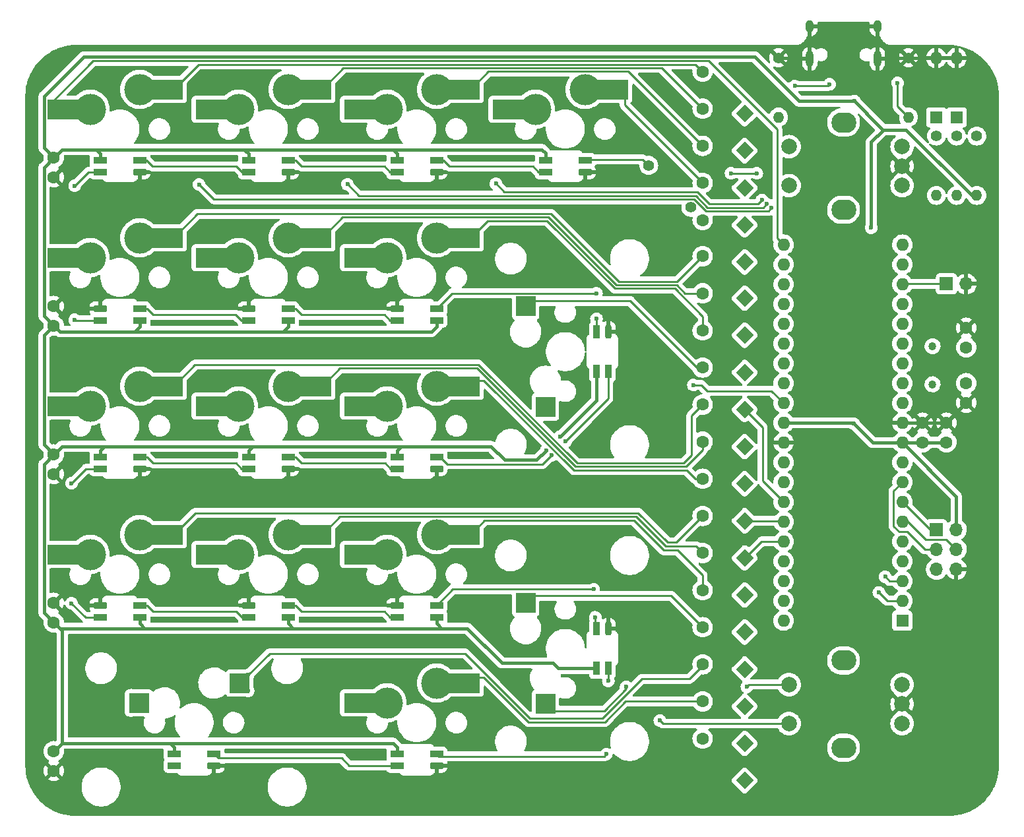
<source format=gbr>
G04 #@! TF.GenerationSoftware,KiCad,Pcbnew,(6.0.5)*
G04 #@! TF.CreationDate,2022-05-22T00:57:22-06:00*
G04 #@! TF.ProjectId,base,62617365-2e6b-4696-9361-645f70636258,rev?*
G04 #@! TF.SameCoordinates,Original*
G04 #@! TF.FileFunction,Copper,L2,Bot*
G04 #@! TF.FilePolarity,Positive*
%FSLAX46Y46*%
G04 Gerber Fmt 4.6, Leading zero omitted, Abs format (unit mm)*
G04 Created by KiCad (PCBNEW (6.0.5)) date 2022-05-22 00:57:22*
%MOMM*%
%LPD*%
G01*
G04 APERTURE LIST*
G04 Aperture macros list*
%AMRoundRect*
0 Rectangle with rounded corners*
0 $1 Rounding radius*
0 $2 $3 $4 $5 $6 $7 $8 $9 X,Y pos of 4 corners*
0 Add a 4 corners polygon primitive as box body*
4,1,4,$2,$3,$4,$5,$6,$7,$8,$9,$2,$3,0*
0 Add four circle primitives for the rounded corners*
1,1,$1+$1,$2,$3*
1,1,$1+$1,$4,$5*
1,1,$1+$1,$6,$7*
1,1,$1+$1,$8,$9*
0 Add four rect primitives between the rounded corners*
20,1,$1+$1,$2,$3,$4,$5,0*
20,1,$1+$1,$4,$5,$6,$7,0*
20,1,$1+$1,$6,$7,$8,$9,0*
20,1,$1+$1,$8,$9,$2,$3,0*%
%AMHorizOval*
0 Thick line with rounded ends*
0 $1 width*
0 $2 $3 position (X,Y) of the first rounded end (center of the circle)*
0 $4 $5 position (X,Y) of the second rounded end (center of the circle)*
0 Add line between two ends*
20,1,$1,$2,$3,$4,$5,0*
0 Add two circle primitives to create the rounded ends*
1,1,$1,$2,$3*
1,1,$1,$4,$5*%
%AMRotRect*
0 Rectangle, with rotation*
0 The origin of the aperture is its center*
0 $1 length*
0 $2 width*
0 $3 Rotation angle, in degrees counterclockwise*
0 Add horizontal line*
21,1,$1,$2,0,0,$3*%
G04 Aperture macros list end*
G04 #@! TA.AperFunction,ComponentPad*
%ADD10R,1.700000X1.700000*%
G04 #@! TD*
G04 #@! TA.AperFunction,ComponentPad*
%ADD11O,1.700000X1.700000*%
G04 #@! TD*
G04 #@! TA.AperFunction,ComponentPad*
%ADD12RotRect,1.600000X1.600000X135.000000*%
G04 #@! TD*
G04 #@! TA.AperFunction,ComponentPad*
%ADD13HorizOval,1.600000X0.000000X0.000000X0.000000X0.000000X0*%
G04 #@! TD*
G04 #@! TA.AperFunction,ComponentPad*
%ADD14C,1.600000*%
G04 #@! TD*
G04 #@! TA.AperFunction,ComponentPad*
%ADD15C,0.800000*%
G04 #@! TD*
G04 #@! TA.AperFunction,ComponentPad*
%ADD16C,4.000000*%
G04 #@! TD*
G04 #@! TA.AperFunction,SMDPad,CuDef*
%ADD17R,4.500000X2.500000*%
G04 #@! TD*
G04 #@! TA.AperFunction,ComponentPad*
%ADD18C,1.030000*%
G04 #@! TD*
G04 #@! TA.AperFunction,WasherPad*
%ADD19RoundRect,1.300000X0.300000X0.000000X0.300000X0.000000X-0.300000X0.000000X-0.300000X0.000000X0*%
G04 #@! TD*
G04 #@! TA.AperFunction,ComponentPad*
%ADD20C,2.000000*%
G04 #@! TD*
G04 #@! TA.AperFunction,SMDPad,CuDef*
%ADD21R,2.500000X2.550000*%
G04 #@! TD*
G04 #@! TA.AperFunction,ComponentPad*
%ADD22R,1.600000X1.600000*%
G04 #@! TD*
G04 #@! TA.AperFunction,ComponentPad*
%ADD23O,1.600000X1.600000*%
G04 #@! TD*
G04 #@! TA.AperFunction,ComponentPad*
%ADD24C,1.400000*%
G04 #@! TD*
G04 #@! TA.AperFunction,ComponentPad*
%ADD25O,1.400000X1.400000*%
G04 #@! TD*
G04 #@! TA.AperFunction,ComponentPad*
%ADD26O,1.000000X1.600000*%
G04 #@! TD*
G04 #@! TA.AperFunction,ComponentPad*
%ADD27O,1.000000X2.100000*%
G04 #@! TD*
G04 #@! TA.AperFunction,SMDPad,CuDef*
%ADD28R,2.550000X2.500000*%
G04 #@! TD*
G04 #@! TA.AperFunction,ComponentPad*
%ADD29HorizOval,1.400000X0.000000X0.000000X0.000000X0.000000X0*%
G04 #@! TD*
G04 #@! TA.AperFunction,SMDPad,CuDef*
%ADD30R,1.700000X0.820000*%
G04 #@! TD*
G04 #@! TA.AperFunction,SMDPad,CuDef*
%ADD31RoundRect,0.205000X-0.645000X-0.205000X0.645000X-0.205000X0.645000X0.205000X-0.645000X0.205000X0*%
G04 #@! TD*
G04 #@! TA.AperFunction,SMDPad,CuDef*
%ADD32RoundRect,0.205000X0.645000X0.205000X-0.645000X0.205000X-0.645000X-0.205000X0.645000X-0.205000X0*%
G04 #@! TD*
G04 #@! TA.AperFunction,SMDPad,CuDef*
%ADD33R,0.820000X1.700000*%
G04 #@! TD*
G04 #@! TA.AperFunction,SMDPad,CuDef*
%ADD34RoundRect,0.205000X0.205000X-0.645000X0.205000X0.645000X-0.205000X0.645000X-0.205000X-0.645000X0*%
G04 #@! TD*
G04 #@! TA.AperFunction,ViaPad*
%ADD35C,0.600000*%
G04 #@! TD*
G04 #@! TA.AperFunction,Conductor*
%ADD36C,0.250000*%
G04 #@! TD*
G04 #@! TA.AperFunction,Conductor*
%ADD37C,0.400000*%
G04 #@! TD*
G04 APERTURE END LIST*
D10*
X214324000Y-115715000D03*
D11*
X216864000Y-115715000D03*
X214324000Y-118255000D03*
X216864000Y-118255000D03*
X214324000Y-120795000D03*
X216864000Y-120795000D03*
D12*
X189706250Y-95531077D03*
D13*
X184318096Y-90142923D03*
D14*
X218139000Y-96924000D03*
X218139000Y-99424000D03*
D12*
X189706250Y-105056077D03*
D13*
X184318096Y-99667923D03*
D12*
X189706250Y-90768577D03*
D13*
X184318096Y-85380423D03*
D12*
X189706250Y-76596875D03*
D13*
X184318096Y-71208721D03*
D14*
X218139000Y-92312000D03*
X218139000Y-89812000D03*
D15*
X100647500Y-119665750D03*
X100647500Y-118141750D03*
D16*
X105727500Y-118903750D03*
D17*
X102452500Y-118903750D03*
X115379500Y-116363750D03*
D15*
X117157500Y-117125750D03*
D16*
X112077500Y-116363750D03*
D15*
X117157500Y-115601750D03*
D12*
X189706250Y-71834375D03*
D13*
X184318096Y-66446221D03*
D12*
X189706250Y-67071875D03*
D13*
X184318096Y-61683721D03*
D12*
X189706250Y-124106077D03*
D13*
X184318096Y-118717923D03*
D12*
X189706250Y-100293577D03*
D13*
X184318096Y-94905423D03*
D12*
X189706250Y-86006077D03*
D13*
X184318096Y-80617923D03*
D12*
X189706250Y-62309375D03*
D13*
X184318096Y-56921221D03*
D12*
X189706250Y-119343577D03*
D13*
X184318096Y-113955423D03*
D12*
X189706250Y-114581077D03*
D13*
X184318096Y-109192923D03*
D12*
X189706250Y-109818577D03*
D13*
X184318096Y-104430423D03*
D12*
X189706250Y-147929779D03*
D13*
X184318096Y-142541625D03*
D12*
X189706250Y-143156077D03*
D13*
X184318096Y-137767923D03*
D16*
X143827500Y-61753750D03*
D15*
X138747500Y-60991750D03*
X138747500Y-62515750D03*
D17*
X140552500Y-61753750D03*
X153479500Y-59213750D03*
D16*
X150177500Y-59213750D03*
D15*
X155257500Y-59975750D03*
X155257500Y-58451750D03*
D18*
X213821000Y-92178000D03*
X213821000Y-97058000D03*
D19*
X202406250Y-132512500D03*
X202406250Y-143712500D03*
D20*
X195406250Y-140612500D03*
X195406250Y-135612500D03*
X209906250Y-140612500D03*
X209906250Y-138112500D03*
X209906250Y-135612500D03*
D15*
X138747500Y-119665750D03*
D17*
X140552500Y-118903750D03*
D15*
X138747500Y-118141750D03*
D16*
X143827500Y-118903750D03*
D15*
X155257500Y-117125750D03*
X155257500Y-115601750D03*
D16*
X150177500Y-116363750D03*
D17*
X153479500Y-116363750D03*
X121502500Y-61753750D03*
D15*
X119697500Y-62515750D03*
D16*
X124777500Y-61753750D03*
D15*
X119697500Y-60991750D03*
D16*
X131127500Y-59213750D03*
D15*
X136207500Y-59975750D03*
X136207500Y-58451750D03*
D17*
X134429500Y-59213750D03*
D21*
X164147500Y-99953750D03*
X161607500Y-87026750D03*
D16*
X105727500Y-80803750D03*
D15*
X100647500Y-80041750D03*
D17*
X102452500Y-80803750D03*
D15*
X100647500Y-81565750D03*
X117157500Y-79025750D03*
D16*
X112077500Y-78263750D03*
D17*
X115379500Y-78263750D03*
D15*
X117157500Y-77501750D03*
D17*
X140552500Y-137953750D03*
D15*
X138747500Y-137191750D03*
D16*
X143827500Y-137953750D03*
D15*
X138747500Y-138715750D03*
X155257500Y-136175750D03*
D17*
X153479500Y-135413750D03*
D15*
X155257500Y-134651750D03*
D16*
X150177500Y-135413750D03*
D15*
X157797500Y-62515750D03*
D17*
X159602500Y-61753750D03*
D16*
X162877500Y-61753750D03*
D15*
X157797500Y-60991750D03*
D17*
X172529500Y-59213750D03*
D15*
X174307500Y-58451750D03*
D16*
X169227500Y-59213750D03*
D15*
X174307500Y-59975750D03*
D21*
X164147500Y-138053750D03*
X161607500Y-125126750D03*
D15*
X138747500Y-80041750D03*
X138747500Y-81565750D03*
D17*
X140552500Y-80803750D03*
D16*
X143827500Y-80803750D03*
D17*
X153479500Y-78263750D03*
D16*
X150177500Y-78263750D03*
D15*
X155257500Y-79025750D03*
X155257500Y-77501750D03*
X100647500Y-99091750D03*
X100647500Y-100615750D03*
D16*
X105727500Y-99853750D03*
D17*
X102452500Y-99853750D03*
D16*
X112077500Y-97313750D03*
D15*
X117157500Y-98075750D03*
X117157500Y-96551750D03*
D17*
X115379500Y-97313750D03*
D15*
X119697500Y-99091750D03*
X119697500Y-100615750D03*
D17*
X121502500Y-99853750D03*
D16*
X124777500Y-99853750D03*
D17*
X134429500Y-97313750D03*
D15*
X136207500Y-98075750D03*
X136207500Y-96551750D03*
D16*
X131127500Y-97313750D03*
D12*
X189706250Y-133631077D03*
D13*
X184318096Y-128242923D03*
D12*
X189706250Y-128868577D03*
D13*
X184318096Y-123480423D03*
D12*
X189706250Y-138393577D03*
D13*
X184318096Y-133005423D03*
D16*
X105727500Y-61753750D03*
D17*
X102452500Y-61753750D03*
D15*
X100647500Y-60991750D03*
X100647500Y-62515750D03*
X117157500Y-59975750D03*
D17*
X115379500Y-59213750D03*
D16*
X112077500Y-59213750D03*
D15*
X117157500Y-58451750D03*
X119697500Y-80041750D03*
D16*
X124777500Y-80803750D03*
D17*
X121502500Y-80803750D03*
D15*
X119697500Y-81565750D03*
X136207500Y-79025750D03*
D16*
X131127500Y-78263750D03*
D15*
X136207500Y-77501750D03*
D17*
X134429500Y-78263750D03*
D16*
X124777500Y-118903750D03*
D15*
X119697500Y-118141750D03*
X119697500Y-119665750D03*
D17*
X121502500Y-118903750D03*
D16*
X131127500Y-116363750D03*
D17*
X134429500Y-116363750D03*
D15*
X136207500Y-117125750D03*
X136207500Y-115601750D03*
D12*
X189706250Y-81359375D03*
D13*
X184318096Y-75971221D03*
D22*
X209946875Y-127396875D03*
D23*
X209946875Y-124856875D03*
X209946875Y-122316875D03*
X209946875Y-119776875D03*
X209946875Y-117236875D03*
X209946875Y-114696875D03*
X209946875Y-112156875D03*
X209946875Y-109616875D03*
X209946875Y-107076875D03*
X209946875Y-104536875D03*
X209946875Y-101996875D03*
X209946875Y-99456875D03*
X209946875Y-96916875D03*
X209946875Y-94376875D03*
X209946875Y-91836875D03*
X209946875Y-89296875D03*
X209946875Y-86756875D03*
X209946875Y-84216875D03*
X209946875Y-81676875D03*
X209946875Y-79136875D03*
X194706875Y-79136875D03*
X194706875Y-81676875D03*
X194706875Y-84216875D03*
X194706875Y-86756875D03*
X194706875Y-89296875D03*
X194706875Y-91836875D03*
X194706875Y-94376875D03*
X194706875Y-96916875D03*
X194706875Y-99456875D03*
X194706875Y-101996875D03*
X194706875Y-104536875D03*
X194706875Y-107076875D03*
X194706875Y-109616875D03*
X194706875Y-112156875D03*
X194706875Y-114696875D03*
X194706875Y-117236875D03*
X194706875Y-119776875D03*
X194706875Y-122316875D03*
X194706875Y-124856875D03*
X194706875Y-127396875D03*
D24*
X216900000Y-65200000D03*
D25*
X216900000Y-72820000D03*
D24*
X210725000Y-55143750D03*
D25*
X210725000Y-62763750D03*
D26*
X198080000Y-51100000D03*
D27*
X198080000Y-55280000D03*
X206720000Y-55280000D03*
D26*
X206720000Y-51100000D03*
D24*
X214312500Y-65196875D03*
D25*
X214312500Y-72816875D03*
D19*
X202406250Y-63456250D03*
X202406250Y-74656250D03*
D20*
X195406250Y-71556250D03*
X195406250Y-66556250D03*
X209906250Y-71556250D03*
X209906250Y-69056250D03*
X209906250Y-66556250D03*
D14*
X212551000Y-102004000D03*
X212551000Y-104504000D03*
X215599000Y-102004000D03*
X215599000Y-104504000D03*
D22*
X216900000Y-62800000D03*
D23*
X216900000Y-55180000D03*
D24*
X194056250Y-55143750D03*
D25*
X194056250Y-62763750D03*
D24*
X219500000Y-65200000D03*
D25*
X219500000Y-72820000D03*
D22*
X214300000Y-62800000D03*
D23*
X214300000Y-55180000D03*
D16*
X143827500Y-99853750D03*
D17*
X140552500Y-99853750D03*
D15*
X138747500Y-100615750D03*
X138747500Y-99091750D03*
D17*
X153479500Y-97313750D03*
D15*
X155257500Y-96551750D03*
X155257500Y-98075750D03*
D16*
X150177500Y-97313750D03*
D28*
X111977500Y-137953750D03*
X124904500Y-135413750D03*
D24*
X177400000Y-68950000D03*
D29*
X182788154Y-74338154D03*
D14*
X101045000Y-70468000D03*
X101045000Y-67968000D03*
X101045000Y-127618000D03*
X101045000Y-125118000D03*
X101045000Y-146668000D03*
X101045000Y-144168000D03*
D10*
X215606000Y-84172000D03*
D11*
X218146000Y-84172000D03*
D14*
X101045000Y-108568000D03*
X101045000Y-106068000D03*
X101045000Y-89518000D03*
X101045000Y-87018000D03*
D30*
X164137500Y-68306250D03*
X164137500Y-69806250D03*
D31*
X169237500Y-69806250D03*
D30*
X169237500Y-68306250D03*
X116512500Y-144506250D03*
X116512500Y-146006250D03*
D31*
X121612500Y-146006250D03*
D30*
X121612500Y-144506250D03*
X126037500Y-68306250D03*
X126037500Y-69806250D03*
D31*
X131137500Y-69806250D03*
D30*
X131137500Y-68306250D03*
X150187500Y-88856250D03*
X150187500Y-87356250D03*
D32*
X145087500Y-87356250D03*
D30*
X145087500Y-88856250D03*
X112087500Y-88856250D03*
X112087500Y-87356250D03*
D32*
X106987500Y-87356250D03*
D30*
X106987500Y-88856250D03*
X131137500Y-88856250D03*
X131137500Y-87356250D03*
D32*
X126037500Y-87356250D03*
D30*
X126037500Y-88856250D03*
X126037500Y-106406250D03*
X126037500Y-107906250D03*
D31*
X131137500Y-107906250D03*
D30*
X131137500Y-106406250D03*
X112087500Y-126956250D03*
X112087500Y-125456250D03*
D32*
X106987500Y-125456250D03*
D30*
X106987500Y-126956250D03*
X150187500Y-126956250D03*
X150187500Y-125456250D03*
D32*
X145087500Y-125456250D03*
D30*
X145087500Y-126956250D03*
X145087500Y-106406250D03*
X145087500Y-107906250D03*
D31*
X150187500Y-107906250D03*
D30*
X150187500Y-106406250D03*
X131137500Y-126956250D03*
X131137500Y-125456250D03*
D32*
X126037500Y-125456250D03*
D30*
X126037500Y-126956250D03*
X106987500Y-106406250D03*
X106987500Y-107906250D03*
D31*
X112087500Y-107906250D03*
D30*
X112087500Y-106406250D03*
D33*
X170700000Y-133518750D03*
X172200000Y-133518750D03*
D34*
X172200000Y-128418750D03*
D33*
X170700000Y-128418750D03*
X170700000Y-95418750D03*
X172200000Y-95418750D03*
D34*
X172200000Y-90318750D03*
D33*
X170700000Y-90318750D03*
D30*
X145087500Y-144506250D03*
X145087500Y-146006250D03*
D31*
X150187500Y-146006250D03*
D30*
X150187500Y-144506250D03*
X145087500Y-68306250D03*
X145087500Y-69806250D03*
D31*
X150187500Y-69806250D03*
D30*
X150187500Y-68306250D03*
X106987500Y-68306250D03*
X106987500Y-69806250D03*
D31*
X112087500Y-69806250D03*
D30*
X112087500Y-68306250D03*
D35*
X183134000Y-97155000D03*
X211328000Y-77470000D03*
X166036000Y-103772000D03*
X203708000Y-102108000D03*
X203800000Y-60700000D03*
X164236000Y-105572000D03*
X205936000Y-76972000D03*
X160655745Y-124200532D03*
X162560000Y-124206000D03*
X125984000Y-136398000D03*
X125984000Y-134366000D03*
X187960000Y-69972000D03*
X191262000Y-69972000D03*
X189992000Y-135890000D03*
X166736000Y-104372000D03*
X164906000Y-106182000D03*
X172212000Y-135128000D03*
X171958000Y-144526000D03*
X103736000Y-71572000D03*
X103736000Y-88772000D03*
X103336000Y-109772000D03*
X103336000Y-125172000D03*
X110998000Y-138938000D03*
X119697500Y-71410500D03*
X110998662Y-136967138D03*
X193165934Y-74422000D03*
X178816000Y-140208000D03*
X164936000Y-100972000D03*
X174498000Y-135890000D03*
X164936000Y-138972000D03*
X191926791Y-73398225D03*
X163336000Y-138972000D03*
X157797500Y-71310500D03*
X163336000Y-100972000D03*
X138736000Y-71372000D03*
X192537676Y-73914000D03*
X206936000Y-123772000D03*
X207736000Y-121772000D03*
X121666000Y-68072000D03*
X140970000Y-144526000D03*
X135636000Y-89154000D03*
X140716000Y-106172000D03*
X135636000Y-127254000D03*
X106426000Y-103378000D03*
X140636000Y-68072000D03*
X159636000Y-68072000D03*
X214376000Y-112014000D03*
X121666000Y-106172000D03*
X168656000Y-96012000D03*
X186944000Y-59436000D03*
X116586000Y-89154000D03*
X116586000Y-127254000D03*
X154686000Y-106172000D03*
X170688000Y-88646000D03*
X170688000Y-85372000D03*
X170536000Y-126972000D03*
X170336000Y-123372000D03*
X209336000Y-58372000D03*
X196136000Y-58772000D03*
X200613000Y-58550000D03*
D36*
X184912000Y-97917000D02*
X184150000Y-97155000D01*
X184150000Y-97155000D02*
X183134000Y-97155000D01*
X194706875Y-99456875D02*
X193167000Y-97917000D01*
X193167000Y-97917000D02*
X184912000Y-97917000D01*
X215576000Y-116967000D02*
X216864000Y-118255000D01*
X212931000Y-116967000D02*
X215576000Y-116967000D01*
X210660875Y-114696875D02*
X212931000Y-116967000D01*
X209946875Y-114696875D02*
X210660875Y-114696875D01*
X150187500Y-87356250D02*
X152171750Y-85372000D01*
X152171750Y-85372000D02*
X170688000Y-85372000D01*
X162554532Y-124200532D02*
X162560000Y-124206000D01*
X160655745Y-124200532D02*
X162554532Y-124200532D01*
X209991750Y-84172000D02*
X209946875Y-84216875D01*
X215606000Y-84172000D02*
X209991750Y-84172000D01*
D37*
X190980194Y-55016194D02*
X196664000Y-60700000D01*
X196664000Y-60700000D02*
X203800000Y-60700000D01*
X104891034Y-55016194D02*
X190980194Y-55016194D01*
X99802989Y-60104239D02*
X104891034Y-55016194D01*
X99802989Y-66725989D02*
X99802989Y-60104239D01*
X101045000Y-67968000D02*
X99802989Y-66725989D01*
X106496000Y-66932000D02*
X102081000Y-66932000D01*
X125496000Y-66932000D02*
X106496000Y-66932000D01*
X144576000Y-66932000D02*
X125496000Y-66932000D01*
X163696000Y-66932000D02*
X144576000Y-66932000D01*
X164137500Y-67373500D02*
X163696000Y-66932000D01*
X164137500Y-68306250D02*
X164137500Y-67373500D01*
D36*
X100647500Y-118141750D02*
X100647500Y-119665750D01*
X209946875Y-112156875D02*
X213505000Y-115715000D01*
X192024000Y-109474000D02*
X194706875Y-112156875D01*
X192024000Y-102611327D02*
X192024000Y-109474000D01*
X189706250Y-100293577D02*
X192024000Y-102611327D01*
X151526032Y-107304782D02*
X163783218Y-107304782D01*
X150627500Y-106406250D02*
X151526032Y-107304782D01*
X150187500Y-106406250D02*
X150627500Y-106406250D01*
X163783218Y-107304782D02*
X164906000Y-106182000D01*
X183360923Y-109192923D02*
X184318096Y-109192923D01*
X182250000Y-108082000D02*
X183360923Y-109192923D01*
X167772000Y-108082000D02*
X182250000Y-108082000D01*
X155257500Y-96551750D02*
X156241750Y-96551750D01*
X156241750Y-96551750D02*
X167772000Y-108082000D01*
X210725000Y-62763750D02*
X209336000Y-61374750D01*
X209336000Y-61374750D02*
X209336000Y-58372000D01*
X182626000Y-134874000D02*
X184318096Y-133181904D01*
X184318096Y-133181904D02*
X184318096Y-133005423D01*
X171450001Y-139953999D02*
X176530000Y-134874000D01*
X162179703Y-139953999D02*
X171450001Y-139953999D01*
X153835933Y-131610229D02*
X162179703Y-139953999D01*
X128739771Y-131610229D02*
X153835933Y-131610229D01*
X125984000Y-134366000D02*
X128739771Y-131610229D01*
X176530000Y-134874000D02*
X182626000Y-134874000D01*
X179220500Y-140612500D02*
X178816000Y-140208000D01*
X195406250Y-140612500D02*
X179220500Y-140612500D01*
X171670000Y-138972000D02*
X174498000Y-136144000D01*
X174498000Y-136144000D02*
X174498000Y-135890000D01*
X164936000Y-138972000D02*
X171670000Y-138972000D01*
X174398077Y-137767923D02*
X184318096Y-137767923D01*
X161993510Y-140403510D02*
X171762490Y-140403510D01*
X156241750Y-134651750D02*
X161993510Y-140403510D01*
X155257500Y-134651750D02*
X156241750Y-134651750D01*
X171762490Y-140403510D02*
X174398077Y-137767923D01*
X175482000Y-114522000D02*
X156337250Y-114522000D01*
X156337250Y-114522000D02*
X155257500Y-115601750D01*
X179324000Y-118364000D02*
X175482000Y-114522000D01*
X184318096Y-121580096D02*
X181102000Y-118364000D01*
X181102000Y-118364000D02*
X179324000Y-118364000D01*
X184318096Y-123480423D02*
X184318096Y-121580096D01*
X179578000Y-117856000D02*
X183456173Y-117856000D01*
X175761239Y-114039239D02*
X179578000Y-117856000D01*
X137770011Y-114039239D02*
X175761239Y-114039239D01*
X183456173Y-117856000D02*
X184318096Y-118717923D01*
X136207500Y-115601750D02*
X137770011Y-114039239D01*
X179832000Y-117348000D02*
X176056000Y-113572000D01*
X119187250Y-113572000D02*
X176056000Y-113572000D01*
X180925519Y-117348000D02*
X179832000Y-117348000D01*
X184318096Y-113955423D02*
X180925519Y-117348000D01*
X183551423Y-94905423D02*
X184318096Y-94905423D01*
X162274250Y-86360000D02*
X175006000Y-86360000D01*
X161607500Y-87026750D02*
X162274250Y-86360000D01*
X175006000Y-86360000D02*
X183551423Y-94905423D01*
X143510000Y-126238000D02*
X144228250Y-126956250D01*
X132842000Y-126238000D02*
X143510000Y-126238000D01*
X132060250Y-125456250D02*
X132842000Y-126238000D01*
X131137500Y-125456250D02*
X132060250Y-125456250D01*
X144228250Y-126956250D02*
X145087500Y-126956250D01*
X143558625Y-107188000D02*
X144276875Y-107906250D01*
X132060250Y-106406250D02*
X132842000Y-107188000D01*
X144276875Y-107906250D02*
X145087500Y-107906250D01*
X131137500Y-106406250D02*
X132060250Y-106406250D01*
X132842000Y-107188000D02*
X143558625Y-107188000D01*
X170700000Y-88658000D02*
X170688000Y-88646000D01*
X170700000Y-90318750D02*
X170700000Y-88658000D01*
D37*
X126601750Y-66932000D02*
X126699000Y-66932000D01*
X150187500Y-126956250D02*
X150187500Y-127758500D01*
X106987500Y-67423500D02*
X106496000Y-66932000D01*
X209946875Y-104536875D02*
X212518125Y-104536875D01*
X116512500Y-144506250D02*
X116512500Y-143666500D01*
X145087500Y-143623500D02*
X144596000Y-143132000D01*
X126037500Y-67473500D02*
X125496000Y-66932000D01*
X150187500Y-89620500D02*
X149508000Y-90300000D01*
X106987500Y-105596250D02*
X107551750Y-105032000D01*
X165092459Y-132829229D02*
X165781980Y-133518750D01*
X145087500Y-144506250D02*
X145087500Y-143623500D01*
X158560229Y-132829229D02*
X165092459Y-132829229D01*
X101045000Y-144168000D02*
X102081000Y-143132000D01*
X150829000Y-128400000D02*
X154131000Y-128400000D01*
X150187500Y-127758500D02*
X150829000Y-128400000D01*
X102081000Y-66932000D02*
X101045000Y-67968000D01*
X101827000Y-128400000D02*
X112729000Y-128400000D01*
X99802989Y-126375989D02*
X99802989Y-107310011D01*
X212551000Y-104504000D02*
X215599000Y-104504000D01*
X126037500Y-68306250D02*
X126037500Y-67496250D01*
X99802989Y-90760011D02*
X101045000Y-89518000D01*
X101045000Y-106068000D02*
X99802989Y-104825989D01*
X145087500Y-106406250D02*
X145087500Y-105596250D01*
X145651750Y-105032000D02*
X145926000Y-105032000D01*
X131137500Y-126956250D02*
X131137500Y-127758500D01*
X126037500Y-105596250D02*
X126601750Y-105032000D01*
X99802989Y-104825989D02*
X99802989Y-90760011D01*
X101045000Y-106068000D02*
X102081000Y-105032000D01*
X166036000Y-103772000D02*
X170700000Y-99108000D01*
X210436000Y-64372000D02*
X218884000Y-72820000D01*
X165781980Y-133518750D02*
X170700000Y-133518750D01*
X106987500Y-106406250D02*
X106987500Y-105596250D01*
X154131000Y-128400000D02*
X158560229Y-132829229D01*
X101827000Y-128400000D02*
X102136000Y-128709000D01*
X158885040Y-106780271D02*
X163027729Y-106780271D01*
X131137500Y-88856250D02*
X131137500Y-89666250D01*
X111464000Y-90300000D02*
X112729000Y-90300000D01*
X131779000Y-90300000D02*
X132287000Y-90300000D01*
X99802989Y-69210011D02*
X101045000Y-67968000D01*
X212518125Y-104536875D02*
X212551000Y-104504000D01*
X126037500Y-67496250D02*
X126037500Y-67473500D01*
X106987500Y-68306250D02*
X106987500Y-67423500D01*
X102081000Y-105032000D02*
X157136769Y-105032000D01*
X194706875Y-101996875D02*
X203596875Y-101996875D01*
X144596000Y-143132000D02*
X117047000Y-143132000D01*
X207536000Y-64372000D02*
X205936000Y-65972000D01*
X99802989Y-107310011D02*
X101045000Y-106068000D01*
X206963261Y-63863261D02*
X207472000Y-64372000D01*
X145087500Y-67443500D02*
X144576000Y-66932000D01*
X131137500Y-127758500D02*
X131779000Y-128400000D01*
X218884000Y-72820000D02*
X219500000Y-72820000D01*
X131137500Y-89666250D02*
X131137500Y-89670500D01*
X112087500Y-89676500D02*
X111464000Y-90300000D01*
X145087500Y-68306250D02*
X145087500Y-67443500D01*
X170700000Y-99108000D02*
X170700000Y-95418750D01*
X112729000Y-128400000D02*
X131779000Y-128400000D01*
X112087500Y-88856250D02*
X112087500Y-89676500D01*
X163027729Y-106780271D02*
X164236000Y-105572000D01*
X99802989Y-88275989D02*
X99802989Y-69210011D01*
X209946875Y-104536875D02*
X216864000Y-111454000D01*
X216864000Y-111454000D02*
X216864000Y-115715000D01*
X112729000Y-90300000D02*
X130508000Y-90300000D01*
X145087500Y-105596250D02*
X145651750Y-105032000D01*
X101827000Y-90300000D02*
X111464000Y-90300000D01*
X116512500Y-143666500D02*
X116510500Y-143666500D01*
X101045000Y-89518000D02*
X99802989Y-88275989D01*
X206136875Y-104536875D02*
X203708000Y-102108000D01*
X102136000Y-128709000D02*
X102136000Y-143077000D01*
X101045000Y-89518000D02*
X101827000Y-90300000D01*
X102136000Y-143077000D02*
X102081000Y-143132000D01*
X112087500Y-126956250D02*
X112087500Y-127758500D01*
X131779000Y-128400000D02*
X150829000Y-128400000D01*
X144576000Y-66932000D02*
X126699000Y-66932000D01*
X101045000Y-127618000D02*
X99802989Y-126375989D01*
X209946875Y-104536875D02*
X206136875Y-104536875D01*
X116510500Y-143666500D02*
X115976000Y-143132000D01*
X115976000Y-143132000D02*
X117047000Y-143132000D01*
X130508000Y-90300000D02*
X131779000Y-90300000D01*
X203596875Y-101996875D02*
X203708000Y-102108000D01*
X131771250Y-90300000D02*
X132287000Y-90300000D01*
X203800000Y-60700000D02*
X206963261Y-63863261D01*
X131137500Y-89670500D02*
X130508000Y-90300000D01*
X205936000Y-65972000D02*
X205936000Y-76972000D01*
X132287000Y-90300000D02*
X149508000Y-90300000D01*
X101045000Y-127618000D02*
X101827000Y-128400000D01*
X131137500Y-88856250D02*
X131137500Y-89658500D01*
X126037500Y-106406250D02*
X126037500Y-105596250D01*
X102081000Y-143132000D02*
X115976000Y-143132000D01*
X157136769Y-105032000D02*
X158885040Y-106780271D01*
X150187500Y-88856250D02*
X150187500Y-89620500D01*
X112087500Y-127758500D02*
X112729000Y-128400000D01*
X207472000Y-64372000D02*
X210436000Y-64372000D01*
X126699000Y-66932000D02*
X125496000Y-66932000D01*
D36*
X183387092Y-55990217D02*
X184318096Y-56921221D01*
X117157500Y-58451750D02*
X117157500Y-59975750D01*
X117157500Y-58451750D02*
X119619033Y-55990217D01*
X119619033Y-55990217D02*
X183387092Y-55990217D01*
X179074103Y-56439728D02*
X184318096Y-61683721D01*
X136207500Y-58451750D02*
X138219522Y-56439728D01*
X136207500Y-58451750D02*
X136207500Y-59975750D01*
X138219522Y-56439728D02*
X179074103Y-56439728D01*
X156820011Y-56889239D02*
X174761114Y-56889239D01*
X174761114Y-56889239D02*
X184318096Y-66446221D01*
X155257500Y-58451750D02*
X155257500Y-59975750D01*
X155257500Y-58451750D02*
X156820011Y-56889239D01*
X174307500Y-59975750D02*
X174307500Y-61198125D01*
X174307500Y-61198125D02*
X184318096Y-71208721D01*
X174307500Y-58451750D02*
X174307500Y-59975750D01*
X181036000Y-83872000D02*
X184290077Y-80617923D01*
X184290077Y-80617923D02*
X184318096Y-80617923D01*
X117157500Y-79025750D02*
X117157500Y-77501750D01*
X117157500Y-77501750D02*
X119486270Y-75172980D01*
X119486270Y-75172980D02*
X164836980Y-75172980D01*
X164836980Y-75172980D02*
X173536000Y-83872000D01*
X173536000Y-83872000D02*
X181036000Y-83872000D01*
X182044423Y-85380423D02*
X184318096Y-85380423D01*
X180985510Y-84321510D02*
X182044423Y-85380423D01*
X173249806Y-84321510D02*
X180985510Y-84321510D01*
X164550786Y-75622490D02*
X173249806Y-84321510D01*
X136207500Y-79025750D02*
X136207500Y-77501750D01*
X136207500Y-77501750D02*
X138086760Y-75622490D01*
X138086760Y-75622490D02*
X164550786Y-75622490D01*
X164364592Y-76072000D02*
X173063613Y-84771021D01*
X155257500Y-79025750D02*
X155257500Y-77501750D01*
X155257500Y-77501750D02*
X156687250Y-76072000D01*
X173063613Y-84771021D02*
X180735021Y-84771021D01*
X156687250Y-76072000D02*
X164364592Y-76072000D01*
X180735021Y-84771021D02*
X184336000Y-88372000D01*
X184336000Y-88372000D02*
X184336000Y-90125019D01*
X184336000Y-90125019D02*
X184318096Y-90142923D01*
X194591077Y-114581077D02*
X194706875Y-114696875D01*
X189706250Y-114581077D02*
X194591077Y-114581077D01*
X181876829Y-107175171D02*
X182880000Y-106172000D01*
X117157500Y-98075750D02*
X117157500Y-96551750D01*
X182880000Y-101106019D02*
X184318096Y-99667923D01*
X155559456Y-94539728D02*
X168194899Y-107175171D01*
X119169522Y-94539728D02*
X155559456Y-94539728D01*
X182880000Y-106172000D02*
X182880000Y-101106019D01*
X168194899Y-107175171D02*
X181876829Y-107175171D01*
X117157500Y-96551750D02*
X119169522Y-94539728D01*
X168008706Y-107624682D02*
X182189318Y-107624682D01*
X184318096Y-105495904D02*
X184318096Y-104430423D01*
X136207500Y-98075750D02*
X136207500Y-96551750D01*
X155373263Y-94989239D02*
X168008706Y-107624682D01*
X137770011Y-94989239D02*
X155373263Y-94989239D01*
X182189318Y-107624682D02*
X184318096Y-105495904D01*
X136207500Y-96551750D02*
X137770011Y-94989239D01*
X155257500Y-98075750D02*
X155257500Y-96551750D01*
X189764423Y-119343577D02*
X191871125Y-117236875D01*
X191871125Y-117236875D02*
X194706875Y-117236875D01*
X189706250Y-119343577D02*
X189764423Y-119343577D01*
X117157500Y-115601750D02*
X119187250Y-113572000D01*
X117157500Y-117125750D02*
X117157500Y-115601750D01*
X136207500Y-117125750D02*
X136207500Y-115601750D01*
X155257500Y-117125750D02*
X155257500Y-115601750D01*
X162560000Y-124206000D02*
X180281173Y-124206000D01*
X180281173Y-124206000D02*
X184318096Y-128242923D01*
X155257500Y-134651750D02*
X155257500Y-136175750D01*
X187960000Y-69972000D02*
X191262000Y-69972000D01*
X190269500Y-135612500D02*
X195406250Y-135612500D01*
X189992000Y-135890000D02*
X190269500Y-135612500D01*
X169341750Y-68202000D02*
X169237500Y-68306250D01*
X177400000Y-68950000D02*
X176652000Y-68202000D01*
X176652000Y-68202000D02*
X169341750Y-68202000D01*
X172200000Y-98908000D02*
X166736000Y-104372000D01*
X172200000Y-95418750D02*
X172200000Y-98908000D01*
X172200000Y-133518750D02*
X172200000Y-135116000D01*
X171678729Y-144805271D02*
X150486521Y-144805271D01*
X171958000Y-144526000D02*
X171678729Y-144805271D01*
X150486521Y-144805271D02*
X150187500Y-144506250D01*
X172200000Y-135116000D02*
X172212000Y-135128000D01*
X103736000Y-88772000D02*
X103820250Y-88856250D01*
X103820250Y-88856250D02*
X106987500Y-88856250D01*
X105501750Y-69806250D02*
X103736000Y-71572000D01*
X106987500Y-69806250D02*
X105501750Y-69806250D01*
X103336000Y-109772000D02*
X105201750Y-107906250D01*
X105120250Y-126956250D02*
X103336000Y-125172000D01*
X106987500Y-126956250D02*
X105120250Y-126956250D01*
X105201750Y-107906250D02*
X106987500Y-107906250D01*
X119697500Y-99091750D02*
X119697500Y-100615750D01*
X119697500Y-60991750D02*
X119697500Y-62515750D01*
X183250818Y-73313643D02*
X184750195Y-74813020D01*
X184750195Y-74813020D02*
X192774914Y-74813020D01*
X119697500Y-80041750D02*
X119697500Y-81565750D01*
X119697500Y-71410500D02*
X121600643Y-73313643D01*
X192774914Y-74813020D02*
X193165934Y-74422000D01*
X119697500Y-118141750D02*
X119697500Y-119665750D01*
X121600643Y-73313643D02*
X183250818Y-73313643D01*
X191411016Y-73914000D02*
X191926791Y-73398225D01*
X157797500Y-71310500D02*
X158859000Y-72372000D01*
X163336000Y-138972000D02*
X163336000Y-138865250D01*
X163336000Y-138865250D02*
X164147500Y-138053750D01*
X183607408Y-72372000D02*
X185149408Y-73914000D01*
X163336000Y-100765250D02*
X164147500Y-99953750D01*
X158859000Y-72372000D02*
X183607408Y-72372000D01*
X163336000Y-100972000D02*
X163336000Y-100765250D01*
X185149408Y-73914000D02*
X191411016Y-73914000D01*
X157797500Y-60991750D02*
X157797500Y-62515750D01*
X138747500Y-99091750D02*
X138747500Y-100615750D01*
X138747500Y-60991750D02*
X138747500Y-62515750D01*
X184936389Y-74363510D02*
X192088166Y-74363510D01*
X138747500Y-137191750D02*
X138747500Y-138715750D01*
X138736000Y-71372000D02*
X140228132Y-72864132D01*
X138747500Y-81565750D02*
X138747500Y-80041750D01*
X183437012Y-72864133D02*
X184936389Y-74363510D01*
X140228132Y-72864132D02*
X183437012Y-72864133D01*
X192088166Y-74363510D02*
X192537676Y-73914000D01*
X213505000Y-115715000D02*
X214324000Y-115715000D01*
X214324000Y-118255000D02*
X212819000Y-118255000D01*
X209536000Y-115972000D02*
X208822364Y-115258364D01*
X208822364Y-110741386D02*
X209946875Y-109616875D01*
X212819000Y-118255000D02*
X210536000Y-115972000D01*
X208822364Y-115258364D02*
X208822364Y-110741386D01*
X210536000Y-115972000D02*
X209536000Y-115972000D01*
X193906876Y-64366876D02*
X193906876Y-78336876D01*
X106098545Y-55540705D02*
X185080705Y-55540705D01*
X100647500Y-81565750D02*
X100647500Y-80041750D01*
X185080705Y-55540705D02*
X193906876Y-64366876D01*
X100647500Y-60991750D02*
X106098545Y-55540705D01*
X193906876Y-78336876D02*
X194706875Y-79136875D01*
X100647500Y-60991750D02*
X100647500Y-62515750D01*
X208020875Y-124856875D02*
X206936000Y-123772000D01*
X209946875Y-124856875D02*
X208020875Y-124856875D01*
X209946875Y-122316875D02*
X208280875Y-122316875D01*
X208280875Y-122316875D02*
X207736000Y-121772000D01*
D37*
X212551000Y-102004000D02*
X215599000Y-102004000D01*
X216900000Y-55180000D02*
X206820000Y-55180000D01*
X197943750Y-55143750D02*
X198080000Y-55280000D01*
X206820000Y-55180000D02*
X206720000Y-55280000D01*
X194056250Y-55143750D02*
X197943750Y-55143750D01*
X212543875Y-101996875D02*
X212551000Y-102004000D01*
X209946875Y-101996875D02*
X212543875Y-101996875D01*
D36*
X164137500Y-69806250D02*
X163278250Y-69806250D01*
X151029875Y-68306250D02*
X150187500Y-68306250D01*
X163278250Y-69806250D02*
X162560000Y-69088000D01*
X151811625Y-69088000D02*
X151029875Y-68306250D01*
X162560000Y-69088000D02*
X151811625Y-69088000D01*
X132842000Y-69088000D02*
X132060250Y-68306250D01*
X144228250Y-69806250D02*
X143510000Y-69088000D01*
X143510000Y-69088000D02*
X132842000Y-69088000D01*
X145087500Y-69806250D02*
X144228250Y-69806250D01*
X132060250Y-68306250D02*
X131137500Y-68306250D01*
X124498500Y-69088000D02*
X125216750Y-69806250D01*
X125216750Y-69806250D02*
X126037500Y-69806250D01*
X113711625Y-69088000D02*
X124498500Y-69088000D01*
X112087500Y-68306250D02*
X112929875Y-68306250D01*
X112929875Y-68306250D02*
X113711625Y-69088000D01*
X112087500Y-87356250D02*
X113010250Y-87356250D01*
X124381625Y-88138000D02*
X125099875Y-88856250D01*
X113010250Y-87356250D02*
X113792000Y-88138000D01*
X125099875Y-88856250D02*
X126037500Y-88856250D01*
X113792000Y-88138000D02*
X124381625Y-88138000D01*
X143510000Y-88138000D02*
X144228250Y-88856250D01*
X131137500Y-87356250D02*
X132060250Y-87356250D01*
X132842000Y-88138000D02*
X143510000Y-88138000D01*
X144228250Y-88856250D02*
X145087500Y-88856250D01*
X132060250Y-87356250D02*
X132842000Y-88138000D01*
X124460000Y-107188000D02*
X125178250Y-107906250D01*
X112087500Y-106406250D02*
X113010250Y-106406250D01*
X113792000Y-107188000D02*
X124460000Y-107188000D01*
X113010250Y-106406250D02*
X113792000Y-107188000D01*
X125178250Y-107906250D02*
X126037500Y-107906250D01*
X124503750Y-126238000D02*
X125222000Y-126956250D01*
X113792000Y-126238000D02*
X124503750Y-126238000D01*
X125222000Y-126956250D02*
X126037500Y-126956250D01*
X112087500Y-125456250D02*
X113010250Y-125456250D01*
X113010250Y-125456250D02*
X113792000Y-126238000D01*
X170536000Y-128254750D02*
X170700000Y-128418750D01*
X152271750Y-123372000D02*
X170336000Y-123372000D01*
X150187500Y-125456250D02*
X152271750Y-123372000D01*
X170536000Y-126972000D02*
X170536000Y-128254750D01*
X137999000Y-145034000D02*
X138971250Y-146006250D01*
X138971250Y-146006250D02*
X145087500Y-146006250D01*
X122140250Y-145034000D02*
X137999000Y-145034000D01*
X121612500Y-144506250D02*
X122140250Y-145034000D01*
X200391000Y-58772000D02*
X196136000Y-58772000D01*
X200613000Y-58550000D02*
X200391000Y-58772000D01*
G04 #@! TA.AperFunction,Conductor*
G36*
X205665530Y-50528502D02*
G01*
X205712023Y-50582158D01*
X205722624Y-50648545D01*
X205712393Y-50739761D01*
X205712000Y-50746785D01*
X205712000Y-50827885D01*
X205716475Y-50843124D01*
X205717865Y-50844329D01*
X205725548Y-50846000D01*
X206848000Y-50846000D01*
X206916121Y-50866002D01*
X206962614Y-50919658D01*
X206974000Y-50972000D01*
X206974000Y-52357924D01*
X206977973Y-52371455D01*
X206985769Y-52372576D01*
X207002179Y-52367746D01*
X207073176Y-52367700D01*
X207132927Y-52406046D01*
X207155811Y-52444587D01*
X207171415Y-52486424D01*
X207224315Y-52628254D01*
X207327728Y-52817640D01*
X207457040Y-52990381D01*
X207609619Y-53142960D01*
X207782360Y-53272272D01*
X207971746Y-53375685D01*
X208072833Y-53413388D01*
X208169703Y-53449519D01*
X208169706Y-53449520D01*
X208173921Y-53451092D01*
X208178311Y-53452047D01*
X208178318Y-53452049D01*
X208333229Y-53485747D01*
X208384770Y-53496959D01*
X208559535Y-53509459D01*
X208571446Y-53510884D01*
X208582648Y-53512769D01*
X208582655Y-53512770D01*
X208587448Y-53513576D01*
X208593724Y-53513652D01*
X208595140Y-53513670D01*
X208595143Y-53513670D01*
X208600000Y-53513729D01*
X208627624Y-53509773D01*
X208645486Y-53508500D01*
X215806880Y-53508500D01*
X215826266Y-53510000D01*
X215841100Y-53512310D01*
X215841101Y-53512310D01*
X215849970Y-53513691D01*
X215858873Y-53512527D01*
X215858876Y-53512527D01*
X215871749Y-53510844D01*
X215892792Y-53509868D01*
X216105093Y-53517813D01*
X216336640Y-53526479D01*
X216346036Y-53527183D01*
X216819070Y-53580484D01*
X216828388Y-53581889D01*
X217183304Y-53649045D01*
X217231207Y-53673535D01*
X217255945Y-53665628D01*
X217282368Y-53667789D01*
X217296107Y-53670389D01*
X217305282Y-53672483D01*
X217765090Y-53795691D01*
X217774074Y-53798462D01*
X218204505Y-53949079D01*
X218223389Y-53955687D01*
X218232158Y-53959128D01*
X218300408Y-53988906D01*
X218668474Y-54149494D01*
X218676963Y-54153583D01*
X219097807Y-54376008D01*
X219105965Y-54380718D01*
X219491180Y-54622766D01*
X219509020Y-54633976D01*
X219516803Y-54639282D01*
X219573682Y-54681261D01*
X219899811Y-54921957D01*
X219907178Y-54927832D01*
X220267987Y-55238336D01*
X220274894Y-55244745D01*
X220611485Y-55581339D01*
X220617894Y-55588246D01*
X220928402Y-55949065D01*
X220934259Y-55956409D01*
X221216945Y-56339436D01*
X221222245Y-56347211D01*
X221342712Y-56538933D01*
X221475491Y-56750250D01*
X221475502Y-56750268D01*
X221480211Y-56758424D01*
X221689910Y-57155196D01*
X221702643Y-57179289D01*
X221706727Y-57187771D01*
X221747726Y-57281740D01*
X221897087Y-57624082D01*
X221900529Y-57632853D01*
X222057743Y-58082147D01*
X222060519Y-58091143D01*
X222182960Y-58548098D01*
X222183728Y-58550966D01*
X222185824Y-58560150D01*
X222255382Y-58927773D01*
X222274318Y-59027855D01*
X222275723Y-59037173D01*
X222329021Y-59510210D01*
X222329725Y-59519606D01*
X222335886Y-59684253D01*
X222346002Y-59954595D01*
X222346062Y-59956206D01*
X222344649Y-59980301D01*
X222342559Y-59993724D01*
X222344386Y-60007693D01*
X222346686Y-60025283D01*
X222347750Y-60041621D01*
X222347750Y-145950633D01*
X222346250Y-145970018D01*
X222343940Y-145984851D01*
X222343940Y-145984855D01*
X222342559Y-145993724D01*
X222345407Y-146015504D01*
X222346383Y-146036546D01*
X222339745Y-146213947D01*
X222329774Y-146480400D01*
X222329070Y-146489795D01*
X222275772Y-146962833D01*
X222274367Y-146972151D01*
X222185873Y-147439859D01*
X222183777Y-147449045D01*
X222060569Y-147908864D01*
X222057791Y-147917868D01*
X221900576Y-148367165D01*
X221897134Y-148375936D01*
X221706778Y-148812239D01*
X221702690Y-148820729D01*
X221480253Y-149241602D01*
X221475541Y-149249762D01*
X221222292Y-149652808D01*
X221216985Y-149660593D01*
X220934310Y-150043607D01*
X220928435Y-150050974D01*
X220617931Y-150411788D01*
X220611522Y-150418695D01*
X220274928Y-150755291D01*
X220268021Y-150761700D01*
X219907209Y-151072207D01*
X219899842Y-151078082D01*
X219516839Y-151360753D01*
X219509054Y-151366061D01*
X219105979Y-151619333D01*
X219097833Y-151624036D01*
X218887405Y-151735251D01*
X218676985Y-151846462D01*
X218668496Y-151850551D01*
X218232178Y-152040918D01*
X218223407Y-152044360D01*
X217774111Y-152201578D01*
X217765107Y-152204355D01*
X217305290Y-152327565D01*
X217296104Y-152329662D01*
X216828396Y-152418160D01*
X216819078Y-152419565D01*
X216346040Y-152472867D01*
X216336644Y-152473571D01*
X216112552Y-152481958D01*
X215900555Y-152489892D01*
X215876459Y-152488479D01*
X215871396Y-152487690D01*
X215871391Y-152487690D01*
X215862522Y-152486309D01*
X215830973Y-152490435D01*
X215814645Y-152491498D01*
X103949369Y-152485253D01*
X103930008Y-152483754D01*
X103906276Y-152480059D01*
X103884496Y-152482907D01*
X103863454Y-152483883D01*
X103650406Y-152475911D01*
X103419600Y-152467274D01*
X103410205Y-152466570D01*
X102937167Y-152413272D01*
X102927849Y-152411867D01*
X102493380Y-152329662D01*
X102460139Y-152323373D01*
X102450955Y-152321277D01*
X101991136Y-152198069D01*
X101982132Y-152195291D01*
X101532835Y-152038076D01*
X101524064Y-152034634D01*
X101087761Y-151844278D01*
X101079271Y-151840190D01*
X100658398Y-151617753D01*
X100650238Y-151613041D01*
X100247192Y-151359792D01*
X100239407Y-151354485D01*
X99856393Y-151071810D01*
X99849026Y-151065935D01*
X99488212Y-150755431D01*
X99481305Y-150749022D01*
X99144709Y-150412428D01*
X99138300Y-150405521D01*
X98827793Y-150044709D01*
X98821918Y-150037342D01*
X98539247Y-149654339D01*
X98533939Y-149646554D01*
X98414763Y-149456889D01*
X98280667Y-149243479D01*
X98275960Y-149235325D01*
X98102005Y-148906188D01*
X104622100Y-148906188D01*
X104661564Y-149218580D01*
X104739870Y-149523563D01*
X104855784Y-149816327D01*
X104857686Y-149819786D01*
X104857687Y-149819789D01*
X104979374Y-150041136D01*
X105007476Y-150092254D01*
X105192555Y-150346994D01*
X105408102Y-150576528D01*
X105650718Y-150777237D01*
X105916576Y-150945956D01*
X105920155Y-150947640D01*
X105920162Y-150947644D01*
X106197894Y-151078334D01*
X106197898Y-151078336D01*
X106201484Y-151080023D01*
X106500948Y-151177325D01*
X106810246Y-151236327D01*
X106903800Y-151242213D01*
X107043858Y-151251025D01*
X107043874Y-151251026D01*
X107045853Y-151251150D01*
X107203147Y-151251150D01*
X107205126Y-151251026D01*
X107205142Y-151251025D01*
X107345200Y-151242213D01*
X107438754Y-151236327D01*
X107748052Y-151177325D01*
X108047516Y-151080023D01*
X108051102Y-151078336D01*
X108051106Y-151078334D01*
X108328838Y-150947644D01*
X108328845Y-150947640D01*
X108332424Y-150945956D01*
X108598282Y-150777237D01*
X108840898Y-150576528D01*
X109056445Y-150346994D01*
X109241524Y-150092254D01*
X109269627Y-150041136D01*
X109391313Y-149819789D01*
X109391314Y-149819786D01*
X109393216Y-149816327D01*
X109509130Y-149523563D01*
X109587436Y-149218580D01*
X109626900Y-148906188D01*
X128498100Y-148906188D01*
X128537564Y-149218580D01*
X128615870Y-149523563D01*
X128731784Y-149816327D01*
X128733686Y-149819786D01*
X128733687Y-149819789D01*
X128855374Y-150041136D01*
X128883476Y-150092254D01*
X129068555Y-150346994D01*
X129284102Y-150576528D01*
X129526718Y-150777237D01*
X129792576Y-150945956D01*
X129796155Y-150947640D01*
X129796162Y-150947644D01*
X130073894Y-151078334D01*
X130073898Y-151078336D01*
X130077484Y-151080023D01*
X130376948Y-151177325D01*
X130686246Y-151236327D01*
X130779800Y-151242213D01*
X130919858Y-151251025D01*
X130919874Y-151251026D01*
X130921853Y-151251150D01*
X131079147Y-151251150D01*
X131081126Y-151251026D01*
X131081142Y-151251025D01*
X131221200Y-151242213D01*
X131314754Y-151236327D01*
X131624052Y-151177325D01*
X131923516Y-151080023D01*
X131927102Y-151078336D01*
X131927106Y-151078334D01*
X132204838Y-150947644D01*
X132204845Y-150947640D01*
X132208424Y-150945956D01*
X132474282Y-150777237D01*
X132716898Y-150576528D01*
X132932445Y-150346994D01*
X133117524Y-150092254D01*
X133145627Y-150041136D01*
X133267313Y-149819789D01*
X133267314Y-149819786D01*
X133269216Y-149816327D01*
X133385130Y-149523563D01*
X133463436Y-149218580D01*
X133502900Y-148906188D01*
X133502900Y-148591312D01*
X133463436Y-148278920D01*
X133385130Y-147973937D01*
X133379464Y-147959625D01*
X133367647Y-147929779D01*
X188061151Y-147929779D01*
X188081799Y-148073965D01*
X188142087Y-148206561D01*
X188181279Y-148255307D01*
X189380722Y-149454750D01*
X189429468Y-149493942D01*
X189562064Y-149554230D01*
X189570951Y-149555503D01*
X189570952Y-149555503D01*
X189697368Y-149573606D01*
X189706250Y-149574878D01*
X189715132Y-149573606D01*
X189841548Y-149555503D01*
X189841549Y-149555503D01*
X189850436Y-149554230D01*
X189983032Y-149493942D01*
X190031778Y-149454750D01*
X191231221Y-148255307D01*
X191270413Y-148206561D01*
X191330701Y-148073965D01*
X191351349Y-147929779D01*
X191330701Y-147785593D01*
X191270413Y-147652997D01*
X191231221Y-147604251D01*
X190031778Y-146404808D01*
X189983032Y-146365616D01*
X189850436Y-146305328D01*
X189841549Y-146304055D01*
X189841548Y-146304055D01*
X189715132Y-146285952D01*
X189706250Y-146284680D01*
X189697368Y-146285952D01*
X189570952Y-146304055D01*
X189570951Y-146304055D01*
X189562064Y-146305328D01*
X189429468Y-146365616D01*
X189380722Y-146404808D01*
X188181279Y-147604251D01*
X188142087Y-147652997D01*
X188081799Y-147785593D01*
X188061151Y-147929779D01*
X133367647Y-147929779D01*
X133355654Y-147899490D01*
X133269216Y-147681173D01*
X133253726Y-147652997D01*
X133119433Y-147408718D01*
X133119431Y-147408715D01*
X133117524Y-147405246D01*
X132948265Y-147172280D01*
X132934773Y-147153710D01*
X132934772Y-147153708D01*
X132932445Y-147150506D01*
X132716898Y-146920972D01*
X132474282Y-146720263D01*
X132208424Y-146551544D01*
X132204845Y-146549860D01*
X132204838Y-146549856D01*
X131927106Y-146419166D01*
X131927102Y-146419164D01*
X131923516Y-146417477D01*
X131624052Y-146320175D01*
X131314754Y-146261173D01*
X131221200Y-146255287D01*
X131081142Y-146246475D01*
X131081126Y-146246474D01*
X131079147Y-146246350D01*
X130921853Y-146246350D01*
X130919874Y-146246474D01*
X130919858Y-146246475D01*
X130779800Y-146255287D01*
X130686246Y-146261173D01*
X130376948Y-146320175D01*
X130077484Y-146417477D01*
X130073898Y-146419164D01*
X130073894Y-146419166D01*
X129796162Y-146549856D01*
X129796155Y-146549860D01*
X129792576Y-146551544D01*
X129526718Y-146720263D01*
X129284102Y-146920972D01*
X129068555Y-147150506D01*
X129066228Y-147153708D01*
X129066227Y-147153710D01*
X129052735Y-147172280D01*
X128883476Y-147405246D01*
X128881569Y-147408715D01*
X128881567Y-147408718D01*
X128747274Y-147652997D01*
X128731784Y-147681173D01*
X128645346Y-147899490D01*
X128621537Y-147959625D01*
X128615870Y-147973937D01*
X128537564Y-148278920D01*
X128498100Y-148591312D01*
X128498100Y-148906188D01*
X109626900Y-148906188D01*
X109626900Y-148591312D01*
X109587436Y-148278920D01*
X109509130Y-147973937D01*
X109503464Y-147959625D01*
X109479654Y-147899490D01*
X109393216Y-147681173D01*
X109377726Y-147652997D01*
X109243433Y-147408718D01*
X109243431Y-147408715D01*
X109241524Y-147405246D01*
X109072265Y-147172280D01*
X109058773Y-147153710D01*
X109058772Y-147153708D01*
X109056445Y-147150506D01*
X108840898Y-146920972D01*
X108598282Y-146720263D01*
X108332424Y-146551544D01*
X108328845Y-146549860D01*
X108328838Y-146549856D01*
X108051106Y-146419166D01*
X108051102Y-146419164D01*
X108047516Y-146417477D01*
X107748052Y-146320175D01*
X107438754Y-146261173D01*
X107345200Y-146255287D01*
X107205142Y-146246475D01*
X107205126Y-146246474D01*
X107203147Y-146246350D01*
X107045853Y-146246350D01*
X107043874Y-146246474D01*
X107043858Y-146246475D01*
X106903800Y-146255287D01*
X106810246Y-146261173D01*
X106500948Y-146320175D01*
X106201484Y-146417477D01*
X106197898Y-146419164D01*
X106197894Y-146419166D01*
X105920162Y-146549856D01*
X105920155Y-146549860D01*
X105916576Y-146551544D01*
X105650718Y-146720263D01*
X105408102Y-146920972D01*
X105192555Y-147150506D01*
X105190228Y-147153708D01*
X105190227Y-147153710D01*
X105176735Y-147172280D01*
X105007476Y-147405246D01*
X105005569Y-147408715D01*
X105005567Y-147408718D01*
X104871274Y-147652997D01*
X104855784Y-147681173D01*
X104769346Y-147899490D01*
X104745537Y-147959625D01*
X104739870Y-147973937D01*
X104661564Y-148278920D01*
X104622100Y-148591312D01*
X104622100Y-148906188D01*
X98102005Y-148906188D01*
X98053538Y-148814485D01*
X98049449Y-148805996D01*
X97859082Y-148369678D01*
X97855640Y-148360907D01*
X97698422Y-147911611D01*
X97695645Y-147902607D01*
X97655842Y-147754062D01*
X100323493Y-147754062D01*
X100332789Y-147766077D01*
X100383994Y-147801931D01*
X100393489Y-147807414D01*
X100590947Y-147899490D01*
X100601239Y-147903236D01*
X100811688Y-147959625D01*
X100822481Y-147961528D01*
X101039525Y-147980517D01*
X101050475Y-147980517D01*
X101267519Y-147961528D01*
X101278312Y-147959625D01*
X101488761Y-147903236D01*
X101499053Y-147899490D01*
X101696511Y-147807414D01*
X101706006Y-147801931D01*
X101758048Y-147765491D01*
X101766424Y-147755012D01*
X101759356Y-147741566D01*
X101057812Y-147040022D01*
X101043868Y-147032408D01*
X101042035Y-147032539D01*
X101035420Y-147036790D01*
X100329923Y-147742287D01*
X100323493Y-147754062D01*
X97655842Y-147754062D01*
X97572435Y-147442790D01*
X97570338Y-147433604D01*
X97481840Y-146965896D01*
X97480435Y-146956578D01*
X97448535Y-146673475D01*
X99732483Y-146673475D01*
X99751472Y-146890519D01*
X99753375Y-146901312D01*
X99809764Y-147111761D01*
X99813510Y-147122053D01*
X99905586Y-147319511D01*
X99911069Y-147329006D01*
X99947509Y-147381048D01*
X99957988Y-147389424D01*
X99971434Y-147382356D01*
X100672978Y-146680812D01*
X100679356Y-146669132D01*
X101409408Y-146669132D01*
X101409539Y-146670965D01*
X101413790Y-146677580D01*
X102119287Y-147383077D01*
X102131062Y-147389507D01*
X102143077Y-147380211D01*
X102178931Y-147329006D01*
X102184414Y-147319511D01*
X102276490Y-147122053D01*
X102280236Y-147111761D01*
X102336625Y-146901312D01*
X102338528Y-146890519D01*
X102357517Y-146673475D01*
X102357517Y-146662525D01*
X102338528Y-146445481D01*
X102336625Y-146434688D01*
X102280236Y-146224239D01*
X102276490Y-146213947D01*
X102184414Y-146016489D01*
X102178931Y-146006994D01*
X102142491Y-145954952D01*
X102132012Y-145946576D01*
X102118566Y-145953644D01*
X101417022Y-146655188D01*
X101409408Y-146669132D01*
X100679356Y-146669132D01*
X100680592Y-146666868D01*
X100680461Y-146665035D01*
X100676210Y-146658420D01*
X99970713Y-145952923D01*
X99958938Y-145946493D01*
X99946923Y-145955789D01*
X99911069Y-146006994D01*
X99905586Y-146016489D01*
X99813510Y-146213947D01*
X99809764Y-146224239D01*
X99753375Y-146434688D01*
X99751472Y-146445481D01*
X99732483Y-146662525D01*
X99732483Y-146673475D01*
X97448535Y-146673475D01*
X97427133Y-146483540D01*
X97426429Y-146474144D01*
X97410108Y-146038059D01*
X97411521Y-146013959D01*
X97412310Y-146008896D01*
X97412310Y-146008891D01*
X97413691Y-146000022D01*
X97412527Y-145991121D01*
X97412527Y-145991117D01*
X97409564Y-145968463D01*
X97408500Y-145952125D01*
X97408500Y-126413341D01*
X99090264Y-126413341D01*
X99091569Y-126420818D01*
X99091569Y-126420819D01*
X99101250Y-126476288D01*
X99102212Y-126482810D01*
X99109887Y-126546231D01*
X99112570Y-126553332D01*
X99113211Y-126555941D01*
X99117674Y-126572251D01*
X99118439Y-126574787D01*
X99119746Y-126582273D01*
X99132709Y-126611802D01*
X99145431Y-126640784D01*
X99147922Y-126646888D01*
X99170502Y-126706645D01*
X99174806Y-126712908D01*
X99176043Y-126715274D01*
X99184288Y-126730086D01*
X99185621Y-126732340D01*
X99188674Y-126739294D01*
X99225752Y-126787613D01*
X99227568Y-126789980D01*
X99231448Y-126795321D01*
X99263328Y-126841709D01*
X99263333Y-126841714D01*
X99267632Y-126847970D01*
X99273302Y-126853021D01*
X99273303Y-126853023D01*
X99314159Y-126889424D01*
X99319435Y-126894405D01*
X99715018Y-127289988D01*
X99749044Y-127352300D01*
X99751444Y-127390063D01*
X99731502Y-127618000D01*
X99751457Y-127846087D01*
X99752881Y-127851400D01*
X99752881Y-127851402D01*
X99805731Y-128048637D01*
X99810716Y-128067243D01*
X99813039Y-128072224D01*
X99813039Y-128072225D01*
X99905151Y-128269762D01*
X99905154Y-128269767D01*
X99907477Y-128274749D01*
X99935374Y-128314590D01*
X100030726Y-128450766D01*
X100038802Y-128462300D01*
X100200700Y-128624198D01*
X100205208Y-128627355D01*
X100205211Y-128627357D01*
X100270039Y-128672750D01*
X100388251Y-128755523D01*
X100393233Y-128757846D01*
X100393238Y-128757849D01*
X100580820Y-128845319D01*
X100595757Y-128852284D01*
X100601065Y-128853706D01*
X100601067Y-128853707D01*
X100811598Y-128910119D01*
X100811600Y-128910119D01*
X100816913Y-128911543D01*
X101045000Y-128931498D01*
X101271337Y-128911696D01*
X101340941Y-128925685D01*
X101354762Y-128934126D01*
X101360627Y-128938248D01*
X101377265Y-128952235D01*
X101390595Y-128965565D01*
X101424621Y-129027877D01*
X101427500Y-129054660D01*
X101427500Y-142731340D01*
X101407498Y-142799461D01*
X101390595Y-142820435D01*
X101373012Y-142838018D01*
X101310700Y-142872044D01*
X101272937Y-142874444D01*
X101045000Y-142854502D01*
X100816913Y-142874457D01*
X100811600Y-142875881D01*
X100811598Y-142875881D01*
X100601067Y-142932293D01*
X100601065Y-142932294D01*
X100595757Y-142933716D01*
X100590776Y-142936039D01*
X100590775Y-142936039D01*
X100393238Y-143028151D01*
X100393233Y-143028154D01*
X100388251Y-143030477D01*
X100379698Y-143036466D01*
X100205211Y-143158643D01*
X100205208Y-143158645D01*
X100200700Y-143161802D01*
X100038802Y-143323700D01*
X100035645Y-143328208D01*
X100035643Y-143328211D01*
X99998390Y-143381414D01*
X99907477Y-143511251D01*
X99905154Y-143516233D01*
X99905151Y-143516238D01*
X99813039Y-143713775D01*
X99810716Y-143718757D01*
X99809294Y-143724065D01*
X99809293Y-143724067D01*
X99755522Y-143924742D01*
X99751457Y-143939913D01*
X99731502Y-144168000D01*
X99751457Y-144396087D01*
X99752881Y-144401400D01*
X99752881Y-144401402D01*
X99794806Y-144557865D01*
X99810716Y-144617243D01*
X99813039Y-144622224D01*
X99813039Y-144622225D01*
X99905151Y-144819762D01*
X99905154Y-144819767D01*
X99907477Y-144824749D01*
X100038802Y-145012300D01*
X100200700Y-145174198D01*
X100205208Y-145177355D01*
X100205211Y-145177357D01*
X100305581Y-145247637D01*
X100388251Y-145305523D01*
X100393235Y-145307847D01*
X100395528Y-145309171D01*
X100444521Y-145360553D01*
X100457957Y-145430267D01*
X100431571Y-145496178D01*
X100395528Y-145527409D01*
X100383998Y-145534066D01*
X100331952Y-145570509D01*
X100323576Y-145580988D01*
X100330644Y-145594434D01*
X101032188Y-146295978D01*
X101046132Y-146303592D01*
X101047965Y-146303461D01*
X101054580Y-146299210D01*
X101760077Y-145593713D01*
X101766507Y-145581938D01*
X101757211Y-145569923D01*
X101706002Y-145534066D01*
X101694472Y-145527409D01*
X101645479Y-145476027D01*
X101632042Y-145406313D01*
X101658429Y-145340402D01*
X101694472Y-145309171D01*
X101696765Y-145307847D01*
X101701749Y-145305523D01*
X101784419Y-145247637D01*
X101884789Y-145177357D01*
X101884792Y-145177355D01*
X101889300Y-145174198D01*
X102051198Y-145012300D01*
X102182523Y-144824749D01*
X102184846Y-144819767D01*
X102184849Y-144819762D01*
X102276961Y-144622225D01*
X102276961Y-144622224D01*
X102279284Y-144617243D01*
X102295195Y-144557865D01*
X102337119Y-144401402D01*
X102337119Y-144401400D01*
X102338543Y-144396087D01*
X102358498Y-144168000D01*
X102348401Y-144052585D01*
X102341830Y-143977482D01*
X102355819Y-143907877D01*
X102405219Y-143856884D01*
X102467351Y-143840500D01*
X115036877Y-143840500D01*
X115104998Y-143860502D01*
X115151491Y-143914158D01*
X115161518Y-143983898D01*
X115160755Y-143985934D01*
X115154000Y-144048116D01*
X115154000Y-144964384D01*
X115160755Y-145026566D01*
X115211885Y-145162955D01*
X115220215Y-145174069D01*
X115225173Y-145180685D01*
X115250021Y-145247191D01*
X115234968Y-145316573D01*
X115225173Y-145331815D01*
X115211885Y-145349545D01*
X115160755Y-145485934D01*
X115154000Y-145548116D01*
X115154000Y-146464384D01*
X115160755Y-146526566D01*
X115211885Y-146662955D01*
X115299239Y-146779511D01*
X115415795Y-146866865D01*
X115552184Y-146917995D01*
X115614366Y-146924750D01*
X116798027Y-146924750D01*
X116866148Y-146944752D01*
X116904590Y-146983517D01*
X116909332Y-146991033D01*
X116917469Y-147006113D01*
X116929708Y-147033032D01*
X116935569Y-147039834D01*
X116946470Y-147052485D01*
X116957573Y-147067489D01*
X116971276Y-147089208D01*
X116978001Y-147095147D01*
X116978004Y-147095151D01*
X116993438Y-147108782D01*
X117005482Y-147120974D01*
X117018927Y-147136577D01*
X117018930Y-147136579D01*
X117024787Y-147143377D01*
X117032316Y-147148257D01*
X117032317Y-147148258D01*
X117046335Y-147157344D01*
X117061209Y-147168635D01*
X117073717Y-147179681D01*
X117080451Y-147185628D01*
X117107211Y-147198192D01*
X117122191Y-147206513D01*
X117139483Y-147217721D01*
X117139488Y-147217723D01*
X117147015Y-147222602D01*
X117155608Y-147225172D01*
X117155613Y-147225174D01*
X117171620Y-147229961D01*
X117189064Y-147236622D01*
X117204176Y-147243717D01*
X117204178Y-147243718D01*
X117212300Y-147247531D01*
X117221167Y-147248912D01*
X117221168Y-147248912D01*
X117223853Y-147249330D01*
X117241517Y-147252080D01*
X117258232Y-147255863D01*
X117277966Y-147261765D01*
X117277972Y-147261766D01*
X117286566Y-147264336D01*
X117295537Y-147264391D01*
X117295538Y-147264391D01*
X117305597Y-147264452D01*
X117321006Y-147264546D01*
X117321789Y-147264579D01*
X117322886Y-147264750D01*
X117353877Y-147264750D01*
X117354647Y-147264752D01*
X117428285Y-147265202D01*
X117428286Y-147265202D01*
X117432221Y-147265226D01*
X117433565Y-147264842D01*
X117434910Y-147264750D01*
X120753877Y-147264750D01*
X120754648Y-147264752D01*
X120832221Y-147265226D01*
X120860652Y-147257100D01*
X120877415Y-147253522D01*
X120878253Y-147253402D01*
X120906687Y-147249330D01*
X120930064Y-147238701D01*
X120947587Y-147232254D01*
X120972271Y-147225199D01*
X120979865Y-147220407D01*
X120979868Y-147220406D01*
X120997280Y-147209420D01*
X121012365Y-147201280D01*
X121039282Y-147189042D01*
X121058735Y-147172280D01*
X121073739Y-147161177D01*
X121095458Y-147147474D01*
X121101397Y-147140749D01*
X121101401Y-147140746D01*
X121115032Y-147125312D01*
X121127224Y-147113268D01*
X121142827Y-147099823D01*
X121142829Y-147099820D01*
X121149627Y-147093963D01*
X121163594Y-147072415D01*
X121174885Y-147057541D01*
X121185931Y-147045033D01*
X121185932Y-147045032D01*
X121191878Y-147038299D01*
X121204443Y-147011537D01*
X121212761Y-146996562D01*
X121222379Y-146981722D01*
X121276213Y-146935436D01*
X121328114Y-146924250D01*
X121340385Y-146924250D01*
X121355624Y-146919775D01*
X121356829Y-146918385D01*
X121358500Y-146910702D01*
X121358500Y-146906135D01*
X121866500Y-146906135D01*
X121870975Y-146921374D01*
X121872365Y-146922579D01*
X121880048Y-146924250D01*
X122301610Y-146924250D01*
X122308126Y-146923913D01*
X122397440Y-146914646D01*
X122410836Y-146911753D01*
X122555065Y-146863634D01*
X122568243Y-146857460D01*
X122697165Y-146777681D01*
X122708566Y-146768645D01*
X122815684Y-146661341D01*
X122824696Y-146649930D01*
X122904257Y-146520858D01*
X122910401Y-146507680D01*
X122958274Y-146363349D01*
X122961140Y-146349982D01*
X122968487Y-146278273D01*
X122965759Y-146263574D01*
X122953524Y-146260250D01*
X121884615Y-146260250D01*
X121869376Y-146264725D01*
X121868171Y-146266115D01*
X121866500Y-146273798D01*
X121866500Y-146906135D01*
X121358500Y-146906135D01*
X121358500Y-145878250D01*
X121378502Y-145810129D01*
X121432158Y-145763636D01*
X121484500Y-145752250D01*
X122952216Y-145752250D01*
X122967455Y-145747775D01*
X122983511Y-145729246D01*
X122993179Y-145709132D01*
X123053648Y-145671929D01*
X123086763Y-145667500D01*
X137684406Y-145667500D01*
X137752527Y-145687502D01*
X137773501Y-145704405D01*
X138467593Y-146398497D01*
X138475137Y-146406787D01*
X138479250Y-146413268D01*
X138485027Y-146418693D01*
X138528917Y-146459908D01*
X138531759Y-146462663D01*
X138551480Y-146482384D01*
X138554675Y-146484862D01*
X138563697Y-146492568D01*
X138595929Y-146522836D01*
X138602878Y-146526656D01*
X138613682Y-146532596D01*
X138630206Y-146543449D01*
X138646209Y-146555863D01*
X138686793Y-146573426D01*
X138697423Y-146578633D01*
X138736190Y-146599945D01*
X138743867Y-146601916D01*
X138743872Y-146601918D01*
X138755808Y-146604982D01*
X138774516Y-146611387D01*
X138793105Y-146619431D01*
X138800933Y-146620671D01*
X138800940Y-146620673D01*
X138836774Y-146626349D01*
X138848394Y-146628755D01*
X138883539Y-146637778D01*
X138891220Y-146639750D01*
X138911474Y-146639750D01*
X138931184Y-146641301D01*
X138951193Y-146644470D01*
X138959085Y-146643724D01*
X138995211Y-146640309D01*
X139007069Y-146639750D01*
X143706467Y-146639750D01*
X143774588Y-146659752D01*
X143807292Y-146690184D01*
X143874239Y-146779511D01*
X143990795Y-146866865D01*
X144127184Y-146917995D01*
X144189366Y-146924750D01*
X145373027Y-146924750D01*
X145441148Y-146944752D01*
X145479590Y-146983517D01*
X145484332Y-146991033D01*
X145492469Y-147006113D01*
X145504708Y-147033032D01*
X145510569Y-147039834D01*
X145521470Y-147052485D01*
X145532573Y-147067489D01*
X145546276Y-147089208D01*
X145553001Y-147095147D01*
X145553004Y-147095151D01*
X145568438Y-147108782D01*
X145580482Y-147120974D01*
X145593927Y-147136577D01*
X145593930Y-147136579D01*
X145599787Y-147143377D01*
X145607316Y-147148257D01*
X145607317Y-147148258D01*
X145621335Y-147157344D01*
X145636209Y-147168635D01*
X145648717Y-147179681D01*
X145655451Y-147185628D01*
X145682211Y-147198192D01*
X145697191Y-147206513D01*
X145714483Y-147217721D01*
X145714488Y-147217723D01*
X145722015Y-147222602D01*
X145730608Y-147225172D01*
X145730613Y-147225174D01*
X145746620Y-147229961D01*
X145764064Y-147236622D01*
X145779176Y-147243717D01*
X145779178Y-147243718D01*
X145787300Y-147247531D01*
X145796167Y-147248912D01*
X145796168Y-147248912D01*
X145798853Y-147249330D01*
X145816517Y-147252080D01*
X145833232Y-147255863D01*
X145852966Y-147261765D01*
X145852972Y-147261766D01*
X145861566Y-147264336D01*
X145870537Y-147264391D01*
X145870538Y-147264391D01*
X145880597Y-147264452D01*
X145896006Y-147264546D01*
X145896789Y-147264579D01*
X145897886Y-147264750D01*
X145928877Y-147264750D01*
X145929647Y-147264752D01*
X146003285Y-147265202D01*
X146003286Y-147265202D01*
X146007221Y-147265226D01*
X146008565Y-147264842D01*
X146009910Y-147264750D01*
X149328877Y-147264750D01*
X149329648Y-147264752D01*
X149407221Y-147265226D01*
X149435652Y-147257100D01*
X149452415Y-147253522D01*
X149453253Y-147253402D01*
X149481687Y-147249330D01*
X149505064Y-147238701D01*
X149522587Y-147232254D01*
X149547271Y-147225199D01*
X149554865Y-147220407D01*
X149554868Y-147220406D01*
X149572280Y-147209420D01*
X149587365Y-147201280D01*
X149614282Y-147189042D01*
X149633735Y-147172280D01*
X149648739Y-147161177D01*
X149670458Y-147147474D01*
X149676397Y-147140749D01*
X149676401Y-147140746D01*
X149690032Y-147125312D01*
X149702224Y-147113268D01*
X149717827Y-147099823D01*
X149717829Y-147099820D01*
X149724627Y-147093963D01*
X149738594Y-147072415D01*
X149749885Y-147057541D01*
X149760931Y-147045033D01*
X149760932Y-147045032D01*
X149766878Y-147038299D01*
X149779443Y-147011537D01*
X149787761Y-146996562D01*
X149797379Y-146981722D01*
X149851213Y-146935436D01*
X149903114Y-146924250D01*
X149915385Y-146924250D01*
X149930624Y-146919775D01*
X149931829Y-146918385D01*
X149933500Y-146910702D01*
X149933500Y-146906135D01*
X150441500Y-146906135D01*
X150445975Y-146921374D01*
X150447365Y-146922579D01*
X150455048Y-146924250D01*
X150876610Y-146924250D01*
X150883126Y-146923913D01*
X150972440Y-146914646D01*
X150985836Y-146911753D01*
X151130065Y-146863634D01*
X151143243Y-146857460D01*
X151272165Y-146777681D01*
X151283566Y-146768645D01*
X151390684Y-146661341D01*
X151399696Y-146649930D01*
X151479257Y-146520858D01*
X151485401Y-146507680D01*
X151533274Y-146363349D01*
X151536140Y-146349982D01*
X151543487Y-146278273D01*
X151540759Y-146263574D01*
X151528524Y-146260250D01*
X150459615Y-146260250D01*
X150444376Y-146264725D01*
X150443171Y-146266115D01*
X150441500Y-146273798D01*
X150441500Y-146906135D01*
X149933500Y-146906135D01*
X149933500Y-145878250D01*
X149953502Y-145810129D01*
X150007158Y-145763636D01*
X150059500Y-145752250D01*
X151527216Y-145752250D01*
X151541533Y-145748046D01*
X151543592Y-145735489D01*
X151535895Y-145661309D01*
X151533003Y-145647915D01*
X151518568Y-145604647D01*
X151515984Y-145533697D01*
X151552168Y-145472613D01*
X151615632Y-145440789D01*
X151638092Y-145438771D01*
X171599962Y-145438771D01*
X171611145Y-145439298D01*
X171618638Y-145440973D01*
X171626564Y-145440724D01*
X171626565Y-145440724D01*
X171686715Y-145438833D01*
X171690674Y-145438771D01*
X171718585Y-145438771D01*
X171722520Y-145438274D01*
X171722585Y-145438266D01*
X171734422Y-145437333D01*
X171766680Y-145436319D01*
X171770699Y-145436193D01*
X171778618Y-145435944D01*
X171798072Y-145430292D01*
X171817429Y-145426284D01*
X171829659Y-145424739D01*
X171829660Y-145424739D01*
X171837526Y-145423745D01*
X171844897Y-145420826D01*
X171844899Y-145420826D01*
X171878641Y-145407467D01*
X171889871Y-145403622D01*
X171924712Y-145393500D01*
X171924713Y-145393500D01*
X171932322Y-145391289D01*
X171939141Y-145387256D01*
X171939146Y-145387254D01*
X171949757Y-145380978D01*
X171967505Y-145372283D01*
X171986346Y-145364823D01*
X172004710Y-145351481D01*
X172067351Y-145327936D01*
X172121600Y-145322998D01*
X172141374Y-145316573D01*
X172287409Y-145269124D01*
X172287412Y-145269123D01*
X172294108Y-145266947D01*
X172438814Y-145180685D01*
X172443860Y-145177677D01*
X172443862Y-145177676D01*
X172449912Y-145174069D01*
X172581266Y-145048982D01*
X172681643Y-144897902D01*
X172746055Y-144728338D01*
X172761063Y-144621554D01*
X172770749Y-144552631D01*
X172770749Y-144552630D01*
X172771299Y-144548717D01*
X172772160Y-144548838D01*
X172795930Y-144486156D01*
X172852998Y-144443920D01*
X172923840Y-144439243D01*
X172985965Y-144473608D01*
X172998320Y-144488154D01*
X172999111Y-144489242D01*
X173010555Y-144504994D01*
X173226102Y-144734528D01*
X173468718Y-144935237D01*
X173734576Y-145103956D01*
X173738155Y-145105640D01*
X173738162Y-145105644D01*
X174015894Y-145236334D01*
X174015898Y-145236336D01*
X174019484Y-145238023D01*
X174023256Y-145239249D01*
X174023257Y-145239249D01*
X174108503Y-145266947D01*
X174318948Y-145335325D01*
X174628246Y-145394327D01*
X174721800Y-145400213D01*
X174861858Y-145409025D01*
X174861874Y-145409026D01*
X174863853Y-145409150D01*
X175021147Y-145409150D01*
X175023126Y-145409026D01*
X175023142Y-145409025D01*
X175163200Y-145400213D01*
X175256754Y-145394327D01*
X175566052Y-145335325D01*
X175776497Y-145266947D01*
X175861743Y-145239249D01*
X175861744Y-145239249D01*
X175865516Y-145238023D01*
X175869102Y-145236336D01*
X175869106Y-145236334D01*
X176146838Y-145105644D01*
X176146845Y-145105640D01*
X176150424Y-145103956D01*
X176416282Y-144935237D01*
X176658898Y-144734528D01*
X176874445Y-144504994D01*
X176885890Y-144489242D01*
X177057193Y-144253462D01*
X177059524Y-144250254D01*
X177102671Y-144171771D01*
X177209313Y-143977789D01*
X177209314Y-143977786D01*
X177211216Y-143974327D01*
X177327130Y-143681563D01*
X177405436Y-143376580D01*
X177444900Y-143064188D01*
X177444900Y-142749312D01*
X177405436Y-142436920D01*
X177327130Y-142131937D01*
X177211216Y-141839173D01*
X177209313Y-141835711D01*
X177061433Y-141566718D01*
X177061431Y-141566715D01*
X177059524Y-141563246D01*
X176899778Y-141343374D01*
X176876773Y-141311710D01*
X176876772Y-141311708D01*
X176874445Y-141308506D01*
X176658898Y-141078972D01*
X176416282Y-140878263D01*
X176150424Y-140709544D01*
X176146845Y-140707860D01*
X176146838Y-140707856D01*
X175869106Y-140577166D01*
X175869102Y-140577164D01*
X175865516Y-140575477D01*
X175764301Y-140542590D01*
X175569828Y-140479402D01*
X175569829Y-140479402D01*
X175566052Y-140478175D01*
X175256754Y-140419173D01*
X175163200Y-140413287D01*
X175023142Y-140404475D01*
X175023126Y-140404474D01*
X175021147Y-140404350D01*
X174863853Y-140404350D01*
X174861874Y-140404474D01*
X174861858Y-140404475D01*
X174721800Y-140413287D01*
X174628246Y-140419173D01*
X174318948Y-140478175D01*
X174315171Y-140479402D01*
X174315172Y-140479402D01*
X174120700Y-140542590D01*
X174019484Y-140575477D01*
X174015898Y-140577164D01*
X174015894Y-140577166D01*
X173738162Y-140707856D01*
X173738155Y-140707860D01*
X173734576Y-140709544D01*
X173468718Y-140878263D01*
X173226102Y-141078972D01*
X173010555Y-141308506D01*
X173008228Y-141311708D01*
X173008227Y-141311710D01*
X172985222Y-141343374D01*
X172825476Y-141563246D01*
X172823569Y-141566715D01*
X172823567Y-141566718D01*
X172675687Y-141835711D01*
X172673784Y-141839173D01*
X172557870Y-142131937D01*
X172479564Y-142436920D01*
X172440100Y-142749312D01*
X172440100Y-143064188D01*
X172479564Y-143376580D01*
X172557870Y-143681563D01*
X172559323Y-143685233D01*
X172559544Y-143685912D01*
X172561575Y-143756879D01*
X172524915Y-143817679D01*
X172461204Y-143849007D01*
X172390670Y-143840917D01*
X172372200Y-143831239D01*
X172367845Y-143828475D01*
X172314666Y-143794727D01*
X172255295Y-143773586D01*
X172150425Y-143736243D01*
X172150420Y-143736242D01*
X172143790Y-143733881D01*
X172136802Y-143733048D01*
X172136799Y-143733047D01*
X172013698Y-143718368D01*
X171963680Y-143712404D01*
X171956677Y-143713140D01*
X171956676Y-143713140D01*
X171790288Y-143730628D01*
X171790286Y-143730629D01*
X171783288Y-143731364D01*
X171611579Y-143789818D01*
X171566292Y-143817679D01*
X171463095Y-143881166D01*
X171463092Y-143881168D01*
X171457088Y-143884862D01*
X171452053Y-143889793D01*
X171452050Y-143889795D01*
X171332525Y-144006843D01*
X171327493Y-144011771D01*
X171301868Y-144051533D01*
X171261594Y-144114026D01*
X171207880Y-144160451D01*
X171155683Y-144171771D01*
X161537307Y-144171771D01*
X161469186Y-144151769D01*
X161422693Y-144098113D01*
X161412589Y-144027839D01*
X161428188Y-143982771D01*
X161531555Y-143803735D01*
X161531558Y-143803730D01*
X161533760Y-143799915D01*
X161535410Y-143795831D01*
X161535413Y-143795825D01*
X161638593Y-143540443D01*
X161638594Y-143540440D01*
X161640242Y-143536361D01*
X161643956Y-143521467D01*
X161692140Y-143328211D01*
X161709009Y-143260552D01*
X161710146Y-143249741D01*
X161738263Y-142982225D01*
X161738263Y-142982222D01*
X161738722Y-142977856D01*
X161735580Y-142887873D01*
X161728956Y-142698174D01*
X161728955Y-142698167D01*
X161728802Y-142693777D01*
X161727931Y-142688832D01*
X161685986Y-142450955D01*
X161679442Y-142413843D01*
X161678087Y-142409672D01*
X161678085Y-142409665D01*
X161592964Y-142147692D01*
X161591603Y-142143503D01*
X161573817Y-142107035D01*
X161533885Y-142025163D01*
X161466995Y-141888019D01*
X161464540Y-141884380D01*
X161464537Y-141884374D01*
X161310503Y-141656009D01*
X161310498Y-141656002D01*
X161308043Y-141652363D01*
X161297535Y-141640692D01*
X161120789Y-141444396D01*
X161120788Y-141444395D01*
X161117841Y-141441122D01*
X160900091Y-141258408D01*
X160659031Y-141107777D01*
X160429194Y-141005447D01*
X160403367Y-140993948D01*
X160403365Y-140993947D01*
X160399353Y-140992161D01*
X160242908Y-140947301D01*
X160130339Y-140915022D01*
X160130338Y-140915022D01*
X160126112Y-140913810D01*
X160121762Y-140913199D01*
X160121759Y-140913198D01*
X159976268Y-140892751D01*
X159844626Y-140874250D01*
X159631524Y-140874250D01*
X159629339Y-140874403D01*
X159629333Y-140874403D01*
X159423325Y-140888808D01*
X159423320Y-140888809D01*
X159418940Y-140889115D01*
X159140899Y-140948215D01*
X159136768Y-140949719D01*
X159136763Y-140949720D01*
X159020158Y-140992161D01*
X158873789Y-141045435D01*
X158832293Y-141067499D01*
X158626701Y-141176813D01*
X158626695Y-141176817D01*
X158622809Y-141178883D01*
X158619249Y-141181469D01*
X158619245Y-141181472D01*
X158396407Y-141343374D01*
X158392844Y-141345963D01*
X158389680Y-141349019D01*
X158389677Y-141349021D01*
X158191532Y-141540367D01*
X158191529Y-141540371D01*
X158188370Y-141543421D01*
X158013367Y-141767415D01*
X157948153Y-141880368D01*
X157901320Y-141961486D01*
X157871240Y-142013585D01*
X157869590Y-142017669D01*
X157869587Y-142017675D01*
X157805070Y-142177363D01*
X157764758Y-142277139D01*
X157763694Y-142281408D01*
X157763693Y-142281410D01*
X157753061Y-142324052D01*
X157695991Y-142552948D01*
X157695532Y-142557318D01*
X157695531Y-142557322D01*
X157666737Y-142831275D01*
X157666278Y-142835644D01*
X157666431Y-142840032D01*
X157666431Y-142840038D01*
X157675861Y-143110065D01*
X157676198Y-143119723D01*
X157676960Y-143124046D01*
X157676961Y-143124053D01*
X157700967Y-143260195D01*
X157725558Y-143399657D01*
X157726913Y-143403828D01*
X157726915Y-143403835D01*
X157780174Y-143567748D01*
X157813397Y-143669997D01*
X157815325Y-143673950D01*
X157815327Y-143673955D01*
X157844434Y-143733633D01*
X157938005Y-143925481D01*
X157940460Y-143929120D01*
X157940463Y-143929126D01*
X157971617Y-143975313D01*
X157993127Y-144042973D01*
X157974643Y-144111521D01*
X157922033Y-144159194D01*
X157867158Y-144171771D01*
X151671873Y-144171771D01*
X151603752Y-144151769D01*
X151557259Y-144098113D01*
X151546057Y-144052585D01*
X151546000Y-144051533D01*
X151546000Y-144048116D01*
X151539245Y-143985934D01*
X151488115Y-143849545D01*
X151400761Y-143732989D01*
X151284205Y-143645635D01*
X151147816Y-143594505D01*
X151085634Y-143587750D01*
X149901973Y-143587750D01*
X149833852Y-143567748D01*
X149795410Y-143528983D01*
X149790668Y-143521467D01*
X149782530Y-143506385D01*
X149781936Y-143505079D01*
X149770292Y-143479468D01*
X149753530Y-143460015D01*
X149742427Y-143445011D01*
X149728724Y-143423292D01*
X149721999Y-143417353D01*
X149721996Y-143417349D01*
X149706562Y-143403718D01*
X149694518Y-143391526D01*
X149681073Y-143375923D01*
X149681070Y-143375921D01*
X149675213Y-143369123D01*
X149653665Y-143355156D01*
X149638791Y-143343865D01*
X149626283Y-143332819D01*
X149626282Y-143332818D01*
X149619549Y-143326872D01*
X149592787Y-143314307D01*
X149577809Y-143305987D01*
X149560517Y-143294779D01*
X149560512Y-143294777D01*
X149552985Y-143289898D01*
X149544392Y-143287328D01*
X149544387Y-143287326D01*
X149528380Y-143282539D01*
X149510936Y-143275878D01*
X149495824Y-143268783D01*
X149495822Y-143268782D01*
X149487700Y-143264969D01*
X149478833Y-143263588D01*
X149478832Y-143263588D01*
X149469190Y-143262087D01*
X149458483Y-143260420D01*
X149441768Y-143256637D01*
X149422034Y-143250735D01*
X149422028Y-143250734D01*
X149413434Y-143248164D01*
X149404463Y-143248109D01*
X149404462Y-143248109D01*
X149394403Y-143248048D01*
X149378994Y-143247954D01*
X149378211Y-143247921D01*
X149377114Y-143247750D01*
X149346123Y-143247750D01*
X149345353Y-143247748D01*
X149271715Y-143247298D01*
X149271714Y-143247298D01*
X149267779Y-143247274D01*
X149266435Y-143247658D01*
X149265090Y-143247750D01*
X147726459Y-143247750D01*
X147658338Y-143227748D01*
X147640165Y-143206775D01*
X147638397Y-143210079D01*
X147576378Y-143244636D01*
X147548541Y-143247750D01*
X145946123Y-143247750D01*
X145945353Y-143247748D01*
X145944537Y-143247743D01*
X145867779Y-143247274D01*
X145845418Y-143253665D01*
X145839347Y-143255400D01*
X145822585Y-143258978D01*
X145793314Y-143263170D01*
X145793051Y-143261334D01*
X145733089Y-143261268D01*
X145673405Y-143222818D01*
X145668766Y-143217125D01*
X145666134Y-143213696D01*
X145662917Y-143209503D01*
X145659041Y-143204168D01*
X145627161Y-143157780D01*
X145627156Y-143157775D01*
X145622857Y-143151519D01*
X145576329Y-143110064D01*
X145571054Y-143105084D01*
X145117450Y-142651480D01*
X145111596Y-142645215D01*
X145111201Y-142644762D01*
X145073561Y-142601615D01*
X145021280Y-142564871D01*
X145015986Y-142560939D01*
X144971693Y-142526209D01*
X144965718Y-142521524D01*
X144958802Y-142518401D01*
X144956516Y-142517017D01*
X144941835Y-142508643D01*
X144939475Y-142507378D01*
X144933261Y-142503010D01*
X144926182Y-142500250D01*
X144926180Y-142500249D01*
X144873725Y-142479798D01*
X144867656Y-142477247D01*
X144809427Y-142450955D01*
X144801960Y-142449571D01*
X144799405Y-142448770D01*
X144783152Y-142444141D01*
X144780572Y-142443478D01*
X144773491Y-142440718D01*
X144765960Y-142439727D01*
X144765958Y-142439726D01*
X144736339Y-142435827D01*
X144710139Y-142432378D01*
X144703641Y-142431348D01*
X144640814Y-142419704D01*
X144633234Y-142420141D01*
X144633233Y-142420141D01*
X144578608Y-142423291D01*
X144571354Y-142423500D01*
X120974309Y-142423500D01*
X120906188Y-142403498D01*
X120859695Y-142349842D01*
X120849591Y-142279568D01*
X120882459Y-142211247D01*
X120991734Y-142094881D01*
X120991735Y-142094880D01*
X120994445Y-142091994D01*
X121179524Y-141837254D01*
X121197389Y-141804759D01*
X121329313Y-141564789D01*
X121329314Y-141564786D01*
X121331216Y-141561327D01*
X121447130Y-141268563D01*
X121525436Y-140963580D01*
X121564900Y-140651188D01*
X121564900Y-140428343D01*
X122755539Y-140428343D01*
X122764348Y-140662966D01*
X122765443Y-140668184D01*
X122810321Y-140882069D01*
X122812562Y-140892751D01*
X122898802Y-141111127D01*
X122901571Y-141115690D01*
X123016824Y-141305620D01*
X123020604Y-141311850D01*
X123174485Y-141489182D01*
X123178617Y-141492570D01*
X123351916Y-141634667D01*
X123351922Y-141634671D01*
X123356044Y-141638051D01*
X123360680Y-141640690D01*
X123360683Y-141640692D01*
X123453327Y-141693428D01*
X123560090Y-141754201D01*
X123780789Y-141834311D01*
X123786038Y-141835260D01*
X123786041Y-141835261D01*
X123867115Y-141849921D01*
X124011830Y-141876090D01*
X124015969Y-141876285D01*
X124015976Y-141876286D01*
X124034940Y-141877180D01*
X124034949Y-141877180D01*
X124036429Y-141877250D01*
X124201450Y-141877250D01*
X124282799Y-141870347D01*
X124371137Y-141862852D01*
X124371141Y-141862851D01*
X124376448Y-141862401D01*
X124381603Y-141861063D01*
X124381609Y-141861062D01*
X124598535Y-141804759D01*
X124598534Y-141804759D01*
X124603706Y-141803417D01*
X124608572Y-141801225D01*
X124608575Y-141801224D01*
X124812917Y-141709174D01*
X124812920Y-141709173D01*
X124817778Y-141706984D01*
X125012541Y-141575862D01*
X125022127Y-141566718D01*
X125118048Y-141475213D01*
X125182427Y-141413799D01*
X125322578Y-141225429D01*
X125326540Y-141217638D01*
X125426569Y-141020894D01*
X125426569Y-141020893D01*
X125428987Y-141016138D01*
X125498611Y-140791910D01*
X125515702Y-140662966D01*
X125528761Y-140564440D01*
X125528761Y-140564437D01*
X125529461Y-140559157D01*
X125520652Y-140324534D01*
X125496224Y-140208111D01*
X125473535Y-140099976D01*
X125473534Y-140099973D01*
X125472438Y-140094749D01*
X125386198Y-139876373D01*
X125314239Y-139757789D01*
X125267164Y-139680211D01*
X125267162Y-139680208D01*
X125264396Y-139675650D01*
X125110515Y-139498318D01*
X125041888Y-139442047D01*
X124933084Y-139352833D01*
X124933078Y-139352829D01*
X124928956Y-139349449D01*
X124924320Y-139346810D01*
X124924317Y-139346808D01*
X124757559Y-139251884D01*
X137794000Y-139251884D01*
X137800755Y-139314066D01*
X137851885Y-139450455D01*
X137939239Y-139567011D01*
X138055795Y-139654365D01*
X138192184Y-139705495D01*
X138254366Y-139712250D01*
X141197340Y-139712250D01*
X141265461Y-139732252D01*
X141311954Y-139785908D01*
X141322058Y-139856182D01*
X141309657Y-139895355D01*
X141271013Y-139971362D01*
X141269431Y-139976457D01*
X141215633Y-140149718D01*
X141201389Y-140195590D01*
X141200688Y-140200879D01*
X141173703Y-140404475D01*
X141170539Y-140428343D01*
X141179348Y-140662966D01*
X141180443Y-140668184D01*
X141225321Y-140882069D01*
X141227562Y-140892751D01*
X141313802Y-141111127D01*
X141316571Y-141115690D01*
X141431824Y-141305620D01*
X141435604Y-141311850D01*
X141589485Y-141489182D01*
X141593617Y-141492570D01*
X141766916Y-141634667D01*
X141766922Y-141634671D01*
X141771044Y-141638051D01*
X141775680Y-141640690D01*
X141775683Y-141640692D01*
X141868327Y-141693428D01*
X141975090Y-141754201D01*
X142195789Y-141834311D01*
X142201038Y-141835260D01*
X142201041Y-141835261D01*
X142282115Y-141849921D01*
X142426830Y-141876090D01*
X142430969Y-141876285D01*
X142430976Y-141876286D01*
X142449940Y-141877180D01*
X142449949Y-141877180D01*
X142451429Y-141877250D01*
X142616450Y-141877250D01*
X142697799Y-141870347D01*
X142786137Y-141862852D01*
X142786141Y-141862851D01*
X142791448Y-141862401D01*
X142796603Y-141861063D01*
X142796609Y-141861062D01*
X143013535Y-141804759D01*
X143013534Y-141804759D01*
X143018706Y-141803417D01*
X143023572Y-141801225D01*
X143023575Y-141801224D01*
X143227917Y-141709174D01*
X143227920Y-141709173D01*
X143232778Y-141706984D01*
X143427541Y-141575862D01*
X143437127Y-141566718D01*
X143533048Y-141475213D01*
X143597427Y-141413799D01*
X143737578Y-141225429D01*
X143741540Y-141217638D01*
X143841569Y-141020894D01*
X143841569Y-141020893D01*
X143843987Y-141016138D01*
X143913611Y-140791910D01*
X143944067Y-140562126D01*
X143972847Y-140497225D01*
X144032146Y-140458186D01*
X144053181Y-140453677D01*
X144298475Y-140422690D01*
X144604202Y-140344193D01*
X144897679Y-140227997D01*
X144901142Y-140226093D01*
X144901153Y-140226088D01*
X144950824Y-140198781D01*
X145020154Y-140183491D01*
X145086745Y-140208111D01*
X145129454Y-140264825D01*
X145136531Y-140324987D01*
X145135100Y-140336312D01*
X145135100Y-140651188D01*
X145174564Y-140963580D01*
X145252870Y-141268563D01*
X145368784Y-141561327D01*
X145370686Y-141564786D01*
X145370687Y-141564789D01*
X145502612Y-141804759D01*
X145520476Y-141837254D01*
X145705555Y-142091994D01*
X145921102Y-142321528D01*
X146163718Y-142522237D01*
X146429576Y-142690956D01*
X146433155Y-142692640D01*
X146433162Y-142692644D01*
X146710894Y-142823334D01*
X146710898Y-142823336D01*
X146714484Y-142825023D01*
X146718256Y-142826249D01*
X146718257Y-142826249D01*
X146739681Y-142833210D01*
X147013948Y-142922325D01*
X147323246Y-142981327D01*
X147554085Y-142995850D01*
X147556453Y-142995999D01*
X147623183Y-143020239D01*
X147635549Y-143036466D01*
X147690961Y-143000854D01*
X147718547Y-142995999D01*
X147720915Y-142995850D01*
X147951754Y-142981327D01*
X148261052Y-142922325D01*
X148535319Y-142833210D01*
X148556743Y-142826249D01*
X148556744Y-142826249D01*
X148560516Y-142825023D01*
X148564102Y-142823336D01*
X148564106Y-142823334D01*
X148841838Y-142692644D01*
X148841845Y-142692640D01*
X148845424Y-142690956D01*
X149111282Y-142522237D01*
X149353898Y-142321528D01*
X149569445Y-142091994D01*
X149754524Y-141837254D01*
X149772389Y-141804759D01*
X149904313Y-141564789D01*
X149904314Y-141564786D01*
X149906216Y-141561327D01*
X150022130Y-141268563D01*
X150100436Y-140963580D01*
X150139900Y-140651188D01*
X150139900Y-140428343D01*
X151330539Y-140428343D01*
X151339348Y-140662966D01*
X151340443Y-140668184D01*
X151385321Y-140882069D01*
X151387562Y-140892751D01*
X151473802Y-141111127D01*
X151476571Y-141115690D01*
X151591824Y-141305620D01*
X151595604Y-141311850D01*
X151749485Y-141489182D01*
X151753617Y-141492570D01*
X151926916Y-141634667D01*
X151926922Y-141634671D01*
X151931044Y-141638051D01*
X151935680Y-141640690D01*
X151935683Y-141640692D01*
X152028327Y-141693428D01*
X152135090Y-141754201D01*
X152355789Y-141834311D01*
X152361038Y-141835260D01*
X152361041Y-141835261D01*
X152442115Y-141849921D01*
X152586830Y-141876090D01*
X152590969Y-141876285D01*
X152590976Y-141876286D01*
X152609940Y-141877180D01*
X152609949Y-141877180D01*
X152611429Y-141877250D01*
X152776450Y-141877250D01*
X152857799Y-141870347D01*
X152946137Y-141862852D01*
X152946141Y-141862851D01*
X152951448Y-141862401D01*
X152956603Y-141861063D01*
X152956609Y-141861062D01*
X153173535Y-141804759D01*
X153173534Y-141804759D01*
X153178706Y-141803417D01*
X153183572Y-141801225D01*
X153183575Y-141801224D01*
X153387917Y-141709174D01*
X153387920Y-141709173D01*
X153392778Y-141706984D01*
X153587541Y-141575862D01*
X153597127Y-141566718D01*
X153693048Y-141475213D01*
X153757427Y-141413799D01*
X153897578Y-141225429D01*
X153901540Y-141217638D01*
X154001569Y-141020894D01*
X154001569Y-141020893D01*
X154003987Y-141016138D01*
X154073611Y-140791910D01*
X154090702Y-140662966D01*
X154103761Y-140564440D01*
X154103761Y-140564437D01*
X154104461Y-140559157D01*
X154095652Y-140324534D01*
X154071224Y-140208111D01*
X154048535Y-140099976D01*
X154048534Y-140099973D01*
X154047438Y-140094749D01*
X153961198Y-139876373D01*
X153889239Y-139757789D01*
X153842164Y-139680211D01*
X153842162Y-139680208D01*
X153839396Y-139675650D01*
X153685515Y-139498318D01*
X153616888Y-139442047D01*
X153508084Y-139352833D01*
X153508078Y-139352829D01*
X153503956Y-139349449D01*
X153499320Y-139346810D01*
X153499317Y-139346808D01*
X153304553Y-139235942D01*
X153299910Y-139233299D01*
X153079211Y-139153189D01*
X153073962Y-139152240D01*
X153073959Y-139152239D01*
X152992885Y-139137579D01*
X152848170Y-139111410D01*
X152844031Y-139111215D01*
X152844024Y-139111214D01*
X152825060Y-139110320D01*
X152825051Y-139110320D01*
X152823571Y-139110250D01*
X152658550Y-139110250D01*
X152577201Y-139117153D01*
X152488863Y-139124648D01*
X152488859Y-139124649D01*
X152483552Y-139125099D01*
X152478397Y-139126437D01*
X152478391Y-139126438D01*
X152301924Y-139172240D01*
X152256294Y-139184083D01*
X152251428Y-139186275D01*
X152251425Y-139186276D01*
X152047083Y-139278326D01*
X152047080Y-139278327D01*
X152042222Y-139280516D01*
X151847459Y-139411638D01*
X151677573Y-139573701D01*
X151537422Y-139762071D01*
X151535006Y-139766822D01*
X151535004Y-139766826D01*
X151451986Y-139930111D01*
X151431013Y-139971362D01*
X151429431Y-139976457D01*
X151375633Y-140149718D01*
X151361389Y-140195590D01*
X151360688Y-140200879D01*
X151333703Y-140404475D01*
X151330539Y-140428343D01*
X150139900Y-140428343D01*
X150139900Y-140336312D01*
X150100436Y-140023920D01*
X150022130Y-139718937D01*
X150018037Y-139708598D01*
X149966691Y-139578915D01*
X149906216Y-139426173D01*
X149904313Y-139422711D01*
X149756433Y-139153718D01*
X149756431Y-139153715D01*
X149754524Y-139150246D01*
X149569445Y-138895506D01*
X149353898Y-138665972D01*
X149111282Y-138465263D01*
X148845424Y-138296544D01*
X148841845Y-138294860D01*
X148841838Y-138294856D01*
X148564106Y-138164166D01*
X148564102Y-138164164D01*
X148560516Y-138162477D01*
X148261052Y-138065175D01*
X147951754Y-138006173D01*
X147858200Y-138000287D01*
X147718142Y-137991475D01*
X147718126Y-137991474D01*
X147716147Y-137991350D01*
X147558853Y-137991350D01*
X147556874Y-137991474D01*
X147556858Y-137991475D01*
X147416800Y-138000287D01*
X147323246Y-138006173D01*
X147013948Y-138065175D01*
X146714484Y-138162477D01*
X146710898Y-138164164D01*
X146710894Y-138164166D01*
X146508809Y-138259260D01*
X146438655Y-138270166D01*
X146373742Y-138241413D01*
X146334678Y-138182129D01*
X146329410Y-138137341D01*
X146340711Y-137957708D01*
X146340960Y-137953750D01*
X146321141Y-137638730D01*
X146261995Y-137328678D01*
X146189859Y-137106666D01*
X146165682Y-137032257D01*
X146165682Y-137032256D01*
X146164456Y-137028484D01*
X146162767Y-137024894D01*
X146031750Y-136746467D01*
X146031746Y-136746460D01*
X146030062Y-136742881D01*
X146012547Y-136715281D01*
X145995002Y-136687635D01*
X145860932Y-136476375D01*
X145738297Y-136328135D01*
X145662258Y-136236220D01*
X145662257Y-136236219D01*
X145659733Y-136233168D01*
X145653242Y-136227072D01*
X145611580Y-136187949D01*
X145429640Y-136017096D01*
X145174279Y-135831566D01*
X145090399Y-135785452D01*
X144901148Y-135681410D01*
X144901147Y-135681409D01*
X144897679Y-135679503D01*
X144894010Y-135678050D01*
X144894005Y-135678048D01*
X144607872Y-135564760D01*
X144607871Y-135564760D01*
X144604202Y-135563307D01*
X144298475Y-135484810D01*
X143985321Y-135445250D01*
X143669679Y-135445250D01*
X143356525Y-135484810D01*
X143050798Y-135563307D01*
X143047129Y-135564760D01*
X143047128Y-135564760D01*
X142760995Y-135678048D01*
X142760990Y-135678050D01*
X142757321Y-135679503D01*
X142753853Y-135681409D01*
X142753852Y-135681410D01*
X142564602Y-135785452D01*
X142480721Y-135831566D01*
X142225360Y-136017096D01*
X142119524Y-136116483D01*
X142072012Y-136161100D01*
X142008662Y-136193151D01*
X141985759Y-136195250D01*
X138254366Y-136195250D01*
X138192184Y-136202005D01*
X138055795Y-136253135D01*
X137939239Y-136340489D01*
X137851885Y-136457045D01*
X137800755Y-136593434D01*
X137794000Y-136655616D01*
X137794000Y-139251884D01*
X124757559Y-139251884D01*
X124729553Y-139235942D01*
X124724910Y-139233299D01*
X124504211Y-139153189D01*
X124498962Y-139152240D01*
X124498959Y-139152239D01*
X124417885Y-139137579D01*
X124273170Y-139111410D01*
X124269031Y-139111215D01*
X124269024Y-139111214D01*
X124250060Y-139110320D01*
X124250051Y-139110320D01*
X124248571Y-139110250D01*
X124083550Y-139110250D01*
X124002201Y-139117153D01*
X123913863Y-139124648D01*
X123913859Y-139124649D01*
X123908552Y-139125099D01*
X123903397Y-139126437D01*
X123903391Y-139126438D01*
X123726924Y-139172240D01*
X123681294Y-139184083D01*
X123676428Y-139186275D01*
X123676425Y-139186276D01*
X123472083Y-139278326D01*
X123472080Y-139278327D01*
X123467222Y-139280516D01*
X123272459Y-139411638D01*
X123102573Y-139573701D01*
X122962422Y-139762071D01*
X122960006Y-139766822D01*
X122960004Y-139766826D01*
X122876986Y-139930111D01*
X122856013Y-139971362D01*
X122854431Y-139976457D01*
X122800633Y-140149718D01*
X122786389Y-140195590D01*
X122785688Y-140200879D01*
X122758703Y-140404475D01*
X122755539Y-140428343D01*
X121564900Y-140428343D01*
X121564900Y-140336312D01*
X121525436Y-140023920D01*
X121447130Y-139718937D01*
X121443037Y-139708598D01*
X121391691Y-139578915D01*
X121331216Y-139426173D01*
X121329313Y-139422711D01*
X121181433Y-139153718D01*
X121181431Y-139153715D01*
X121179524Y-139150246D01*
X120994445Y-138895506D01*
X120778898Y-138665972D01*
X120536282Y-138465263D01*
X120270424Y-138296544D01*
X120266845Y-138294860D01*
X120266838Y-138294856D01*
X119989106Y-138164166D01*
X119989102Y-138164164D01*
X119985516Y-138162477D01*
X119686052Y-138065175D01*
X119376754Y-138006173D01*
X119283200Y-138000287D01*
X119143142Y-137991475D01*
X119143126Y-137991474D01*
X119141147Y-137991350D01*
X118983853Y-137991350D01*
X118981874Y-137991474D01*
X118981858Y-137991475D01*
X118841800Y-138000287D01*
X118748246Y-138006173D01*
X118438948Y-138065175D01*
X118139484Y-138162477D01*
X118135898Y-138164164D01*
X118135894Y-138164166D01*
X117858162Y-138294856D01*
X117858155Y-138294860D01*
X117854576Y-138296544D01*
X117588718Y-138465263D01*
X117425874Y-138599979D01*
X117387913Y-138631383D01*
X117322676Y-138659393D01*
X117252651Y-138647686D01*
X117200071Y-138599979D01*
X117181631Y-138531419D01*
X117185341Y-138503816D01*
X117234253Y-138307643D01*
X117234254Y-138307638D01*
X117235317Y-138303374D01*
X117236213Y-138294856D01*
X117264219Y-138028386D01*
X117264219Y-138028383D01*
X117264678Y-138024017D01*
X117264055Y-138006173D01*
X117255029Y-137747689D01*
X117255028Y-137747683D01*
X117254875Y-137743292D01*
X117206098Y-137466663D01*
X117119297Y-137199515D01*
X117116250Y-137193266D01*
X117044565Y-137046293D01*
X116996160Y-136947048D01*
X116993705Y-136943409D01*
X116993702Y-136943403D01*
X116909405Y-136818428D01*
X116839085Y-136714174D01*
X116833947Y-136708467D01*
X116654066Y-136508690D01*
X116651129Y-136505428D01*
X116435950Y-136324871D01*
X116197736Y-136176019D01*
X116017876Y-136095940D01*
X115945139Y-136063555D01*
X115945137Y-136063554D01*
X115941125Y-136061768D01*
X115671110Y-135984343D01*
X115666760Y-135983732D01*
X115666757Y-135983731D01*
X115517225Y-135962716D01*
X115392948Y-135945250D01*
X115182354Y-135945250D01*
X115180168Y-135945403D01*
X115180164Y-135945403D01*
X114976673Y-135959632D01*
X114976668Y-135959633D01*
X114972288Y-135959939D01*
X114697530Y-136018341D01*
X114693401Y-136019844D01*
X114693397Y-136019845D01*
X114437719Y-136112904D01*
X114437715Y-136112906D01*
X114433574Y-136114413D01*
X114185558Y-136246286D01*
X114181999Y-136248872D01*
X114181997Y-136248873D01*
X113976741Y-136398000D01*
X113958308Y-136411392D01*
X113955144Y-136414448D01*
X113955141Y-136414450D01*
X113892837Y-136474617D01*
X113829941Y-136507549D01*
X113759224Y-136501249D01*
X113703460Y-136457965D01*
X113703115Y-136457045D01*
X113615761Y-136340489D01*
X113499205Y-136253135D01*
X113362816Y-136202005D01*
X113300634Y-136195250D01*
X111263030Y-136195250D01*
X111220765Y-136187950D01*
X111184452Y-136175019D01*
X111177464Y-136174186D01*
X111177461Y-136174185D01*
X111054360Y-136159506D01*
X111004342Y-136153542D01*
X110997339Y-136154278D01*
X110997338Y-136154278D01*
X110830950Y-136171766D01*
X110830948Y-136171767D01*
X110823950Y-136172502D01*
X110776873Y-136188528D01*
X110736269Y-136195250D01*
X110654366Y-136195250D01*
X110592184Y-136202005D01*
X110455795Y-136253135D01*
X110339239Y-136340489D01*
X110251885Y-136457045D01*
X110200755Y-136593434D01*
X110194000Y-136655616D01*
X110194000Y-136877602D01*
X110193006Y-136893394D01*
X110185125Y-136955778D01*
X110193399Y-137040163D01*
X110194000Y-137052458D01*
X110194000Y-138843224D01*
X110193006Y-138859016D01*
X110184463Y-138926640D01*
X110189167Y-138974613D01*
X110193399Y-139017777D01*
X110194000Y-139030072D01*
X110194000Y-139251884D01*
X110200755Y-139314066D01*
X110251885Y-139450455D01*
X110339239Y-139567011D01*
X110455795Y-139654365D01*
X110592184Y-139705495D01*
X110654366Y-139712250D01*
X110737632Y-139712250D01*
X110781549Y-139720152D01*
X110801168Y-139727448D01*
X110884995Y-139738633D01*
X110973980Y-139750507D01*
X110973984Y-139750507D01*
X110980961Y-139751438D01*
X110987972Y-139750800D01*
X110987976Y-139750800D01*
X111130459Y-139737832D01*
X111161600Y-139734998D01*
X111168302Y-139732820D01*
X111168304Y-139732820D01*
X111212631Y-139718417D01*
X111251567Y-139712250D01*
X112622340Y-139712250D01*
X112690461Y-139732252D01*
X112736954Y-139785908D01*
X112747058Y-139856182D01*
X112734657Y-139895355D01*
X112696013Y-139971362D01*
X112694431Y-139976457D01*
X112640633Y-140149718D01*
X112626389Y-140195590D01*
X112625688Y-140200879D01*
X112598703Y-140404475D01*
X112595539Y-140428343D01*
X112604348Y-140662966D01*
X112605443Y-140668184D01*
X112650321Y-140882069D01*
X112652562Y-140892751D01*
X112738802Y-141111127D01*
X112741571Y-141115690D01*
X112856824Y-141305620D01*
X112860604Y-141311850D01*
X113014485Y-141489182D01*
X113018617Y-141492570D01*
X113191916Y-141634667D01*
X113191922Y-141634671D01*
X113196044Y-141638051D01*
X113200680Y-141640690D01*
X113200683Y-141640692D01*
X113293327Y-141693428D01*
X113400090Y-141754201D01*
X113620789Y-141834311D01*
X113626038Y-141835260D01*
X113626041Y-141835261D01*
X113707115Y-141849921D01*
X113851830Y-141876090D01*
X113855969Y-141876285D01*
X113855976Y-141876286D01*
X113874940Y-141877180D01*
X113874949Y-141877180D01*
X113876429Y-141877250D01*
X114041450Y-141877250D01*
X114122799Y-141870347D01*
X114211137Y-141862852D01*
X114211141Y-141862851D01*
X114216448Y-141862401D01*
X114221603Y-141861063D01*
X114221609Y-141861062D01*
X114438535Y-141804759D01*
X114438534Y-141804759D01*
X114443706Y-141803417D01*
X114448572Y-141801225D01*
X114448575Y-141801224D01*
X114652917Y-141709174D01*
X114652920Y-141709173D01*
X114657778Y-141706984D01*
X114852541Y-141575862D01*
X114862127Y-141566718D01*
X114958048Y-141475213D01*
X115022427Y-141413799D01*
X115162578Y-141225429D01*
X115166540Y-141217638D01*
X115266569Y-141020894D01*
X115266569Y-141020893D01*
X115268987Y-141016138D01*
X115338611Y-140791910D01*
X115355702Y-140662966D01*
X115368761Y-140564440D01*
X115368761Y-140564437D01*
X115369461Y-140559157D01*
X115360652Y-140324534D01*
X115348124Y-140264825D01*
X115314873Y-140106352D01*
X115320460Y-140035576D01*
X115363425Y-139979055D01*
X115429398Y-139954785D01*
X115462855Y-139952446D01*
X115528328Y-139947868D01*
X115528334Y-139947867D01*
X115532712Y-139947561D01*
X115807470Y-139889159D01*
X115811599Y-139887656D01*
X115811603Y-139887655D01*
X116067281Y-139794596D01*
X116067285Y-139794594D01*
X116071426Y-139793087D01*
X116319442Y-139661214D01*
X116503827Y-139527251D01*
X116570695Y-139503392D01*
X116639847Y-139519473D01*
X116689327Y-139570387D01*
X116703426Y-139639970D01*
X116695040Y-139675570D01*
X116677870Y-139718937D01*
X116599564Y-140023920D01*
X116560100Y-140336312D01*
X116560100Y-140651188D01*
X116599564Y-140963580D01*
X116677870Y-141268563D01*
X116793784Y-141561327D01*
X116795686Y-141564786D01*
X116795687Y-141564789D01*
X116927612Y-141804759D01*
X116945476Y-141837254D01*
X117130555Y-142091994D01*
X117133265Y-142094880D01*
X117133266Y-142094881D01*
X117242541Y-142211247D01*
X117274592Y-142274597D01*
X117267305Y-142345219D01*
X117222994Y-142400690D01*
X117150691Y-142423500D01*
X116052873Y-142423500D01*
X116029912Y-142421390D01*
X116028282Y-142421088D01*
X116028281Y-142421088D01*
X116020814Y-142419704D01*
X116013234Y-142420141D01*
X116013233Y-142420141D01*
X115958608Y-142423291D01*
X115951354Y-142423500D01*
X102970500Y-142423500D01*
X102902379Y-142403498D01*
X102855886Y-142349842D01*
X102844500Y-142297500D01*
X102844500Y-133437644D01*
X105088278Y-133437644D01*
X105088431Y-133442032D01*
X105088431Y-133442038D01*
X105097659Y-133706286D01*
X105098198Y-133721723D01*
X105098960Y-133726046D01*
X105098961Y-133726053D01*
X105119972Y-133845212D01*
X105147558Y-134001657D01*
X105148913Y-134005828D01*
X105148915Y-134005835D01*
X105211852Y-134199534D01*
X105235397Y-134271997D01*
X105237325Y-134275950D01*
X105237327Y-134275955D01*
X105275027Y-134353250D01*
X105360005Y-134527481D01*
X105362460Y-134531120D01*
X105362463Y-134531126D01*
X105516497Y-134759491D01*
X105516502Y-134759498D01*
X105518957Y-134763137D01*
X105521901Y-134766406D01*
X105521902Y-134766408D01*
X105689366Y-134952396D01*
X105709159Y-134974378D01*
X105926909Y-135157092D01*
X105930641Y-135159424D01*
X106151065Y-135297160D01*
X106167969Y-135307723D01*
X106336101Y-135382580D01*
X106415000Y-135417708D01*
X106427647Y-135423339D01*
X106431875Y-135424551D01*
X106431874Y-135424551D01*
X106694653Y-135499902D01*
X106700888Y-135501690D01*
X106705238Y-135502301D01*
X106705241Y-135502302D01*
X106809717Y-135516985D01*
X106982374Y-135541250D01*
X107195476Y-135541250D01*
X107197661Y-135541097D01*
X107197667Y-135541097D01*
X107403675Y-135526692D01*
X107403680Y-135526691D01*
X107408060Y-135526385D01*
X107686101Y-135467285D01*
X107690232Y-135465781D01*
X107690237Y-135465780D01*
X107923928Y-135380723D01*
X107953211Y-135370065D01*
X108077755Y-135303844D01*
X108200299Y-135238687D01*
X108200305Y-135238683D01*
X108204191Y-135236617D01*
X108207751Y-135234031D01*
X108207755Y-135234028D01*
X108430593Y-135072126D01*
X108430596Y-135072124D01*
X108434156Y-135069537D01*
X108437323Y-135066479D01*
X108635468Y-134875133D01*
X108635471Y-134875129D01*
X108638630Y-134872079D01*
X108813633Y-134648085D01*
X108911217Y-134479066D01*
X108953555Y-134405735D01*
X108953558Y-134405730D01*
X108955760Y-134401915D01*
X108957410Y-134397831D01*
X108957413Y-134397825D01*
X109060593Y-134142443D01*
X109060594Y-134142440D01*
X109062242Y-134138361D01*
X109131009Y-133862552D01*
X109132358Y-133849723D01*
X109160263Y-133584225D01*
X109160263Y-133584222D01*
X109160722Y-133579856D01*
X109160505Y-133573633D01*
X109150956Y-133300174D01*
X109150955Y-133300167D01*
X109150802Y-133295777D01*
X109141953Y-133245587D01*
X109102204Y-133020166D01*
X109101442Y-133015843D01*
X109100087Y-133011672D01*
X109100085Y-133011665D01*
X109014964Y-132749692D01*
X109013603Y-132745503D01*
X109010174Y-132738471D01*
X108955885Y-132627163D01*
X108888995Y-132490019D01*
X108886540Y-132486380D01*
X108886537Y-132486374D01*
X108732503Y-132258009D01*
X108732498Y-132258002D01*
X108730043Y-132254363D01*
X108723061Y-132246608D01*
X108542789Y-132046396D01*
X108542788Y-132046395D01*
X108539841Y-132043122D01*
X108322091Y-131860408D01*
X108081031Y-131709777D01*
X107821353Y-131594161D01*
X107548112Y-131515810D01*
X107543762Y-131515199D01*
X107543759Y-131515198D01*
X107439283Y-131500515D01*
X107266626Y-131476250D01*
X107053524Y-131476250D01*
X107051339Y-131476403D01*
X107051333Y-131476403D01*
X106845325Y-131490808D01*
X106845320Y-131490809D01*
X106840940Y-131491115D01*
X106562899Y-131550215D01*
X106558768Y-131551719D01*
X106558763Y-131551720D01*
X106445488Y-131592949D01*
X106295789Y-131647435D01*
X106291902Y-131649502D01*
X106048701Y-131778813D01*
X106048695Y-131778817D01*
X106044809Y-131780883D01*
X106041249Y-131783469D01*
X106041245Y-131783472D01*
X105818407Y-131945374D01*
X105814844Y-131947963D01*
X105811680Y-131951019D01*
X105811677Y-131951021D01*
X105613532Y-132142367D01*
X105613529Y-132142371D01*
X105610370Y-132145421D01*
X105435367Y-132369415D01*
X105394507Y-132440187D01*
X105301691Y-132600948D01*
X105293240Y-132615585D01*
X105291590Y-132619669D01*
X105291587Y-132619675D01*
X105207793Y-132827074D01*
X105186758Y-132879139D01*
X105117991Y-133154948D01*
X105117532Y-133159318D01*
X105117531Y-133159322D01*
X105091683Y-133405250D01*
X105088278Y-133437644D01*
X102844500Y-133437644D01*
X102844500Y-129234500D01*
X102864502Y-129166379D01*
X102918158Y-129119886D01*
X102970500Y-129108500D01*
X112652127Y-129108500D01*
X112675088Y-129110610D01*
X112676718Y-129110912D01*
X112676719Y-129110912D01*
X112684186Y-129112296D01*
X112691766Y-129111859D01*
X112691767Y-129111859D01*
X112746392Y-129108709D01*
X112753646Y-129108500D01*
X131702127Y-129108500D01*
X131725088Y-129110610D01*
X131726718Y-129110912D01*
X131726719Y-129110912D01*
X131734186Y-129112296D01*
X131741766Y-129111859D01*
X131741767Y-129111859D01*
X131796392Y-129108709D01*
X131803646Y-129108500D01*
X150752127Y-129108500D01*
X150775088Y-129110610D01*
X150776718Y-129110912D01*
X150776719Y-129110912D01*
X150784186Y-129112296D01*
X150791766Y-129111859D01*
X150791767Y-129111859D01*
X150846392Y-129108709D01*
X150853646Y-129108500D01*
X153785340Y-129108500D01*
X153853461Y-129128502D01*
X153874435Y-129145405D01*
X158038779Y-133309749D01*
X158044633Y-133316014D01*
X158082668Y-133359614D01*
X158088886Y-133363984D01*
X158134926Y-133396341D01*
X158140222Y-133400274D01*
X158190511Y-133439706D01*
X158197433Y-133442831D01*
X158199681Y-133444193D01*
X158214414Y-133452597D01*
X158216753Y-133453851D01*
X158222968Y-133458219D01*
X158230044Y-133460978D01*
X158230048Y-133460980D01*
X158282498Y-133481429D01*
X158288563Y-133483978D01*
X158346802Y-133510274D01*
X158354267Y-133511658D01*
X158356811Y-133512455D01*
X158373077Y-133517088D01*
X158375657Y-133517750D01*
X158382738Y-133520511D01*
X158390271Y-133521503D01*
X158390272Y-133521503D01*
X158405860Y-133523555D01*
X158446086Y-133528851D01*
X158452584Y-133529879D01*
X158515416Y-133541525D01*
X158522996Y-133541088D01*
X158522997Y-133541088D01*
X158577627Y-133537938D01*
X158584880Y-133537729D01*
X162326549Y-133537729D01*
X162394670Y-133557731D01*
X162441163Y-133611387D01*
X162451267Y-133681661D01*
X162435668Y-133726729D01*
X162369232Y-133841801D01*
X162337864Y-133896131D01*
X162232638Y-134156574D01*
X162231573Y-134160847D01*
X162231572Y-134160849D01*
X162168296Y-134414637D01*
X162164683Y-134429126D01*
X162164224Y-134433494D01*
X162164223Y-134433499D01*
X162138305Y-134680099D01*
X162135322Y-134708483D01*
X162135475Y-134712871D01*
X162135475Y-134712877D01*
X162144769Y-134979000D01*
X162145125Y-134989208D01*
X162145887Y-134993531D01*
X162145888Y-134993538D01*
X162168831Y-135123653D01*
X162193902Y-135265837D01*
X162280703Y-135532985D01*
X162282631Y-135536938D01*
X162282633Y-135536943D01*
X162327771Y-135629488D01*
X162403840Y-135785452D01*
X162406295Y-135789091D01*
X162406298Y-135789097D01*
X162450092Y-135854024D01*
X162560915Y-136018326D01*
X162563864Y-136021601D01*
X162563867Y-136021605D01*
X162671749Y-136141421D01*
X162702467Y-136205428D01*
X162693702Y-136275882D01*
X162650484Y-136327720D01*
X162650795Y-136328135D01*
X162645699Y-136331954D01*
X162645696Y-136331956D01*
X162618945Y-136352005D01*
X162534239Y-136415489D01*
X162446885Y-136532045D01*
X162395755Y-136668434D01*
X162389000Y-136730616D01*
X162389000Y-138963202D01*
X162368998Y-139031323D01*
X162315342Y-139077816D01*
X162245068Y-139087920D01*
X162180488Y-139058426D01*
X162173905Y-139052297D01*
X158360296Y-135238687D01*
X154339585Y-131217976D01*
X154332045Y-131209690D01*
X154327933Y-131203211D01*
X154278281Y-131156585D01*
X154275440Y-131153831D01*
X154255703Y-131134094D01*
X154252506Y-131131614D01*
X154243484Y-131123909D01*
X154230055Y-131111298D01*
X154211254Y-131093643D01*
X154204308Y-131089824D01*
X154204305Y-131089822D01*
X154193499Y-131083881D01*
X154176980Y-131073030D01*
X154176516Y-131072670D01*
X154160974Y-131060615D01*
X154153705Y-131057470D01*
X154153701Y-131057467D01*
X154120396Y-131043055D01*
X154109746Y-131037838D01*
X154070993Y-131016534D01*
X154051370Y-131011496D01*
X154032667Y-131005092D01*
X154021353Y-131000196D01*
X154021352Y-131000196D01*
X154014078Y-130997048D01*
X154006255Y-130995809D01*
X154006245Y-130995806D01*
X153970409Y-130990130D01*
X153958789Y-130987724D01*
X153923644Y-130978701D01*
X153923643Y-130978701D01*
X153915963Y-130976729D01*
X153895709Y-130976729D01*
X153875998Y-130975178D01*
X153863819Y-130973249D01*
X153855990Y-130972009D01*
X153817177Y-130975678D01*
X153811972Y-130976170D01*
X153800114Y-130976729D01*
X128818539Y-130976729D01*
X128807356Y-130976202D01*
X128799863Y-130974527D01*
X128791937Y-130974776D01*
X128791936Y-130974776D01*
X128731773Y-130976667D01*
X128727815Y-130976729D01*
X128699915Y-130976729D01*
X128695925Y-130977233D01*
X128684091Y-130978165D01*
X128639882Y-130979555D01*
X128632268Y-130981767D01*
X128632263Y-130981768D01*
X128620430Y-130985206D01*
X128601067Y-130989217D01*
X128580974Y-130991755D01*
X128573607Y-130994672D01*
X128573602Y-130994673D01*
X128539863Y-131008031D01*
X128528636Y-131011875D01*
X128486178Y-131024211D01*
X128479352Y-131028248D01*
X128468743Y-131034522D01*
X128450995Y-131043217D01*
X128432154Y-131050677D01*
X128425738Y-131055339D01*
X128425737Y-131055339D01*
X128396384Y-131076665D01*
X128386464Y-131083181D01*
X128355236Y-131101649D01*
X128355233Y-131101651D01*
X128348409Y-131105687D01*
X128334088Y-131120008D01*
X128319055Y-131132848D01*
X128302664Y-131144757D01*
X128293988Y-131155245D01*
X128274473Y-131178834D01*
X128266483Y-131187613D01*
X125922908Y-133531187D01*
X125860596Y-133565213D01*
X125846986Y-133567402D01*
X125838210Y-133568324D01*
X125816288Y-133570628D01*
X125816286Y-133570628D01*
X125809288Y-133571364D01*
X125771509Y-133584225D01*
X125644249Y-133627547D01*
X125644246Y-133627548D01*
X125637579Y-133629818D01*
X125631581Y-133633508D01*
X125631579Y-133633509D01*
X125626607Y-133636568D01*
X125560585Y-133655250D01*
X123581366Y-133655250D01*
X123519184Y-133662005D01*
X123382795Y-133713135D01*
X123266239Y-133800489D01*
X123260858Y-133807669D01*
X123185770Y-133907859D01*
X123178885Y-133917045D01*
X123177637Y-133920375D01*
X123129308Y-133968594D01*
X123059917Y-133983607D01*
X122988057Y-133954460D01*
X122867882Y-133853620D01*
X122789322Y-133787700D01*
X122789318Y-133787697D01*
X122785950Y-133784871D01*
X122547736Y-133636019D01*
X122326974Y-133537729D01*
X122295139Y-133523555D01*
X122295137Y-133523554D01*
X122291125Y-133521768D01*
X122057111Y-133454666D01*
X122025337Y-133445555D01*
X122025336Y-133445555D01*
X122021110Y-133444343D01*
X122016760Y-133443732D01*
X122016757Y-133443731D01*
X121913810Y-133429263D01*
X121742948Y-133405250D01*
X121532354Y-133405250D01*
X121530168Y-133405403D01*
X121530164Y-133405403D01*
X121326673Y-133419632D01*
X121326668Y-133419633D01*
X121322288Y-133419939D01*
X121047530Y-133478341D01*
X121043401Y-133479844D01*
X121043397Y-133479845D01*
X120787719Y-133572904D01*
X120787715Y-133572906D01*
X120783574Y-133574413D01*
X120535558Y-133706286D01*
X120531999Y-133708872D01*
X120531997Y-133708873D01*
X120314597Y-133866823D01*
X120308308Y-133871392D01*
X120305144Y-133874448D01*
X120305141Y-133874450D01*
X120241016Y-133936375D01*
X120106248Y-134066519D01*
X120022748Y-134173395D01*
X119948985Y-134267808D01*
X119933312Y-134287868D01*
X119931116Y-134291672D01*
X119931111Y-134291679D01*
X119849232Y-134433499D01*
X119792864Y-134531131D01*
X119687638Y-134791574D01*
X119686573Y-134795847D01*
X119686572Y-134795849D01*
X119622378Y-135053318D01*
X119619683Y-135064126D01*
X119619224Y-135068494D01*
X119619223Y-135068499D01*
X119591385Y-135333366D01*
X119590322Y-135343483D01*
X119590475Y-135347871D01*
X119590475Y-135347877D01*
X119597321Y-135543904D01*
X119600125Y-135624208D01*
X119600887Y-135628531D01*
X119600888Y-135628538D01*
X119626902Y-135776069D01*
X119648902Y-135900837D01*
X119735703Y-136167985D01*
X119737631Y-136171938D01*
X119737633Y-136171943D01*
X119781510Y-136261902D01*
X119858840Y-136420452D01*
X119861295Y-136424091D01*
X119861298Y-136424097D01*
X119913338Y-136501249D01*
X120015915Y-136653326D01*
X120018860Y-136656597D01*
X120018861Y-136656598D01*
X120044272Y-136684820D01*
X120203871Y-136862072D01*
X120207233Y-136864893D01*
X120207234Y-136864894D01*
X120222379Y-136877602D01*
X120419050Y-137042629D01*
X120657264Y-137191481D01*
X120913875Y-137305732D01*
X121183890Y-137383157D01*
X121188240Y-137383768D01*
X121188243Y-137383769D01*
X121291190Y-137398237D01*
X121462052Y-137422250D01*
X121672646Y-137422250D01*
X121674832Y-137422097D01*
X121674836Y-137422097D01*
X121878327Y-137407868D01*
X121878332Y-137407867D01*
X121882712Y-137407561D01*
X122157470Y-137349159D01*
X122161599Y-137347656D01*
X122161603Y-137347655D01*
X122417281Y-137254596D01*
X122417285Y-137254594D01*
X122421426Y-137253087D01*
X122669442Y-137121214D01*
X122690548Y-137105880D01*
X122893129Y-136958697D01*
X122893132Y-136958694D01*
X122896692Y-136956108D01*
X122901982Y-136951000D01*
X122948628Y-136905954D01*
X122979826Y-136875826D01*
X123042721Y-136842895D01*
X123113438Y-136849195D01*
X123169522Y-136892727D01*
X123176213Y-136903327D01*
X123178885Y-136910455D01*
X123266239Y-137027011D01*
X123382795Y-137114365D01*
X123519184Y-137165495D01*
X123581366Y-137172250D01*
X125723632Y-137172250D01*
X125767549Y-137180152D01*
X125787168Y-137187448D01*
X125850302Y-137195872D01*
X125959980Y-137210507D01*
X125959984Y-137210507D01*
X125966961Y-137211438D01*
X125973972Y-137210800D01*
X125973976Y-137210800D01*
X126116459Y-137197832D01*
X126147600Y-137194998D01*
X126200622Y-137177770D01*
X126227686Y-137172733D01*
X126227634Y-137172250D01*
X126289816Y-137165495D01*
X126426205Y-137114365D01*
X126542761Y-137027011D01*
X126589595Y-136964521D01*
X126624733Y-136917637D01*
X126624735Y-136917634D01*
X126630115Y-136910455D01*
X126637362Y-136891125D01*
X126645586Y-136869186D01*
X126658616Y-136843693D01*
X126707643Y-136769902D01*
X126760428Y-136630947D01*
X126769555Y-136606920D01*
X126769556Y-136606918D01*
X126772055Y-136600338D01*
X126774065Y-136586035D01*
X126796748Y-136424639D01*
X126796748Y-136424636D01*
X126797299Y-136420717D01*
X126797616Y-136398000D01*
X126777397Y-136217745D01*
X126769564Y-136195250D01*
X126750755Y-136141240D01*
X126717745Y-136046448D01*
X126707146Y-136029486D01*
X126688000Y-135962716D01*
X126688000Y-134804887D01*
X126701935Y-134747290D01*
X126703743Y-134743772D01*
X126707643Y-134737902D01*
X126754157Y-134615455D01*
X126769555Y-134574920D01*
X126769556Y-134574918D01*
X126772055Y-134568338D01*
X126778353Y-134523529D01*
X126781639Y-134500145D01*
X126810927Y-134435471D01*
X126817318Y-134428586D01*
X128965271Y-132280634D01*
X129027583Y-132246608D01*
X129054366Y-132243729D01*
X129165693Y-132243729D01*
X129233814Y-132263731D01*
X129280307Y-132317387D01*
X129290411Y-132387661D01*
X129274812Y-132432729D01*
X129177691Y-132600948D01*
X129169240Y-132615585D01*
X129167590Y-132619669D01*
X129167587Y-132619675D01*
X129083793Y-132827074D01*
X129062758Y-132879139D01*
X128993991Y-133154948D01*
X128993532Y-133159318D01*
X128993531Y-133159322D01*
X128967683Y-133405250D01*
X128964278Y-133437644D01*
X128964431Y-133442032D01*
X128964431Y-133442038D01*
X128973659Y-133706286D01*
X128974198Y-133721723D01*
X128974960Y-133726046D01*
X128974961Y-133726053D01*
X128995972Y-133845212D01*
X129023558Y-134001657D01*
X129024913Y-134005828D01*
X129024915Y-134005835D01*
X129087852Y-134199534D01*
X129111397Y-134271997D01*
X129113325Y-134275950D01*
X129113327Y-134275955D01*
X129151027Y-134353250D01*
X129236005Y-134527481D01*
X129238460Y-134531120D01*
X129238463Y-134531126D01*
X129392497Y-134759491D01*
X129392502Y-134759498D01*
X129394957Y-134763137D01*
X129397901Y-134766406D01*
X129397902Y-134766408D01*
X129565366Y-134952396D01*
X129585159Y-134974378D01*
X129802909Y-135157092D01*
X129806641Y-135159424D01*
X130027065Y-135297160D01*
X130043969Y-135307723D01*
X130212101Y-135382580D01*
X130291000Y-135417708D01*
X130303647Y-135423339D01*
X130307875Y-135424551D01*
X130307874Y-135424551D01*
X130570653Y-135499902D01*
X130576888Y-135501690D01*
X130581238Y-135502301D01*
X130581241Y-135502302D01*
X130685717Y-135516985D01*
X130858374Y-135541250D01*
X131071476Y-135541250D01*
X131073661Y-135541097D01*
X131073667Y-135541097D01*
X131279675Y-135526692D01*
X131279680Y-135526691D01*
X131284060Y-135526385D01*
X131562101Y-135467285D01*
X131566232Y-135465781D01*
X131566237Y-135465780D01*
X131799928Y-135380723D01*
X131829211Y-135370065D01*
X131953755Y-135303844D01*
X132076299Y-135238687D01*
X132076305Y-135238683D01*
X132080191Y-135236617D01*
X132083751Y-135234031D01*
X132083755Y-135234028D01*
X132306593Y-135072126D01*
X132306596Y-135072124D01*
X132310156Y-135069537D01*
X132313323Y-135066479D01*
X132511468Y-134875133D01*
X132511471Y-134875129D01*
X132514630Y-134872079D01*
X132689633Y-134648085D01*
X132787217Y-134479066D01*
X132829555Y-134405735D01*
X132829558Y-134405730D01*
X132831760Y-134401915D01*
X132833410Y-134397831D01*
X132833413Y-134397825D01*
X132936593Y-134142443D01*
X132936594Y-134142440D01*
X132938242Y-134138361D01*
X133007009Y-133862552D01*
X133008358Y-133849723D01*
X133036263Y-133584225D01*
X133036263Y-133584222D01*
X133036722Y-133579856D01*
X133036505Y-133573633D01*
X133026956Y-133300174D01*
X133026955Y-133300167D01*
X133026802Y-133295777D01*
X133017953Y-133245587D01*
X132978204Y-133020166D01*
X132977442Y-133015843D01*
X132976087Y-133011672D01*
X132976085Y-133011665D01*
X132890964Y-132749692D01*
X132889603Y-132745503D01*
X132886174Y-132738471D01*
X132831885Y-132627163D01*
X132764995Y-132490019D01*
X132762540Y-132486380D01*
X132762537Y-132486374D01*
X132731383Y-132440187D01*
X132709873Y-132372527D01*
X132728357Y-132303979D01*
X132780967Y-132256306D01*
X132835842Y-132243729D01*
X153521339Y-132243729D01*
X153589460Y-132263731D01*
X153610434Y-132280634D01*
X154769955Y-133440155D01*
X154803981Y-133502467D01*
X154798916Y-133573282D01*
X154756369Y-133630118D01*
X154689849Y-133654929D01*
X154680860Y-133655250D01*
X152019241Y-133655250D01*
X151951120Y-133635248D01*
X151932988Y-133621100D01*
X151885476Y-133576483D01*
X151779640Y-133477096D01*
X151524279Y-133291566D01*
X151438409Y-133244358D01*
X151251148Y-133141410D01*
X151251147Y-133141409D01*
X151247679Y-133139503D01*
X151244010Y-133138050D01*
X151244005Y-133138048D01*
X150957872Y-133024760D01*
X150957871Y-133024760D01*
X150954202Y-133023307D01*
X150648475Y-132944810D01*
X150335321Y-132905250D01*
X150019679Y-132905250D01*
X149706525Y-132944810D01*
X149400798Y-133023307D01*
X149397129Y-133024760D01*
X149397128Y-133024760D01*
X149110995Y-133138048D01*
X149110990Y-133138050D01*
X149107321Y-133139503D01*
X149103853Y-133141409D01*
X149103852Y-133141410D01*
X148916592Y-133244358D01*
X148830721Y-133291566D01*
X148575360Y-133477096D01*
X148345267Y-133693168D01*
X148342743Y-133696219D01*
X148342742Y-133696220D01*
X148340909Y-133698436D01*
X148144068Y-133936375D01*
X147974938Y-134202881D01*
X147973254Y-134206460D01*
X147973250Y-134206467D01*
X147842233Y-134484894D01*
X147840544Y-134488484D01*
X147743005Y-134788678D01*
X147683859Y-135098730D01*
X147664040Y-135413750D01*
X147683859Y-135728770D01*
X147743005Y-136038822D01*
X147744232Y-136042598D01*
X147837009Y-136328135D01*
X147840544Y-136339016D01*
X147842231Y-136342602D01*
X147842233Y-136342606D01*
X147973250Y-136621033D01*
X147973254Y-136621040D01*
X147974938Y-136624619D01*
X147977062Y-136627965D01*
X147977062Y-136627966D01*
X147993156Y-136653326D01*
X148144068Y-136891125D01*
X148146590Y-136894173D01*
X148146591Y-136894175D01*
X148334415Y-137121214D01*
X148345267Y-137134332D01*
X148575360Y-137350404D01*
X148578562Y-137352731D01*
X148578564Y-137352732D01*
X148586389Y-137358417D01*
X148830721Y-137535934D01*
X148834190Y-137537841D01*
X148834193Y-137537843D01*
X149017705Y-137638730D01*
X149107321Y-137687997D01*
X149110990Y-137689450D01*
X149110995Y-137689452D01*
X149323019Y-137773398D01*
X149400798Y-137804193D01*
X149706525Y-137882690D01*
X150019679Y-137922250D01*
X150335321Y-137922250D01*
X150648475Y-137882690D01*
X150954202Y-137804193D01*
X151031981Y-137773398D01*
X151244005Y-137689452D01*
X151244010Y-137689450D01*
X151247679Y-137687997D01*
X151337295Y-137638730D01*
X151520807Y-137537843D01*
X151520810Y-137537841D01*
X151524279Y-137535934D01*
X151768611Y-137358417D01*
X151776436Y-137352732D01*
X151776438Y-137352731D01*
X151779640Y-137350404D01*
X151932988Y-137206400D01*
X151996338Y-137174349D01*
X152019241Y-137172250D01*
X155777634Y-137172250D01*
X155839816Y-137165495D01*
X155976205Y-137114365D01*
X156092761Y-137027011D01*
X156180115Y-136910455D01*
X156231245Y-136774066D01*
X156238000Y-136711884D01*
X156238000Y-135848094D01*
X156258002Y-135779973D01*
X156311658Y-135733480D01*
X156381932Y-135723376D01*
X156446512Y-135752870D01*
X156453094Y-135758998D01*
X158988951Y-138294856D01*
X161489858Y-140795763D01*
X161497398Y-140804049D01*
X161501510Y-140810528D01*
X161507287Y-140815953D01*
X161551161Y-140857153D01*
X161554003Y-140859908D01*
X161573740Y-140879645D01*
X161576937Y-140882125D01*
X161585957Y-140889828D01*
X161618189Y-140920096D01*
X161625135Y-140923915D01*
X161625138Y-140923917D01*
X161635944Y-140929858D01*
X161652463Y-140940709D01*
X161668469Y-140953124D01*
X161675738Y-140956269D01*
X161675742Y-140956272D01*
X161709047Y-140970684D01*
X161719697Y-140975901D01*
X161758450Y-140997205D01*
X161766125Y-140999176D01*
X161766126Y-140999176D01*
X161778072Y-141002243D01*
X161796776Y-141008647D01*
X161803009Y-141011344D01*
X161815365Y-141016691D01*
X161823188Y-141017930D01*
X161823198Y-141017933D01*
X161859034Y-141023609D01*
X161870654Y-141026015D01*
X161902469Y-141034183D01*
X161913480Y-141037010D01*
X161933734Y-141037010D01*
X161953444Y-141038561D01*
X161973453Y-141041730D01*
X161981345Y-141040984D01*
X162000090Y-141039212D01*
X162017472Y-141037569D01*
X162029329Y-141037010D01*
X171683723Y-141037010D01*
X171694906Y-141037537D01*
X171702399Y-141039212D01*
X171710325Y-141038963D01*
X171710326Y-141038963D01*
X171770476Y-141037072D01*
X171774435Y-141037010D01*
X171802346Y-141037010D01*
X171806281Y-141036513D01*
X171806346Y-141036505D01*
X171818183Y-141035572D01*
X171850441Y-141034558D01*
X171854460Y-141034432D01*
X171862379Y-141034183D01*
X171881833Y-141028531D01*
X171901190Y-141024523D01*
X171913420Y-141022978D01*
X171913421Y-141022978D01*
X171921287Y-141021984D01*
X171928658Y-141019065D01*
X171928660Y-141019065D01*
X171962402Y-141005706D01*
X171973632Y-141001861D01*
X172008473Y-140991739D01*
X172008474Y-140991739D01*
X172016083Y-140989528D01*
X172022902Y-140985495D01*
X172022907Y-140985493D01*
X172033518Y-140979217D01*
X172051266Y-140970522D01*
X172070107Y-140963062D01*
X172090543Y-140948215D01*
X172105877Y-140937074D01*
X172115797Y-140930558D01*
X172147025Y-140912090D01*
X172147028Y-140912088D01*
X172153852Y-140908052D01*
X172168173Y-140893731D01*
X172183207Y-140880890D01*
X172188780Y-140876841D01*
X172199597Y-140868982D01*
X172227788Y-140834905D01*
X172235778Y-140826126D01*
X172865264Y-140196640D01*
X178002463Y-140196640D01*
X178020163Y-140377160D01*
X178077418Y-140549273D01*
X178081065Y-140555295D01*
X178081066Y-140555297D01*
X178136742Y-140647229D01*
X178171380Y-140704424D01*
X178297382Y-140834902D01*
X178357512Y-140874250D01*
X178393380Y-140897721D01*
X178449159Y-140934222D01*
X178455763Y-140936678D01*
X178455765Y-140936679D01*
X178508449Y-140956272D01*
X178619168Y-140997448D01*
X178626151Y-140998380D01*
X178626152Y-140998380D01*
X178679115Y-141005447D01*
X178748702Y-141038489D01*
X178778166Y-141066157D01*
X178781009Y-141068913D01*
X178800730Y-141088634D01*
X178803925Y-141091112D01*
X178812947Y-141098818D01*
X178845179Y-141129086D01*
X178852128Y-141132906D01*
X178862932Y-141138846D01*
X178879456Y-141149699D01*
X178895459Y-141162113D01*
X178936043Y-141179676D01*
X178946673Y-141184883D01*
X178985440Y-141206195D01*
X178993117Y-141208166D01*
X178993122Y-141208168D01*
X179005058Y-141211232D01*
X179023766Y-141217637D01*
X179042355Y-141225681D01*
X179050180Y-141226920D01*
X179050182Y-141226921D01*
X179086019Y-141232597D01*
X179097640Y-141235004D01*
X179132789Y-141244028D01*
X179140470Y-141246000D01*
X179160731Y-141246000D01*
X179180440Y-141247551D01*
X179200443Y-141250719D01*
X179208335Y-141249973D01*
X179213562Y-141249479D01*
X179244454Y-141246559D01*
X179256311Y-141246000D01*
X183487519Y-141246000D01*
X183555640Y-141266002D01*
X183602133Y-141319658D01*
X183612237Y-141389932D01*
X183582743Y-141454512D01*
X183559790Y-141475213D01*
X183478307Y-141532268D01*
X183478304Y-141532270D01*
X183473796Y-141535427D01*
X183311898Y-141697325D01*
X183308741Y-141701833D01*
X183308739Y-141701836D01*
X183272073Y-141754201D01*
X183180573Y-141884876D01*
X183178250Y-141889858D01*
X183178247Y-141889863D01*
X183102698Y-142051881D01*
X183083812Y-142092382D01*
X183082390Y-142097690D01*
X183082389Y-142097692D01*
X183060453Y-142179558D01*
X183024553Y-142313538D01*
X183004598Y-142541625D01*
X183024553Y-142769712D01*
X183025977Y-142775025D01*
X183025977Y-142775027D01*
X183080743Y-142979413D01*
X183083812Y-142990868D01*
X183086135Y-142995849D01*
X183086135Y-142995850D01*
X183178247Y-143193387D01*
X183178250Y-143193392D01*
X183180573Y-143198374D01*
X183229874Y-143268783D01*
X183308040Y-143380415D01*
X183311898Y-143385925D01*
X183473796Y-143547823D01*
X183478304Y-143550980D01*
X183478307Y-143550982D01*
X183531344Y-143588119D01*
X183661347Y-143679148D01*
X183666329Y-143681471D01*
X183666334Y-143681474D01*
X183863871Y-143773586D01*
X183868853Y-143775909D01*
X183874161Y-143777331D01*
X183874163Y-143777332D01*
X184084694Y-143833744D01*
X184084696Y-143833744D01*
X184090009Y-143835168D01*
X184318096Y-143855123D01*
X184546183Y-143835168D01*
X184551496Y-143833744D01*
X184551498Y-143833744D01*
X184762029Y-143777332D01*
X184762031Y-143777331D01*
X184767339Y-143775909D01*
X184772321Y-143773586D01*
X184969858Y-143681474D01*
X184969863Y-143681471D01*
X184974845Y-143679148D01*
X185104848Y-143588119D01*
X185157885Y-143550982D01*
X185157888Y-143550980D01*
X185162396Y-143547823D01*
X185324294Y-143385925D01*
X185328153Y-143380415D01*
X185406318Y-143268783D01*
X185455619Y-143198374D01*
X185457942Y-143193392D01*
X185457945Y-143193387D01*
X185475343Y-143156077D01*
X188061151Y-143156077D01*
X188062423Y-143164959D01*
X188080315Y-143289898D01*
X188081799Y-143300263D01*
X188142087Y-143432859D01*
X188181279Y-143481605D01*
X189380722Y-144681048D01*
X189429468Y-144720240D01*
X189562064Y-144780528D01*
X189570951Y-144781801D01*
X189570952Y-144781801D01*
X189697368Y-144799904D01*
X189706250Y-144801176D01*
X189715132Y-144799904D01*
X189841548Y-144781801D01*
X189841549Y-144781801D01*
X189850436Y-144780528D01*
X189983032Y-144720240D01*
X190031778Y-144681048D01*
X190913698Y-143799128D01*
X200297750Y-143799128D01*
X200305437Y-143927234D01*
X200356957Y-144191053D01*
X200358521Y-144195457D01*
X200358522Y-144195461D01*
X200383127Y-144264750D01*
X200446906Y-144444358D01*
X200449103Y-144448482D01*
X200449106Y-144448488D01*
X200504548Y-144552539D01*
X200573308Y-144681586D01*
X200612845Y-144734920D01*
X200730607Y-144893777D01*
X200730611Y-144893782D01*
X200733386Y-144897525D01*
X200736684Y-144900817D01*
X200736689Y-144900823D01*
X200796939Y-144960967D01*
X200923623Y-145087430D01*
X201139841Y-145247131D01*
X201143968Y-145249321D01*
X201143970Y-145249322D01*
X201370740Y-145369644D01*
X201377289Y-145373119D01*
X201399544Y-145380978D01*
X201626341Y-145461069D01*
X201626345Y-145461070D01*
X201630751Y-145462626D01*
X201635335Y-145463513D01*
X201635339Y-145463514D01*
X201791828Y-145493790D01*
X201894659Y-145513685D01*
X202019622Y-145521000D01*
X202792878Y-145521000D01*
X202920984Y-145513313D01*
X203184803Y-145461793D01*
X203189207Y-145460229D01*
X203189211Y-145460228D01*
X203300170Y-145420826D01*
X203438108Y-145371844D01*
X203442232Y-145369647D01*
X203442238Y-145369644D01*
X203641745Y-145263340D01*
X203675336Y-145245442D01*
X203797950Y-145154547D01*
X203887527Y-145088143D01*
X203887532Y-145088139D01*
X203891275Y-145085364D01*
X203894567Y-145082066D01*
X203894573Y-145082061D01*
X204015455Y-144960967D01*
X204081180Y-144895127D01*
X204240881Y-144678909D01*
X204260602Y-144641742D01*
X204364680Y-144445587D01*
X204364681Y-144445585D01*
X204366869Y-144441461D01*
X204433259Y-144253462D01*
X204454819Y-144192409D01*
X204454820Y-144192405D01*
X204456376Y-144187999D01*
X204460246Y-144168000D01*
X204493950Y-143993790D01*
X204507435Y-143924091D01*
X204514750Y-143799128D01*
X204514750Y-143625872D01*
X204507063Y-143497766D01*
X204455543Y-143233947D01*
X204449570Y-143217125D01*
X204385417Y-143036466D01*
X204365594Y-142980642D01*
X204363397Y-142976518D01*
X204363394Y-142976512D01*
X204242818Y-142750220D01*
X204239192Y-142743414D01*
X204106837Y-142564872D01*
X204081893Y-142531223D01*
X204081889Y-142531218D01*
X204079114Y-142527475D01*
X204075816Y-142524183D01*
X204075811Y-142524177D01*
X203974748Y-142423291D01*
X203888877Y-142337570D01*
X203672659Y-142177869D01*
X203607890Y-142143503D01*
X203439337Y-142054070D01*
X203439335Y-142054069D01*
X203435211Y-142051881D01*
X203188540Y-141964772D01*
X203186159Y-141963931D01*
X203186155Y-141963930D01*
X203181749Y-141962374D01*
X203177165Y-141961487D01*
X203177161Y-141961486D01*
X203009540Y-141929056D01*
X202917841Y-141911315D01*
X202792878Y-141904000D01*
X202019622Y-141904000D01*
X201891516Y-141911687D01*
X201627697Y-141963207D01*
X201623293Y-141964771D01*
X201623289Y-141964772D01*
X201513507Y-142003756D01*
X201374392Y-142053156D01*
X201370268Y-142055353D01*
X201370262Y-142055356D01*
X201226538Y-142131937D01*
X201137164Y-142179558D01*
X201094417Y-142211247D01*
X200924973Y-142336857D01*
X200924968Y-142336861D01*
X200921225Y-142339636D01*
X200917933Y-142342934D01*
X200917927Y-142342939D01*
X200842832Y-142418166D01*
X200731320Y-142529873D01*
X200571619Y-142746091D01*
X200569429Y-142750218D01*
X200569428Y-142750220D01*
X200472067Y-142933716D01*
X200445631Y-142983539D01*
X200418549Y-143060229D01*
X200359392Y-143227748D01*
X200356124Y-143237001D01*
X200355237Y-143241585D01*
X200355236Y-143241589D01*
X200323869Y-143403718D01*
X200305065Y-143500909D01*
X200297750Y-143625872D01*
X200297750Y-143799128D01*
X190913698Y-143799128D01*
X191231221Y-143481605D01*
X191270413Y-143432859D01*
X191330701Y-143300263D01*
X191332186Y-143289898D01*
X191350077Y-143164959D01*
X191351349Y-143156077D01*
X191333363Y-143030477D01*
X191331974Y-143020779D01*
X191331974Y-143020778D01*
X191330701Y-143011891D01*
X191270413Y-142879295D01*
X191231221Y-142830549D01*
X190031778Y-141631106D01*
X189983032Y-141591914D01*
X189850436Y-141531626D01*
X189841549Y-141530353D01*
X189841548Y-141530353D01*
X189715132Y-141512250D01*
X189706250Y-141510978D01*
X189697368Y-141512250D01*
X189570952Y-141530353D01*
X189570951Y-141530353D01*
X189562064Y-141531626D01*
X189429468Y-141591914D01*
X189380722Y-141631106D01*
X188181279Y-142830549D01*
X188142087Y-142879295D01*
X188081799Y-143011891D01*
X188080526Y-143020778D01*
X188080526Y-143020779D01*
X188079137Y-143030477D01*
X188061151Y-143156077D01*
X185475343Y-143156077D01*
X185550057Y-142995850D01*
X185550057Y-142995849D01*
X185552380Y-142990868D01*
X185555450Y-142979413D01*
X185610215Y-142775027D01*
X185610215Y-142775025D01*
X185611639Y-142769712D01*
X185631594Y-142541625D01*
X185611639Y-142313538D01*
X185575739Y-142179558D01*
X185553803Y-142097692D01*
X185553802Y-142097690D01*
X185552380Y-142092382D01*
X185533494Y-142051881D01*
X185457945Y-141889863D01*
X185457942Y-141889858D01*
X185455619Y-141884876D01*
X185364119Y-141754201D01*
X185327453Y-141701836D01*
X185327451Y-141701833D01*
X185324294Y-141697325D01*
X185162396Y-141535427D01*
X185157888Y-141532270D01*
X185157885Y-141532268D01*
X185076402Y-141475213D01*
X185032074Y-141419756D01*
X185024765Y-141349136D01*
X185056796Y-141285776D01*
X185117997Y-141249791D01*
X185148673Y-141246000D01*
X193954684Y-141246000D01*
X194022805Y-141266002D01*
X194062117Y-141306165D01*
X194179491Y-141497702D01*
X194179495Y-141497708D01*
X194182074Y-141501916D01*
X194336281Y-141682469D01*
X194516834Y-141836676D01*
X194521042Y-141839255D01*
X194521048Y-141839259D01*
X194640552Y-141912491D01*
X194719287Y-141960740D01*
X194723857Y-141962633D01*
X194723861Y-141962635D01*
X194856741Y-142017675D01*
X194938656Y-142051605D01*
X195018859Y-142070860D01*
X195164726Y-142105880D01*
X195164732Y-142105881D01*
X195169539Y-142107035D01*
X195406250Y-142125665D01*
X195642961Y-142107035D01*
X195647768Y-142105881D01*
X195647774Y-142105880D01*
X195793641Y-142070860D01*
X195873844Y-142051605D01*
X195955759Y-142017675D01*
X196088639Y-141962635D01*
X196088643Y-141962633D01*
X196093213Y-141960740D01*
X196171948Y-141912491D01*
X196291452Y-141839259D01*
X196291458Y-141839255D01*
X196295666Y-141836676D01*
X196476219Y-141682469D01*
X196630426Y-141501916D01*
X196633005Y-141497708D01*
X196633009Y-141497702D01*
X196751904Y-141303683D01*
X196754490Y-141299463D01*
X196760160Y-141285776D01*
X196843461Y-141084667D01*
X196843462Y-141084665D01*
X196845355Y-141080094D01*
X196872752Y-140965979D01*
X196899630Y-140854024D01*
X196899631Y-140854018D01*
X196900785Y-140849211D01*
X196919415Y-140612500D01*
X208393085Y-140612500D01*
X208411715Y-140849211D01*
X208412869Y-140854018D01*
X208412870Y-140854024D01*
X208439748Y-140965979D01*
X208467145Y-141080094D01*
X208469038Y-141084665D01*
X208469039Y-141084667D01*
X208552341Y-141285776D01*
X208558010Y-141299463D01*
X208560596Y-141303683D01*
X208679491Y-141497702D01*
X208679495Y-141497708D01*
X208682074Y-141501916D01*
X208836281Y-141682469D01*
X209016834Y-141836676D01*
X209021042Y-141839255D01*
X209021048Y-141839259D01*
X209140552Y-141912491D01*
X209219287Y-141960740D01*
X209223857Y-141962633D01*
X209223861Y-141962635D01*
X209356741Y-142017675D01*
X209438656Y-142051605D01*
X209518859Y-142070860D01*
X209664726Y-142105880D01*
X209664732Y-142105881D01*
X209669539Y-142107035D01*
X209906250Y-142125665D01*
X210142961Y-142107035D01*
X210147768Y-142105881D01*
X210147774Y-142105880D01*
X210293641Y-142070860D01*
X210373844Y-142051605D01*
X210455759Y-142017675D01*
X210588639Y-141962635D01*
X210588643Y-141962633D01*
X210593213Y-141960740D01*
X210671948Y-141912491D01*
X210791452Y-141839259D01*
X210791458Y-141839255D01*
X210795666Y-141836676D01*
X210976219Y-141682469D01*
X211130426Y-141501916D01*
X211133005Y-141497708D01*
X211133009Y-141497702D01*
X211251904Y-141303683D01*
X211254490Y-141299463D01*
X211260160Y-141285776D01*
X211343461Y-141084667D01*
X211343462Y-141084665D01*
X211345355Y-141080094D01*
X211372752Y-140965979D01*
X211399630Y-140854024D01*
X211399631Y-140854018D01*
X211400785Y-140849211D01*
X211419415Y-140612500D01*
X211400785Y-140375789D01*
X211399432Y-140370151D01*
X211346510Y-140149718D01*
X211345355Y-140144906D01*
X211326745Y-140099976D01*
X211256385Y-139930111D01*
X211256383Y-139930107D01*
X211254490Y-139925537D01*
X211250207Y-139918548D01*
X211133009Y-139727298D01*
X211133005Y-139727292D01*
X211130426Y-139723084D01*
X210976219Y-139542531D01*
X210958329Y-139527251D01*
X210813724Y-139403747D01*
X210779848Y-139357814D01*
X210770372Y-139335832D01*
X209919062Y-138484522D01*
X209905118Y-138476908D01*
X209903285Y-138477039D01*
X209896670Y-138481290D01*
X209045170Y-139332790D01*
X209024224Y-139371148D01*
X208995468Y-139406572D01*
X208840037Y-139539323D01*
X208836281Y-139542531D01*
X208682074Y-139723084D01*
X208679495Y-139727292D01*
X208679491Y-139727298D01*
X208562293Y-139918548D01*
X208558010Y-139925537D01*
X208556117Y-139930107D01*
X208556115Y-139930111D01*
X208485755Y-140099976D01*
X208467145Y-140144906D01*
X208465990Y-140149718D01*
X208413069Y-140370151D01*
X208411715Y-140375789D01*
X208393085Y-140612500D01*
X196919415Y-140612500D01*
X196900785Y-140375789D01*
X196899432Y-140370151D01*
X196846510Y-140149718D01*
X196845355Y-140144906D01*
X196826745Y-140099976D01*
X196756385Y-139930111D01*
X196756383Y-139930107D01*
X196754490Y-139925537D01*
X196750207Y-139918548D01*
X196633009Y-139727298D01*
X196633005Y-139727292D01*
X196630426Y-139723084D01*
X196476219Y-139542531D01*
X196295666Y-139388324D01*
X196291458Y-139385745D01*
X196291452Y-139385741D01*
X196097433Y-139266846D01*
X196093213Y-139264260D01*
X196088643Y-139262367D01*
X196088639Y-139262365D01*
X195878417Y-139175289D01*
X195878415Y-139175288D01*
X195873844Y-139173395D01*
X195785723Y-139152239D01*
X195647774Y-139119120D01*
X195647768Y-139119119D01*
X195642961Y-139117965D01*
X195406250Y-139099335D01*
X195169539Y-139117965D01*
X195164732Y-139119119D01*
X195164726Y-139119120D01*
X195026777Y-139152239D01*
X194938656Y-139173395D01*
X194934085Y-139175288D01*
X194934083Y-139175289D01*
X194723861Y-139262365D01*
X194723857Y-139262367D01*
X194719287Y-139264260D01*
X194715067Y-139266846D01*
X194521048Y-139385741D01*
X194521042Y-139385745D01*
X194516834Y-139388324D01*
X194336281Y-139542531D01*
X194182074Y-139723084D01*
X194179495Y-139727292D01*
X194179491Y-139727298D01*
X194062117Y-139918835D01*
X194009469Y-139966466D01*
X193954684Y-139979000D01*
X190275516Y-139979000D01*
X190207395Y-139958998D01*
X190160902Y-139905342D01*
X190150798Y-139835068D01*
X190180292Y-139770488D01*
X190186421Y-139763905D01*
X191231221Y-138719105D01*
X191270413Y-138670359D01*
X191330701Y-138537763D01*
X191351349Y-138393577D01*
X191343462Y-138338500D01*
X191331974Y-138258279D01*
X191331974Y-138258278D01*
X191330701Y-138249391D01*
X191270702Y-138117430D01*
X208393975Y-138117430D01*
X208411822Y-138344199D01*
X208413365Y-138353946D01*
X208466467Y-138575127D01*
X208469516Y-138584512D01*
X208556563Y-138794663D01*
X208561045Y-138803458D01*
X208663682Y-138970945D01*
X208674140Y-138980407D01*
X208682916Y-138976624D01*
X209534228Y-138125312D01*
X209540606Y-138113632D01*
X210270658Y-138113632D01*
X210270789Y-138115465D01*
X210275040Y-138122080D01*
X211126540Y-138973580D01*
X211138920Y-138980340D01*
X211146570Y-138974613D01*
X211251455Y-138803458D01*
X211255937Y-138794663D01*
X211342984Y-138584512D01*
X211346033Y-138575127D01*
X211399135Y-138353946D01*
X211400678Y-138344199D01*
X211418525Y-138117430D01*
X211418525Y-138107570D01*
X211400678Y-137880801D01*
X211399135Y-137871054D01*
X211346033Y-137649873D01*
X211342984Y-137640488D01*
X211255937Y-137430337D01*
X211251455Y-137421542D01*
X211148818Y-137254055D01*
X211138360Y-137244593D01*
X211129584Y-137248376D01*
X210278272Y-138099688D01*
X210270658Y-138113632D01*
X209540606Y-138113632D01*
X209541842Y-138111368D01*
X209541711Y-138109535D01*
X209537460Y-138102920D01*
X208685960Y-137251420D01*
X208673580Y-137244660D01*
X208665930Y-137250387D01*
X208561045Y-137421542D01*
X208556563Y-137430337D01*
X208469516Y-137640488D01*
X208466467Y-137649873D01*
X208413365Y-137871054D01*
X208411822Y-137880801D01*
X208393975Y-138107570D01*
X208393975Y-138117430D01*
X191270702Y-138117430D01*
X191270413Y-138116795D01*
X191259258Y-138102920D01*
X191233360Y-138070710D01*
X191231221Y-138068049D01*
X190065845Y-136902673D01*
X190031819Y-136840361D01*
X190036884Y-136769546D01*
X190079431Y-136712710D01*
X190143520Y-136688097D01*
X190155600Y-136686998D01*
X190162302Y-136684820D01*
X190162304Y-136684820D01*
X190321409Y-136633124D01*
X190321412Y-136633123D01*
X190328108Y-136630947D01*
X190483912Y-136538069D01*
X190615266Y-136412982D01*
X190625220Y-136398000D01*
X190688821Y-136302273D01*
X190743179Y-136256602D01*
X190793769Y-136246000D01*
X193954684Y-136246000D01*
X194022805Y-136266002D01*
X194062117Y-136306165D01*
X194179491Y-136497702D01*
X194179495Y-136497708D01*
X194182074Y-136501916D01*
X194336281Y-136682469D01*
X194516834Y-136836676D01*
X194521042Y-136839255D01*
X194521048Y-136839259D01*
X194666079Y-136928134D01*
X194719287Y-136960740D01*
X194723857Y-136962633D01*
X194723861Y-136962635D01*
X194934083Y-137049711D01*
X194938656Y-137051605D01*
X195018859Y-137070860D01*
X195164726Y-137105880D01*
X195164732Y-137105881D01*
X195169539Y-137107035D01*
X195406250Y-137125665D01*
X195642961Y-137107035D01*
X195647768Y-137105881D01*
X195647774Y-137105880D01*
X195793641Y-137070860D01*
X195873844Y-137051605D01*
X195878417Y-137049711D01*
X196088639Y-136962635D01*
X196088643Y-136962633D01*
X196093213Y-136960740D01*
X196146421Y-136928134D01*
X196291452Y-136839259D01*
X196291458Y-136839255D01*
X196295666Y-136836676D01*
X196476219Y-136682469D01*
X196630426Y-136501916D01*
X196633005Y-136497708D01*
X196633009Y-136497702D01*
X196751904Y-136303683D01*
X196754490Y-136299463D01*
X196763793Y-136277005D01*
X196843461Y-136084667D01*
X196843462Y-136084665D01*
X196845355Y-136080094D01*
X196873535Y-135962716D01*
X196899630Y-135854024D01*
X196899631Y-135854018D01*
X196900785Y-135849211D01*
X196919415Y-135612500D01*
X208393085Y-135612500D01*
X208411715Y-135849211D01*
X208412869Y-135854018D01*
X208412870Y-135854024D01*
X208438965Y-135962716D01*
X208467145Y-136080094D01*
X208469038Y-136084665D01*
X208469039Y-136084667D01*
X208548708Y-136277005D01*
X208558010Y-136299463D01*
X208560596Y-136303683D01*
X208679491Y-136497702D01*
X208679495Y-136497708D01*
X208682074Y-136501916D01*
X208836281Y-136682469D01*
X208840037Y-136685677D01*
X208998776Y-136821253D01*
X209032652Y-136867186D01*
X209042128Y-136889168D01*
X209893438Y-137740478D01*
X209907382Y-137748092D01*
X209909215Y-137747961D01*
X209915830Y-137743710D01*
X210767330Y-136892210D01*
X210788276Y-136853852D01*
X210817032Y-136818428D01*
X210972463Y-136685677D01*
X210976219Y-136682469D01*
X211130426Y-136501916D01*
X211133005Y-136497708D01*
X211133009Y-136497702D01*
X211251904Y-136303683D01*
X211254490Y-136299463D01*
X211263793Y-136277005D01*
X211343461Y-136084667D01*
X211343462Y-136084665D01*
X211345355Y-136080094D01*
X211373535Y-135962716D01*
X211399630Y-135854024D01*
X211399631Y-135854018D01*
X211400785Y-135849211D01*
X211419415Y-135612500D01*
X211400785Y-135375789D01*
X211391981Y-135339114D01*
X211349580Y-135162506D01*
X211345355Y-135144906D01*
X211343461Y-135140333D01*
X211256385Y-134930111D01*
X211256383Y-134930107D01*
X211254490Y-134925537D01*
X211243641Y-134907833D01*
X211133009Y-134727298D01*
X211133005Y-134727292D01*
X211130426Y-134723084D01*
X210976219Y-134542531D01*
X210962866Y-134531126D01*
X210877712Y-134458398D01*
X210795666Y-134388324D01*
X210791458Y-134385745D01*
X210791452Y-134385741D01*
X210597433Y-134266846D01*
X210593213Y-134264260D01*
X210588643Y-134262367D01*
X210588639Y-134262365D01*
X210378417Y-134175289D01*
X210378415Y-134175288D01*
X210373844Y-134173395D01*
X210293641Y-134154140D01*
X210147774Y-134119120D01*
X210147768Y-134119119D01*
X210142961Y-134117965D01*
X209906250Y-134099335D01*
X209669539Y-134117965D01*
X209664732Y-134119119D01*
X209664726Y-134119120D01*
X209518859Y-134154140D01*
X209438656Y-134173395D01*
X209434085Y-134175288D01*
X209434083Y-134175289D01*
X209223861Y-134262365D01*
X209223857Y-134262367D01*
X209219287Y-134264260D01*
X209215067Y-134266846D01*
X209021048Y-134385741D01*
X209021042Y-134385745D01*
X209016834Y-134388324D01*
X208934788Y-134458398D01*
X208849635Y-134531126D01*
X208836281Y-134542531D01*
X208682074Y-134723084D01*
X208679495Y-134727292D01*
X208679491Y-134727298D01*
X208568859Y-134907833D01*
X208558010Y-134925537D01*
X208556117Y-134930107D01*
X208556115Y-134930111D01*
X208469039Y-135140333D01*
X208467145Y-135144906D01*
X208462920Y-135162506D01*
X208420520Y-135339114D01*
X208411715Y-135375789D01*
X208393085Y-135612500D01*
X196919415Y-135612500D01*
X196900785Y-135375789D01*
X196891981Y-135339114D01*
X196849580Y-135162506D01*
X196845355Y-135144906D01*
X196843461Y-135140333D01*
X196756385Y-134930111D01*
X196756383Y-134930107D01*
X196754490Y-134925537D01*
X196743641Y-134907833D01*
X196633009Y-134727298D01*
X196633005Y-134727292D01*
X196630426Y-134723084D01*
X196476219Y-134542531D01*
X196462866Y-134531126D01*
X196377712Y-134458398D01*
X196295666Y-134388324D01*
X196291458Y-134385745D01*
X196291452Y-134385741D01*
X196097433Y-134266846D01*
X196093213Y-134264260D01*
X196088643Y-134262367D01*
X196088639Y-134262365D01*
X195878417Y-134175289D01*
X195878415Y-134175288D01*
X195873844Y-134173395D01*
X195793641Y-134154140D01*
X195647774Y-134119120D01*
X195647768Y-134119119D01*
X195642961Y-134117965D01*
X195406250Y-134099335D01*
X195169539Y-134117965D01*
X195164732Y-134119119D01*
X195164726Y-134119120D01*
X195018859Y-134154140D01*
X194938656Y-134173395D01*
X194934085Y-134175288D01*
X194934083Y-134175289D01*
X194723861Y-134262365D01*
X194723857Y-134262367D01*
X194719287Y-134264260D01*
X194715067Y-134266846D01*
X194521048Y-134385741D01*
X194521042Y-134385745D01*
X194516834Y-134388324D01*
X194434788Y-134458398D01*
X194349635Y-134531126D01*
X194336281Y-134542531D01*
X194182074Y-134723084D01*
X194179495Y-134727292D01*
X194179491Y-134727298D01*
X194062117Y-134918835D01*
X194009469Y-134966466D01*
X193954684Y-134979000D01*
X190513016Y-134979000D01*
X190444895Y-134958998D01*
X190398402Y-134905342D01*
X190388298Y-134835068D01*
X190417792Y-134770488D01*
X190423921Y-134763905D01*
X191231221Y-133956605D01*
X191261899Y-133918449D01*
X191265463Y-133914016D01*
X191265464Y-133914015D01*
X191270413Y-133907859D01*
X191325046Y-133787700D01*
X191326985Y-133783436D01*
X191330701Y-133775263D01*
X191351349Y-133631077D01*
X191343385Y-133575462D01*
X191331974Y-133495779D01*
X191331974Y-133495778D01*
X191330701Y-133486891D01*
X191326248Y-133477096D01*
X191273682Y-133361485D01*
X191270413Y-133354295D01*
X191231221Y-133305549D01*
X190524800Y-132599128D01*
X200297750Y-132599128D01*
X200305437Y-132727234D01*
X200356957Y-132991053D01*
X200358521Y-132995457D01*
X200358522Y-132995461D01*
X200362060Y-133005423D01*
X200446906Y-133244358D01*
X200449103Y-133248482D01*
X200449106Y-133248488D01*
X200508318Y-133359614D01*
X200573308Y-133481586D01*
X200642122Y-133574413D01*
X200730607Y-133693777D01*
X200730611Y-133693782D01*
X200733386Y-133697525D01*
X200736684Y-133700817D01*
X200736689Y-133700823D01*
X200762641Y-133726729D01*
X200923623Y-133887430D01*
X201139841Y-134047131D01*
X201143968Y-134049321D01*
X201143970Y-134049322D01*
X201370740Y-134169644D01*
X201377289Y-134173119D01*
X201492211Y-134213702D01*
X201626341Y-134261069D01*
X201626345Y-134261070D01*
X201630751Y-134262626D01*
X201635335Y-134263513D01*
X201635339Y-134263514D01*
X201761219Y-134287868D01*
X201894659Y-134313685D01*
X202019622Y-134321000D01*
X202792878Y-134321000D01*
X202920984Y-134313313D01*
X203184803Y-134261793D01*
X203189207Y-134260229D01*
X203189211Y-134260228D01*
X203348694Y-134203595D01*
X203438108Y-134171844D01*
X203442232Y-134169647D01*
X203442238Y-134169644D01*
X203635779Y-134066519D01*
X203675336Y-134045442D01*
X203852625Y-133914016D01*
X203887527Y-133888143D01*
X203887532Y-133888139D01*
X203891275Y-133885364D01*
X203894567Y-133882066D01*
X203894573Y-133882061D01*
X203993025Y-133783436D01*
X204081180Y-133695127D01*
X204240881Y-133478909D01*
X204257584Y-133447429D01*
X204364680Y-133245587D01*
X204364681Y-133245585D01*
X204366869Y-133241461D01*
X204441059Y-133031373D01*
X204454819Y-132992409D01*
X204454820Y-132992405D01*
X204456376Y-132987999D01*
X204459851Y-132970041D01*
X204496377Y-132781246D01*
X204507435Y-132724091D01*
X204514750Y-132599128D01*
X204514750Y-132425872D01*
X204507063Y-132297766D01*
X204455543Y-132033947D01*
X204442092Y-131996066D01*
X204414994Y-131919757D01*
X204365594Y-131780642D01*
X204363397Y-131776518D01*
X204363394Y-131776512D01*
X204265586Y-131592949D01*
X204239192Y-131543414D01*
X204158560Y-131434644D01*
X204081893Y-131331223D01*
X204081889Y-131331218D01*
X204079114Y-131327475D01*
X204075816Y-131324183D01*
X204075811Y-131324177D01*
X203984623Y-131233149D01*
X203888877Y-131137570D01*
X203672659Y-130977869D01*
X203668530Y-130975678D01*
X203439337Y-130854070D01*
X203439335Y-130854069D01*
X203435211Y-130851881D01*
X203188540Y-130764772D01*
X203186159Y-130763931D01*
X203186155Y-130763930D01*
X203181749Y-130762374D01*
X203177165Y-130761487D01*
X203177161Y-130761486D01*
X203009540Y-130729056D01*
X202917841Y-130711315D01*
X202792878Y-130704000D01*
X202019622Y-130704000D01*
X201891516Y-130711687D01*
X201627697Y-130763207D01*
X201623293Y-130764771D01*
X201623289Y-130764772D01*
X201513507Y-130803756D01*
X201374392Y-130853156D01*
X201370268Y-130855353D01*
X201370262Y-130855356D01*
X201249746Y-130919571D01*
X201137164Y-130979558D01*
X201045162Y-131047760D01*
X200924973Y-131136857D01*
X200924968Y-131136861D01*
X200921225Y-131139636D01*
X200917933Y-131142934D01*
X200917927Y-131142939D01*
X200863176Y-131197786D01*
X200731320Y-131329873D01*
X200571619Y-131546091D01*
X200545165Y-131595948D01*
X200448139Y-131778813D01*
X200445631Y-131783539D01*
X200444075Y-131787946D01*
X200362465Y-132019046D01*
X200356124Y-132037001D01*
X200355237Y-132041585D01*
X200355236Y-132041589D01*
X200335148Y-132145421D01*
X200305065Y-132300909D01*
X200297750Y-132425872D01*
X200297750Y-132599128D01*
X190524800Y-132599128D01*
X190031778Y-132106106D01*
X189983032Y-132066914D01*
X189850436Y-132006626D01*
X189841549Y-132005353D01*
X189841548Y-132005353D01*
X189715132Y-131987250D01*
X189706250Y-131985978D01*
X189697368Y-131987250D01*
X189570952Y-132005353D01*
X189570951Y-132005353D01*
X189562064Y-132006626D01*
X189429468Y-132066914D01*
X189380722Y-132106106D01*
X188181279Y-133305549D01*
X188142087Y-133354295D01*
X188138818Y-133361485D01*
X188086253Y-133477096D01*
X188081799Y-133486891D01*
X188080526Y-133495778D01*
X188080526Y-133495779D01*
X188069115Y-133575462D01*
X188061151Y-133631077D01*
X188081799Y-133775263D01*
X188085515Y-133783436D01*
X188087454Y-133787700D01*
X188142087Y-133907859D01*
X188147036Y-133914015D01*
X188147037Y-133914016D01*
X188150601Y-133918449D01*
X188181279Y-133956605D01*
X189380722Y-135156048D01*
X189383383Y-135158187D01*
X189385919Y-135160463D01*
X189385236Y-135161224D01*
X189423338Y-135215997D01*
X189425935Y-135286946D01*
X189391978Y-135345918D01*
X189386400Y-135351380D01*
X189367320Y-135370065D01*
X189361493Y-135375771D01*
X189263235Y-135528238D01*
X189260826Y-135534858D01*
X189260824Y-135534861D01*
X189203606Y-135692066D01*
X189201197Y-135698685D01*
X189178463Y-135878640D01*
X189196163Y-136059160D01*
X189253418Y-136231273D01*
X189257065Y-136237295D01*
X189257066Y-136237297D01*
X189323450Y-136346910D01*
X189347380Y-136386424D01*
X189352269Y-136391487D01*
X189352270Y-136391488D01*
X189384284Y-136424639D01*
X189473382Y-136516902D01*
X189545582Y-136564148D01*
X189591627Y-136618183D01*
X189601151Y-136688538D01*
X189571127Y-136752873D01*
X189528737Y-136784279D01*
X189429468Y-136829414D01*
X189423312Y-136834363D01*
X189423311Y-136834364D01*
X189417223Y-136839259D01*
X189380722Y-136868606D01*
X188181279Y-138068049D01*
X188179140Y-138070710D01*
X188153243Y-138102920D01*
X188142087Y-138116795D01*
X188081799Y-138249391D01*
X188080526Y-138258278D01*
X188080526Y-138258279D01*
X188069038Y-138338500D01*
X188061151Y-138393577D01*
X188081799Y-138537763D01*
X188142087Y-138670359D01*
X188181279Y-138719105D01*
X189226079Y-139763905D01*
X189260105Y-139826217D01*
X189255040Y-139897032D01*
X189212493Y-139953868D01*
X189145973Y-139978679D01*
X189136984Y-139979000D01*
X179681965Y-139979000D01*
X179613844Y-139958998D01*
X179567351Y-139905342D01*
X179562982Y-139894458D01*
X179549745Y-139856448D01*
X179496032Y-139770488D01*
X179457359Y-139708598D01*
X179453626Y-139702624D01*
X179391408Y-139639970D01*
X179330778Y-139578915D01*
X179330774Y-139578912D01*
X179325815Y-139573918D01*
X179314932Y-139567011D01*
X179206688Y-139498318D01*
X179172666Y-139476727D01*
X179119066Y-139457641D01*
X179008425Y-139418243D01*
X179008420Y-139418242D01*
X179001790Y-139415881D01*
X178994802Y-139415048D01*
X178994799Y-139415047D01*
X178871698Y-139400368D01*
X178821680Y-139394404D01*
X178814677Y-139395140D01*
X178814676Y-139395140D01*
X178648288Y-139412628D01*
X178648286Y-139412629D01*
X178641288Y-139413364D01*
X178469579Y-139471818D01*
X178407109Y-139510250D01*
X178321095Y-139563166D01*
X178321092Y-139563168D01*
X178315088Y-139566862D01*
X178310053Y-139571793D01*
X178310050Y-139571795D01*
X178199340Y-139680211D01*
X178185493Y-139693771D01*
X178087235Y-139846238D01*
X178084826Y-139852858D01*
X178084824Y-139852861D01*
X178047727Y-139954785D01*
X178025197Y-140016685D01*
X178002463Y-140196640D01*
X172865264Y-140196640D01*
X174623577Y-138438328D01*
X174685889Y-138404302D01*
X174712672Y-138401423D01*
X183098702Y-138401423D01*
X183166823Y-138421425D01*
X183201915Y-138455152D01*
X183308739Y-138607712D01*
X183311898Y-138612223D01*
X183473796Y-138774121D01*
X183478304Y-138777278D01*
X183478307Y-138777280D01*
X183503133Y-138794663D01*
X183661347Y-138905446D01*
X183666329Y-138907769D01*
X183666334Y-138907772D01*
X183822102Y-138980407D01*
X183868853Y-139002207D01*
X183874161Y-139003629D01*
X183874163Y-139003630D01*
X184084694Y-139060042D01*
X184084696Y-139060042D01*
X184090009Y-139061466D01*
X184318096Y-139081421D01*
X184546183Y-139061466D01*
X184551496Y-139060042D01*
X184551498Y-139060042D01*
X184762029Y-139003630D01*
X184762031Y-139003629D01*
X184767339Y-139002207D01*
X184814090Y-138980407D01*
X184969858Y-138907772D01*
X184969863Y-138907769D01*
X184974845Y-138905446D01*
X185133059Y-138794663D01*
X185157885Y-138777280D01*
X185157888Y-138777278D01*
X185162396Y-138774121D01*
X185324294Y-138612223D01*
X185332868Y-138599979D01*
X185382655Y-138528875D01*
X185455619Y-138424672D01*
X185457942Y-138419690D01*
X185457945Y-138419685D01*
X185550057Y-138222148D01*
X185550057Y-138222147D01*
X185552380Y-138217166D01*
X185566582Y-138164166D01*
X185610215Y-138001325D01*
X185610215Y-138001323D01*
X185611639Y-137996010D01*
X185631594Y-137767923D01*
X185611639Y-137539836D01*
X185582811Y-137432250D01*
X185553803Y-137323990D01*
X185553802Y-137323988D01*
X185552380Y-137318680D01*
X185547960Y-137309201D01*
X185457945Y-137116161D01*
X185457942Y-137116156D01*
X185455619Y-137111174D01*
X185348473Y-136958154D01*
X185327453Y-136928134D01*
X185327451Y-136928131D01*
X185324294Y-136923623D01*
X185162396Y-136761725D01*
X185157888Y-136758568D01*
X185157885Y-136758566D01*
X185055675Y-136686998D01*
X184974845Y-136630400D01*
X184969863Y-136628077D01*
X184969858Y-136628074D01*
X184772321Y-136535962D01*
X184772320Y-136535962D01*
X184767339Y-136533639D01*
X184762031Y-136532217D01*
X184762029Y-136532216D01*
X184551498Y-136475804D01*
X184551496Y-136475804D01*
X184546183Y-136474380D01*
X184318096Y-136454425D01*
X184090009Y-136474380D01*
X184084696Y-136475804D01*
X184084694Y-136475804D01*
X183874163Y-136532216D01*
X183874161Y-136532217D01*
X183868853Y-136533639D01*
X183863872Y-136535962D01*
X183863871Y-136535962D01*
X183666334Y-136628074D01*
X183666329Y-136628077D01*
X183661347Y-136630400D01*
X183580517Y-136686998D01*
X183478307Y-136758566D01*
X183478304Y-136758568D01*
X183473796Y-136761725D01*
X183311898Y-136923623D01*
X183308741Y-136928131D01*
X183308739Y-136928134D01*
X183201915Y-137080694D01*
X183146458Y-137125022D01*
X183098702Y-137134423D01*
X175469671Y-137134423D01*
X175401550Y-137114421D01*
X175355057Y-137060765D01*
X175344953Y-136990491D01*
X175374447Y-136925911D01*
X175380576Y-136919328D01*
X176755499Y-135544405D01*
X176817811Y-135510379D01*
X176844594Y-135507500D01*
X182547233Y-135507500D01*
X182558416Y-135508027D01*
X182565909Y-135509702D01*
X182573835Y-135509453D01*
X182573836Y-135509453D01*
X182633986Y-135507562D01*
X182637945Y-135507500D01*
X182665856Y-135507500D01*
X182669791Y-135507003D01*
X182669856Y-135506995D01*
X182681693Y-135506062D01*
X182713951Y-135505048D01*
X182717970Y-135504922D01*
X182725889Y-135504673D01*
X182745343Y-135499021D01*
X182764700Y-135495013D01*
X182776930Y-135493468D01*
X182776931Y-135493468D01*
X182784797Y-135492474D01*
X182792168Y-135489555D01*
X182792170Y-135489555D01*
X182825912Y-135476196D01*
X182837142Y-135472351D01*
X182871983Y-135462229D01*
X182871984Y-135462229D01*
X182879593Y-135460018D01*
X182886412Y-135455985D01*
X182886417Y-135455983D01*
X182897028Y-135449707D01*
X182914776Y-135441012D01*
X182933617Y-135433552D01*
X182969387Y-135407564D01*
X182979307Y-135401048D01*
X183010535Y-135382580D01*
X183010538Y-135382578D01*
X183017362Y-135378542D01*
X183031683Y-135364221D01*
X183046717Y-135351380D01*
X183063107Y-135339472D01*
X183091298Y-135305395D01*
X183099288Y-135296616D01*
X184054834Y-134341070D01*
X184117146Y-134307044D01*
X184154911Y-134304644D01*
X184312621Y-134318442D01*
X184318096Y-134318921D01*
X184546183Y-134298966D01*
X184551496Y-134297542D01*
X184551498Y-134297542D01*
X184762029Y-134241130D01*
X184762031Y-134241129D01*
X184767339Y-134239707D01*
X184772321Y-134237384D01*
X184969858Y-134145272D01*
X184969863Y-134145269D01*
X184974845Y-134142946D01*
X185118064Y-134042663D01*
X185157885Y-134014780D01*
X185157888Y-134014778D01*
X185162396Y-134011621D01*
X185324294Y-133849723D01*
X185455619Y-133662172D01*
X185457942Y-133657190D01*
X185457945Y-133657185D01*
X185550057Y-133459648D01*
X185550057Y-133459647D01*
X185552380Y-133454666D01*
X185561441Y-133420852D01*
X185610215Y-133238825D01*
X185610216Y-133238822D01*
X185611639Y-133233510D01*
X185631594Y-133005423D01*
X185611639Y-132777336D01*
X185599317Y-132731349D01*
X185553803Y-132561490D01*
X185553802Y-132561488D01*
X185552380Y-132556180D01*
X185498292Y-132440187D01*
X185457945Y-132353661D01*
X185457942Y-132353656D01*
X185455619Y-132348674D01*
X185324294Y-132161123D01*
X185162396Y-131999225D01*
X185157888Y-131996068D01*
X185157885Y-131996066D01*
X185079707Y-131941325D01*
X184974845Y-131867900D01*
X184969863Y-131865577D01*
X184969858Y-131865574D01*
X184772321Y-131773462D01*
X184772320Y-131773462D01*
X184767339Y-131771139D01*
X184762031Y-131769717D01*
X184762029Y-131769716D01*
X184551498Y-131713304D01*
X184551496Y-131713304D01*
X184546183Y-131711880D01*
X184318096Y-131691925D01*
X184090009Y-131711880D01*
X184084696Y-131713304D01*
X184084694Y-131713304D01*
X183874163Y-131769716D01*
X183874161Y-131769717D01*
X183868853Y-131771139D01*
X183863872Y-131773462D01*
X183863871Y-131773462D01*
X183666334Y-131865574D01*
X183666329Y-131865577D01*
X183661347Y-131867900D01*
X183556485Y-131941325D01*
X183478307Y-131996066D01*
X183478304Y-131996068D01*
X183473796Y-131999225D01*
X183311898Y-132161123D01*
X183180573Y-132348674D01*
X183178250Y-132353656D01*
X183178247Y-132353661D01*
X183137900Y-132440187D01*
X183083812Y-132556180D01*
X183082390Y-132561488D01*
X183082389Y-132561490D01*
X183036875Y-132731349D01*
X183024553Y-132777336D01*
X183004598Y-133005423D01*
X183024553Y-133233510D01*
X183078851Y-133436151D01*
X183077161Y-133507126D01*
X183046239Y-133557856D01*
X182400500Y-134203595D01*
X182338188Y-134237621D01*
X182311405Y-134240500D01*
X176608763Y-134240500D01*
X176597579Y-134239973D01*
X176590091Y-134238299D01*
X176582168Y-134238548D01*
X176522033Y-134240438D01*
X176518075Y-134240500D01*
X176490144Y-134240500D01*
X176486229Y-134240995D01*
X176486225Y-134240995D01*
X176486167Y-134241003D01*
X176486138Y-134241006D01*
X176474296Y-134241939D01*
X176430110Y-134243327D01*
X176412744Y-134248372D01*
X176410658Y-134248978D01*
X176391306Y-134252986D01*
X176379068Y-134254532D01*
X176379066Y-134254533D01*
X176371203Y-134255526D01*
X176330086Y-134271806D01*
X176318885Y-134275641D01*
X176276406Y-134287982D01*
X176269587Y-134292015D01*
X176269582Y-134292017D01*
X176258971Y-134298293D01*
X176241221Y-134306990D01*
X176222383Y-134314448D01*
X176215967Y-134319109D01*
X176215966Y-134319110D01*
X176186625Y-134340428D01*
X176176701Y-134346947D01*
X176145460Y-134365422D01*
X176145455Y-134365426D01*
X176138637Y-134369458D01*
X176124313Y-134383782D01*
X176109281Y-134396621D01*
X176092893Y-134408528D01*
X176076300Y-134428586D01*
X176064712Y-134442593D01*
X176056722Y-134451373D01*
X175218977Y-135289118D01*
X175156665Y-135323144D01*
X175085850Y-135318079D01*
X175040477Y-135288808D01*
X175012778Y-135260916D01*
X175007815Y-135255918D01*
X174996697Y-135248862D01*
X174912201Y-135195240D01*
X174854666Y-135158727D01*
X174815852Y-135144906D01*
X174690425Y-135100243D01*
X174690420Y-135100242D01*
X174683790Y-135097881D01*
X174676802Y-135097048D01*
X174676799Y-135097047D01*
X174553698Y-135082368D01*
X174503680Y-135076404D01*
X174496677Y-135077140D01*
X174496676Y-135077140D01*
X174330288Y-135094628D01*
X174330286Y-135094629D01*
X174323288Y-135095364D01*
X174151579Y-135153818D01*
X174145575Y-135157512D01*
X174003095Y-135245166D01*
X174003092Y-135245168D01*
X173997088Y-135248862D01*
X173992053Y-135253793D01*
X173992050Y-135253795D01*
X173872525Y-135370843D01*
X173867493Y-135375771D01*
X173769235Y-135528238D01*
X173766826Y-135534858D01*
X173766824Y-135534861D01*
X173709606Y-135692066D01*
X173707197Y-135698685D01*
X173684463Y-135878640D01*
X173688795Y-135922820D01*
X173694991Y-135986019D01*
X173681731Y-136055767D01*
X173658687Y-136087409D01*
X172551097Y-137194998D01*
X171444500Y-138301595D01*
X171382188Y-138335621D01*
X171355405Y-138338500D01*
X166032000Y-138338500D01*
X165963879Y-138318498D01*
X165917386Y-138264842D01*
X165906000Y-138212500D01*
X165906000Y-137412579D01*
X165926002Y-137344458D01*
X165979658Y-137297965D01*
X166049932Y-137287861D01*
X166094333Y-137303078D01*
X166105090Y-137309201D01*
X166325789Y-137389311D01*
X166331038Y-137390260D01*
X166331041Y-137390261D01*
X166412115Y-137404921D01*
X166556830Y-137431090D01*
X166560969Y-137431285D01*
X166560976Y-137431286D01*
X166579940Y-137432180D01*
X166579949Y-137432180D01*
X166581429Y-137432250D01*
X166746450Y-137432250D01*
X166827799Y-137425347D01*
X166916137Y-137417852D01*
X166916141Y-137417851D01*
X166921448Y-137417401D01*
X166926603Y-137416063D01*
X166926609Y-137416062D01*
X167143535Y-137359759D01*
X167143534Y-137359759D01*
X167148706Y-137358417D01*
X167153572Y-137356225D01*
X167153575Y-137356224D01*
X167357917Y-137264174D01*
X167357920Y-137264173D01*
X167362778Y-137261984D01*
X167557541Y-137130862D01*
X167574835Y-137114365D01*
X167646192Y-137046293D01*
X167727427Y-136968799D01*
X167867578Y-136780429D01*
X167870814Y-136774066D01*
X167971569Y-136575894D01*
X167971569Y-136575893D01*
X167973987Y-136571138D01*
X168043611Y-136346910D01*
X168050506Y-136294889D01*
X168073761Y-136119440D01*
X168073761Y-136119437D01*
X168074461Y-136114157D01*
X168071876Y-136045293D01*
X168066452Y-135900837D01*
X168065652Y-135879534D01*
X168040311Y-135758760D01*
X168018535Y-135654976D01*
X168018534Y-135654973D01*
X168017438Y-135649749D01*
X167931198Y-135431373D01*
X167856165Y-135307723D01*
X167812164Y-135235211D01*
X167812162Y-135235208D01*
X167809396Y-135230650D01*
X167655515Y-135053318D01*
X167582608Y-134993538D01*
X167478084Y-134907833D01*
X167478078Y-134907829D01*
X167473956Y-134904449D01*
X167469320Y-134901810D01*
X167469317Y-134901808D01*
X167274553Y-134790942D01*
X167269910Y-134788299D01*
X167049211Y-134708189D01*
X167043962Y-134707240D01*
X167043959Y-134707239D01*
X166962885Y-134692579D01*
X166818170Y-134666410D01*
X166814031Y-134666215D01*
X166814024Y-134666214D01*
X166795060Y-134665320D01*
X166795051Y-134665320D01*
X166793571Y-134665250D01*
X166628550Y-134665250D01*
X166547201Y-134672153D01*
X166458863Y-134679648D01*
X166458859Y-134679649D01*
X166453552Y-134680099D01*
X166448397Y-134681437D01*
X166448391Y-134681438D01*
X166361025Y-134704114D01*
X166308565Y-134717730D01*
X166237604Y-134715483D01*
X166179123Y-134675228D01*
X166151688Y-134609746D01*
X166150988Y-134600168D01*
X166150029Y-134572689D01*
X166150028Y-134572682D01*
X166149875Y-134568292D01*
X166142651Y-134527319D01*
X166125241Y-134428586D01*
X166115815Y-134375128D01*
X166123684Y-134304571D01*
X166168451Y-134249467D01*
X166239901Y-134227250D01*
X169655500Y-134227250D01*
X169723621Y-134247252D01*
X169770114Y-134300908D01*
X169781500Y-134353250D01*
X169781500Y-134416884D01*
X169788255Y-134479066D01*
X169839385Y-134615455D01*
X169926739Y-134732011D01*
X170043295Y-134819365D01*
X170179684Y-134870495D01*
X170241866Y-134877250D01*
X171158134Y-134877250D01*
X171220316Y-134870495D01*
X171227712Y-134867723D01*
X171227718Y-134867721D01*
X171244573Y-134861402D01*
X171315380Y-134856219D01*
X171377749Y-134890140D01*
X171411878Y-134952396D01*
X171413808Y-134995175D01*
X171398463Y-135116640D01*
X171416163Y-135297160D01*
X171473418Y-135469273D01*
X171477065Y-135475295D01*
X171477066Y-135475297D01*
X171560159Y-135612500D01*
X171567380Y-135624424D01*
X171572269Y-135629487D01*
X171572270Y-135629488D01*
X171645844Y-135705675D01*
X171693382Y-135754902D01*
X171845159Y-135854222D01*
X171851763Y-135856678D01*
X171851765Y-135856679D01*
X172008558Y-135914990D01*
X172008560Y-135914990D01*
X172015168Y-135917448D01*
X172098995Y-135928633D01*
X172187980Y-135940507D01*
X172187984Y-135940507D01*
X172194961Y-135941438D01*
X172201972Y-135940800D01*
X172201976Y-135940800D01*
X172344459Y-135927832D01*
X172375600Y-135924998D01*
X172382302Y-135922820D01*
X172382304Y-135922820D01*
X172541409Y-135871124D01*
X172541412Y-135871123D01*
X172548108Y-135868947D01*
X172644513Y-135811478D01*
X172697860Y-135779677D01*
X172697862Y-135779676D01*
X172703912Y-135776069D01*
X172835266Y-135650982D01*
X172935643Y-135499902D01*
X172982790Y-135375789D01*
X172997555Y-135336920D01*
X172997556Y-135336918D01*
X173000055Y-135330338D01*
X173001778Y-135318079D01*
X173024748Y-135154639D01*
X173024748Y-135154636D01*
X173025299Y-135150717D01*
X173025616Y-135128000D01*
X173005397Y-134947745D01*
X172965964Y-134834509D01*
X172962451Y-134763601D01*
X172984130Y-134717509D01*
X173055229Y-134622642D01*
X173055230Y-134622640D01*
X173060615Y-134615455D01*
X173111745Y-134479066D01*
X173118500Y-134416884D01*
X173118500Y-133233223D01*
X173138502Y-133165102D01*
X173177267Y-133126660D01*
X173184783Y-133121918D01*
X173199865Y-133113780D01*
X173226782Y-133101542D01*
X173246235Y-133084780D01*
X173261239Y-133073677D01*
X173282958Y-133059974D01*
X173288897Y-133053249D01*
X173288901Y-133053246D01*
X173302532Y-133037812D01*
X173314724Y-133025768D01*
X173330327Y-133012323D01*
X173330329Y-133012320D01*
X173337127Y-133006463D01*
X173346237Y-132992409D01*
X173351094Y-132984915D01*
X173362385Y-132970041D01*
X173373431Y-132957533D01*
X173373432Y-132957532D01*
X173379378Y-132950799D01*
X173391943Y-132924037D01*
X173400263Y-132909059D01*
X173411471Y-132891767D01*
X173411473Y-132891762D01*
X173416352Y-132884235D01*
X173418922Y-132875642D01*
X173418924Y-132875637D01*
X173423711Y-132859630D01*
X173430372Y-132842186D01*
X173437467Y-132827074D01*
X173437468Y-132827072D01*
X173441281Y-132818950D01*
X173445830Y-132789733D01*
X173449613Y-132773018D01*
X173455515Y-132753284D01*
X173455516Y-132753278D01*
X173458086Y-132744684D01*
X173458168Y-132731349D01*
X173458296Y-132710253D01*
X173458329Y-132709461D01*
X173458500Y-132708364D01*
X173458500Y-132677373D01*
X173458502Y-132676603D01*
X173458952Y-132602965D01*
X173458952Y-132602964D01*
X173458976Y-132599029D01*
X173458592Y-132597685D01*
X173458500Y-132596340D01*
X173458500Y-129277373D01*
X173458502Y-129276603D01*
X173458800Y-129227852D01*
X173458976Y-129199029D01*
X173450850Y-129170597D01*
X173447272Y-129153835D01*
X173444352Y-129133448D01*
X173443080Y-129124563D01*
X173432451Y-129101186D01*
X173426004Y-129083663D01*
X173421416Y-129067612D01*
X173418949Y-129058979D01*
X173413868Y-129050926D01*
X173403170Y-129033970D01*
X173395030Y-129018885D01*
X173392564Y-129013461D01*
X173382792Y-128991968D01*
X173366030Y-128972515D01*
X173354927Y-128957511D01*
X173341224Y-128935792D01*
X173334499Y-128929853D01*
X173334496Y-128929849D01*
X173319062Y-128916218D01*
X173307018Y-128904026D01*
X173293573Y-128888423D01*
X173293570Y-128888421D01*
X173287713Y-128881623D01*
X173274009Y-128872740D01*
X173266165Y-128867656D01*
X173251291Y-128856365D01*
X173238783Y-128845319D01*
X173238782Y-128845318D01*
X173232049Y-128839372D01*
X173205287Y-128826807D01*
X173190312Y-128818489D01*
X173175472Y-128808871D01*
X173129186Y-128755037D01*
X173118000Y-128703136D01*
X173118000Y-128690865D01*
X173113525Y-128675626D01*
X173112135Y-128674421D01*
X173104452Y-128672750D01*
X172072000Y-128672750D01*
X172003879Y-128652748D01*
X171957386Y-128599092D01*
X171946000Y-128546750D01*
X171946000Y-128146635D01*
X172454000Y-128146635D01*
X172458475Y-128161874D01*
X172459865Y-128163079D01*
X172467548Y-128164750D01*
X173099885Y-128164750D01*
X173115124Y-128160275D01*
X173116329Y-128158885D01*
X173118000Y-128151202D01*
X173118000Y-127729640D01*
X173117663Y-127723124D01*
X173108396Y-127633810D01*
X173105503Y-127620414D01*
X173057384Y-127476185D01*
X173051210Y-127463007D01*
X172971431Y-127334085D01*
X172962395Y-127322684D01*
X172855091Y-127215566D01*
X172843680Y-127206554D01*
X172714608Y-127126993D01*
X172701430Y-127120849D01*
X172557099Y-127072976D01*
X172543732Y-127070110D01*
X172472023Y-127062763D01*
X172457324Y-127065491D01*
X172454000Y-127077726D01*
X172454000Y-128146635D01*
X171946000Y-128146635D01*
X171946000Y-127079034D01*
X171941796Y-127064717D01*
X171929239Y-127062658D01*
X171855059Y-127070355D01*
X171841665Y-127073247D01*
X171697435Y-127121366D01*
X171684263Y-127127537D01*
X171584806Y-127189082D01*
X171516354Y-127207919D01*
X171442938Y-127182764D01*
X171393881Y-127145997D01*
X171351367Y-127089137D01*
X171344673Y-127027637D01*
X171348747Y-126998645D01*
X171349299Y-126994717D01*
X171349458Y-126983358D01*
X171349561Y-126975962D01*
X171349561Y-126975957D01*
X171349616Y-126972000D01*
X171329397Y-126791745D01*
X171327080Y-126785091D01*
X171272064Y-126627106D01*
X171272062Y-126627103D01*
X171269745Y-126620448D01*
X171263365Y-126610238D01*
X171177359Y-126472598D01*
X171173626Y-126466624D01*
X171159941Y-126452843D01*
X171050778Y-126342915D01*
X171050774Y-126342912D01*
X171045815Y-126337918D01*
X171034697Y-126330862D01*
X170974025Y-126292359D01*
X170892666Y-126240727D01*
X170821284Y-126215309D01*
X170728425Y-126182243D01*
X170728420Y-126182242D01*
X170721790Y-126179881D01*
X170714802Y-126179048D01*
X170714799Y-126179047D01*
X170576793Y-126162591D01*
X170541680Y-126158404D01*
X170534677Y-126159140D01*
X170534676Y-126159140D01*
X170368288Y-126176628D01*
X170368286Y-126176629D01*
X170361288Y-126177364D01*
X170189579Y-126235818D01*
X170183575Y-126239512D01*
X170041095Y-126327166D01*
X170041092Y-126327168D01*
X170035088Y-126330862D01*
X170030053Y-126335793D01*
X170030050Y-126335795D01*
X169927792Y-126435934D01*
X169905493Y-126457771D01*
X169807235Y-126610238D01*
X169804826Y-126616858D01*
X169804824Y-126616861D01*
X169761600Y-126735618D01*
X169745197Y-126780685D01*
X169722463Y-126960640D01*
X169740163Y-127141160D01*
X169757350Y-127192825D01*
X169795192Y-127306583D01*
X169795194Y-127306587D01*
X169797418Y-127313273D01*
X169800747Y-127318770D01*
X169811124Y-127388756D01*
X169804311Y-127415605D01*
X169788255Y-127458434D01*
X169781500Y-127520616D01*
X169781500Y-128704277D01*
X169761498Y-128772398D01*
X169722733Y-128810840D01*
X169715217Y-128815582D01*
X169700137Y-128823719D01*
X169673218Y-128835958D01*
X169666416Y-128841819D01*
X169653765Y-128852720D01*
X169638761Y-128863823D01*
X169617042Y-128877526D01*
X169611103Y-128884251D01*
X169611099Y-128884254D01*
X169597468Y-128899688D01*
X169585276Y-128911732D01*
X169569673Y-128925177D01*
X169569671Y-128925180D01*
X169562873Y-128931037D01*
X169557993Y-128938566D01*
X169557992Y-128938567D01*
X169548906Y-128952585D01*
X169537615Y-128967459D01*
X169526569Y-128979967D01*
X169520622Y-128986701D01*
X169512559Y-129003875D01*
X169508058Y-129013461D01*
X169499737Y-129028441D01*
X169488529Y-129045733D01*
X169488527Y-129045738D01*
X169483648Y-129053265D01*
X169481078Y-129061858D01*
X169481076Y-129061863D01*
X169476289Y-129077870D01*
X169469628Y-129095314D01*
X169463339Y-129108709D01*
X169458719Y-129118550D01*
X169454545Y-129145359D01*
X169454170Y-129147765D01*
X169450387Y-129164482D01*
X169444485Y-129184216D01*
X169444484Y-129184222D01*
X169441914Y-129192816D01*
X169441859Y-129201787D01*
X169441859Y-129201788D01*
X169441704Y-129227247D01*
X169441671Y-129228039D01*
X169441500Y-129229136D01*
X169441500Y-129260127D01*
X169441498Y-129260897D01*
X169441215Y-129307289D01*
X169441024Y-129338471D01*
X169441408Y-129339815D01*
X169441500Y-129341160D01*
X169441500Y-130804957D01*
X169421498Y-130873078D01*
X169367842Y-130919571D01*
X169297568Y-130929675D01*
X169232988Y-130900181D01*
X169194604Y-130840455D01*
X169189900Y-130813730D01*
X169189900Y-130811312D01*
X169150436Y-130498920D01*
X169072130Y-130193937D01*
X168956216Y-129901173D01*
X168944518Y-129879894D01*
X168806433Y-129628718D01*
X168806431Y-129628715D01*
X168804524Y-129625246D01*
X168619445Y-129370506D01*
X168403898Y-129140972D01*
X168161282Y-128940263D01*
X167895424Y-128771544D01*
X167891845Y-128769860D01*
X167891838Y-128769856D01*
X167614106Y-128639166D01*
X167614102Y-128639164D01*
X167610516Y-128637477D01*
X167311052Y-128540175D01*
X167001754Y-128481173D01*
X166908200Y-128475287D01*
X166768142Y-128466475D01*
X166768126Y-128466474D01*
X166766147Y-128466350D01*
X166608853Y-128466350D01*
X166606874Y-128466474D01*
X166606858Y-128466475D01*
X166466800Y-128475287D01*
X166373246Y-128481173D01*
X166063948Y-128540175D01*
X165764484Y-128637477D01*
X165760898Y-128639164D01*
X165760894Y-128639166D01*
X165483162Y-128769856D01*
X165483155Y-128769860D01*
X165479576Y-128771544D01*
X165213718Y-128940263D01*
X164971102Y-129140972D01*
X164755555Y-129370506D01*
X164570476Y-129625246D01*
X164568569Y-129628715D01*
X164568567Y-129628718D01*
X164430482Y-129879894D01*
X164418784Y-129901173D01*
X164302870Y-130193937D01*
X164224564Y-130498920D01*
X164185100Y-130811312D01*
X164185100Y-131126188D01*
X164224564Y-131438580D01*
X164302870Y-131743563D01*
X164304323Y-131747232D01*
X164304323Y-131747233D01*
X164383949Y-131948345D01*
X164390428Y-132019046D01*
X164357656Y-132082026D01*
X164296036Y-132117289D01*
X164266797Y-132120729D01*
X158905889Y-132120729D01*
X158837768Y-132100727D01*
X158816794Y-132083824D01*
X154652450Y-127919480D01*
X154646596Y-127913215D01*
X154618593Y-127881115D01*
X154608561Y-127869615D01*
X154556280Y-127832871D01*
X154550986Y-127828939D01*
X154506693Y-127794209D01*
X154500718Y-127789524D01*
X154493802Y-127786401D01*
X154491516Y-127785017D01*
X154476835Y-127776643D01*
X154474475Y-127775378D01*
X154468261Y-127771010D01*
X154461182Y-127768250D01*
X154461180Y-127768249D01*
X154408725Y-127747798D01*
X154402656Y-127745247D01*
X154344427Y-127718955D01*
X154336960Y-127717571D01*
X154334405Y-127716770D01*
X154318152Y-127712141D01*
X154315572Y-127711478D01*
X154308491Y-127708718D01*
X154300960Y-127707727D01*
X154300958Y-127707726D01*
X154271339Y-127703827D01*
X154245139Y-127700378D01*
X154238641Y-127699348D01*
X154175814Y-127687704D01*
X154168234Y-127688141D01*
X154168233Y-127688141D01*
X154113608Y-127691291D01*
X154106354Y-127691500D01*
X151640468Y-127691500D01*
X151572347Y-127671498D01*
X151525854Y-127617842D01*
X151515750Y-127547568D01*
X151522486Y-127521270D01*
X151522731Y-127520616D01*
X151539245Y-127476566D01*
X151546000Y-127414384D01*
X151546000Y-126498116D01*
X151539245Y-126435934D01*
X151488115Y-126299545D01*
X151474827Y-126281815D01*
X151449979Y-126215309D01*
X151465032Y-126145927D01*
X151474827Y-126130685D01*
X151482729Y-126120141D01*
X151488115Y-126112955D01*
X151539245Y-125976566D01*
X151546000Y-125914384D01*
X151546000Y-125045844D01*
X151566002Y-124977723D01*
X151582905Y-124956749D01*
X152497249Y-124042405D01*
X152559561Y-124008379D01*
X152586344Y-124005500D01*
X159722493Y-124005500D01*
X159790614Y-124025502D01*
X159837107Y-124079158D01*
X159847499Y-124147292D01*
X159842208Y-124189172D01*
X159847397Y-124242094D01*
X159848399Y-124252313D01*
X159849000Y-124264608D01*
X159849000Y-126449884D01*
X159855755Y-126512066D01*
X159906885Y-126648455D01*
X159994239Y-126765011D01*
X160110795Y-126852365D01*
X160114926Y-126853914D01*
X160163449Y-126902547D01*
X160178462Y-126971938D01*
X160153575Y-127038430D01*
X160140321Y-127053443D01*
X160130779Y-127062658D01*
X160111248Y-127081519D01*
X159989988Y-127236725D01*
X159962233Y-127272251D01*
X159938312Y-127302868D01*
X159936116Y-127306672D01*
X159936111Y-127306679D01*
X159822294Y-127503817D01*
X159797864Y-127546131D01*
X159692638Y-127806574D01*
X159691573Y-127810847D01*
X159691572Y-127810849D01*
X159626404Y-128072225D01*
X159624683Y-128079126D01*
X159624224Y-128083494D01*
X159624223Y-128083499D01*
X159600713Y-128307191D01*
X159595322Y-128358483D01*
X159595475Y-128362871D01*
X159595475Y-128362877D01*
X159604894Y-128632582D01*
X159605125Y-128639208D01*
X159605887Y-128643531D01*
X159605888Y-128643538D01*
X159629504Y-128777469D01*
X159653902Y-128915837D01*
X159740703Y-129182985D01*
X159742631Y-129186938D01*
X159742633Y-129186943D01*
X159778328Y-129260127D01*
X159863840Y-129435452D01*
X159866295Y-129439091D01*
X159866298Y-129439097D01*
X159931014Y-129535042D01*
X160020915Y-129668326D01*
X160208871Y-129877072D01*
X160212233Y-129879893D01*
X160212234Y-129879894D01*
X160237593Y-129901173D01*
X160424050Y-130057629D01*
X160662264Y-130206481D01*
X160918875Y-130320732D01*
X161188890Y-130398157D01*
X161193240Y-130398768D01*
X161193243Y-130398769D01*
X161296190Y-130413237D01*
X161467052Y-130437250D01*
X161677646Y-130437250D01*
X161679832Y-130437097D01*
X161679836Y-130437097D01*
X161883327Y-130422868D01*
X161883332Y-130422867D01*
X161887712Y-130422561D01*
X162162470Y-130364159D01*
X162166599Y-130362656D01*
X162166603Y-130362655D01*
X162422281Y-130269596D01*
X162422285Y-130269594D01*
X162426426Y-130268087D01*
X162674442Y-130136214D01*
X162779396Y-130059961D01*
X162898129Y-129973697D01*
X162898132Y-129973694D01*
X162901692Y-129971108D01*
X163103752Y-129775981D01*
X163276688Y-129554632D01*
X163278884Y-129550828D01*
X163278889Y-129550821D01*
X163414935Y-129315181D01*
X163417136Y-129311369D01*
X163522362Y-129050926D01*
X163529764Y-129021239D01*
X163589253Y-128782643D01*
X163589254Y-128782638D01*
X163590317Y-128778374D01*
X163591030Y-128771598D01*
X163619219Y-128503386D01*
X163619219Y-128503383D01*
X163619678Y-128499017D01*
X163619055Y-128481173D01*
X163610029Y-128222689D01*
X163610028Y-128222683D01*
X163609875Y-128218292D01*
X163600140Y-128163079D01*
X163573062Y-128009514D01*
X163561098Y-127941663D01*
X163474297Y-127674515D01*
X163450129Y-127624962D01*
X163413540Y-127549945D01*
X163351160Y-127422048D01*
X163348705Y-127418409D01*
X163348702Y-127418403D01*
X163250073Y-127272180D01*
X163194085Y-127189174D01*
X163066966Y-127047995D01*
X163036250Y-126983988D01*
X163045013Y-126913535D01*
X163090476Y-126859003D01*
X163096899Y-126855104D01*
X163104205Y-126852365D01*
X163220761Y-126765011D01*
X163308115Y-126648455D01*
X163359245Y-126512066D01*
X163366000Y-126449884D01*
X163366000Y-124965500D01*
X163386002Y-124897379D01*
X163439658Y-124850886D01*
X163492000Y-124839500D01*
X165492906Y-124839500D01*
X165561027Y-124859502D01*
X165607520Y-124913158D01*
X165617624Y-124983432D01*
X165593995Y-125040712D01*
X165507422Y-125157071D01*
X165505006Y-125161822D01*
X165505004Y-125161826D01*
X165416713Y-125335483D01*
X165401013Y-125366362D01*
X165331389Y-125590590D01*
X165330688Y-125595879D01*
X165303779Y-125798902D01*
X165300539Y-125823343D01*
X165300739Y-125828672D01*
X165300739Y-125828673D01*
X165303350Y-125898222D01*
X165309348Y-126057966D01*
X165316259Y-126090905D01*
X165352266Y-126262509D01*
X165357562Y-126287751D01*
X165443802Y-126506127D01*
X165446571Y-126510690D01*
X165534530Y-126655641D01*
X165565604Y-126706850D01*
X165719485Y-126884182D01*
X165723617Y-126887570D01*
X165896916Y-127029667D01*
X165896922Y-127029671D01*
X165901044Y-127033051D01*
X165905680Y-127035690D01*
X165905683Y-127035692D01*
X166025989Y-127104174D01*
X166105090Y-127149201D01*
X166325789Y-127229311D01*
X166331038Y-127230260D01*
X166331041Y-127230261D01*
X166400677Y-127242853D01*
X166556830Y-127271090D01*
X166560969Y-127271285D01*
X166560976Y-127271286D01*
X166579940Y-127272180D01*
X166579949Y-127272180D01*
X166581429Y-127272250D01*
X166746450Y-127272250D01*
X166827799Y-127265347D01*
X166916137Y-127257852D01*
X166916141Y-127257851D01*
X166921448Y-127257401D01*
X166926603Y-127256063D01*
X166926609Y-127256062D01*
X167143535Y-127199759D01*
X167143534Y-127199759D01*
X167148706Y-127198417D01*
X167153572Y-127196225D01*
X167153575Y-127196224D01*
X167357917Y-127104174D01*
X167357920Y-127104173D01*
X167362778Y-127101984D01*
X167557541Y-126970862D01*
X167562237Y-126966383D01*
X167652638Y-126880144D01*
X167727427Y-126808799D01*
X167867578Y-126620429D01*
X167870609Y-126614469D01*
X167971569Y-126415894D01*
X167971569Y-126415893D01*
X167973987Y-126411138D01*
X168043611Y-126186910D01*
X168058915Y-126071444D01*
X168073761Y-125959440D01*
X168073761Y-125959437D01*
X168074461Y-125954157D01*
X168065652Y-125719534D01*
X168047534Y-125633187D01*
X168018535Y-125494976D01*
X168018534Y-125494973D01*
X168017438Y-125489749D01*
X167931198Y-125271373D01*
X167864723Y-125161826D01*
X167812164Y-125075211D01*
X167812162Y-125075208D01*
X167809396Y-125070650D01*
X167789809Y-125048078D01*
X167760271Y-124983520D01*
X167770325Y-124913239D01*
X167816780Y-124859550D01*
X167884976Y-124839500D01*
X179966579Y-124839500D01*
X180034700Y-124859502D01*
X180055674Y-124876405D01*
X183008944Y-127829675D01*
X183042970Y-127891987D01*
X183041555Y-127951382D01*
X183025978Y-128009514D01*
X183025977Y-128009521D01*
X183024553Y-128014836D01*
X183004598Y-128242923D01*
X183024553Y-128471010D01*
X183025977Y-128476323D01*
X183025977Y-128476325D01*
X183072686Y-128650642D01*
X183083812Y-128692166D01*
X183086135Y-128697147D01*
X183086135Y-128697148D01*
X183178247Y-128894685D01*
X183178250Y-128894690D01*
X183180573Y-128899672D01*
X183236796Y-128979967D01*
X183294141Y-129061863D01*
X183311898Y-129087223D01*
X183473796Y-129249121D01*
X183478304Y-129252278D01*
X183478307Y-129252280D01*
X183513044Y-129276603D01*
X183661347Y-129380446D01*
X183666329Y-129382769D01*
X183666334Y-129382772D01*
X183787125Y-129439097D01*
X183868853Y-129477207D01*
X183874161Y-129478629D01*
X183874163Y-129478630D01*
X184084694Y-129535042D01*
X184084696Y-129535042D01*
X184090009Y-129536466D01*
X184318096Y-129556421D01*
X184546183Y-129536466D01*
X184551496Y-129535042D01*
X184551498Y-129535042D01*
X184762029Y-129478630D01*
X184762031Y-129478629D01*
X184767339Y-129477207D01*
X184849067Y-129439097D01*
X184969858Y-129382772D01*
X184969863Y-129382769D01*
X184974845Y-129380446D01*
X185123148Y-129276603D01*
X185157885Y-129252280D01*
X185157888Y-129252278D01*
X185162396Y-129249121D01*
X185324294Y-129087223D01*
X185342052Y-129061863D01*
X185399396Y-128979967D01*
X185455619Y-128899672D01*
X185457942Y-128894690D01*
X185457945Y-128894685D01*
X185470119Y-128868577D01*
X188061151Y-128868577D01*
X188062423Y-128877459D01*
X188079231Y-128994828D01*
X188081799Y-129012763D01*
X188142087Y-129145359D01*
X188147036Y-129151515D01*
X188147037Y-129151516D01*
X188155740Y-129162340D01*
X188181279Y-129194105D01*
X189380722Y-130393548D01*
X189386455Y-130398157D01*
X189416808Y-130422561D01*
X189429468Y-130432740D01*
X189562064Y-130493028D01*
X189570951Y-130494301D01*
X189570952Y-130494301D01*
X189697368Y-130512404D01*
X189706250Y-130513676D01*
X189715132Y-130512404D01*
X189841548Y-130494301D01*
X189841549Y-130494301D01*
X189850436Y-130493028D01*
X189983032Y-130432740D01*
X189995693Y-130422561D01*
X190026045Y-130398157D01*
X190031778Y-130393548D01*
X191231221Y-129194105D01*
X191256760Y-129162340D01*
X191265463Y-129151516D01*
X191265464Y-129151515D01*
X191270413Y-129145359D01*
X191330701Y-129012763D01*
X191333270Y-128994828D01*
X191350077Y-128877459D01*
X191351349Y-128868577D01*
X191340121Y-128790173D01*
X191331974Y-128733279D01*
X191331974Y-128733278D01*
X191330701Y-128724391D01*
X191270413Y-128591795D01*
X191231221Y-128543049D01*
X190031778Y-127343606D01*
X189983032Y-127304414D01*
X189850436Y-127244126D01*
X189841549Y-127242853D01*
X189841548Y-127242853D01*
X189715132Y-127224750D01*
X189706250Y-127223478D01*
X189697368Y-127224750D01*
X189570952Y-127242853D01*
X189570951Y-127242853D01*
X189562064Y-127244126D01*
X189429468Y-127304414D01*
X189380722Y-127343606D01*
X188181279Y-128543049D01*
X188142087Y-128591795D01*
X188081799Y-128724391D01*
X188080526Y-128733278D01*
X188080526Y-128733279D01*
X188072379Y-128790173D01*
X188061151Y-128868577D01*
X185470119Y-128868577D01*
X185550057Y-128697148D01*
X185550057Y-128697147D01*
X185552380Y-128692166D01*
X185563507Y-128650642D01*
X185610215Y-128476325D01*
X185610215Y-128476323D01*
X185611639Y-128471010D01*
X185631594Y-128242923D01*
X185611639Y-128014836D01*
X185610213Y-128009514D01*
X185553803Y-127798990D01*
X185553802Y-127798988D01*
X185552380Y-127793680D01*
X185550057Y-127788698D01*
X185457945Y-127591161D01*
X185457942Y-127591156D01*
X185455619Y-127586174D01*
X185366174Y-127458434D01*
X185327453Y-127403134D01*
X185327451Y-127403131D01*
X185324294Y-127398623D01*
X185162396Y-127236725D01*
X185157888Y-127233568D01*
X185157885Y-127233566D01*
X185058213Y-127163775D01*
X184974845Y-127105400D01*
X184969863Y-127103077D01*
X184969858Y-127103074D01*
X184772321Y-127010962D01*
X184772320Y-127010962D01*
X184767339Y-127008639D01*
X184762031Y-127007217D01*
X184762029Y-127007216D01*
X184551498Y-126950804D01*
X184551496Y-126950804D01*
X184546183Y-126949380D01*
X184318096Y-126929425D01*
X184090009Y-126949380D01*
X184026554Y-126966383D01*
X183955578Y-126964693D01*
X183904849Y-126933771D01*
X180784825Y-123813747D01*
X180777285Y-123805461D01*
X180773173Y-123798982D01*
X180723521Y-123752356D01*
X180720680Y-123749602D01*
X180700943Y-123729865D01*
X180697746Y-123727385D01*
X180688724Y-123719680D01*
X180676829Y-123708510D01*
X180656494Y-123689414D01*
X180649548Y-123685595D01*
X180649545Y-123685593D01*
X180638739Y-123679652D01*
X180622220Y-123668801D01*
X180621756Y-123668441D01*
X180606214Y-123656386D01*
X180598945Y-123653241D01*
X180598941Y-123653238D01*
X180565636Y-123638826D01*
X180554986Y-123633609D01*
X180516233Y-123612305D01*
X180496610Y-123607267D01*
X180477907Y-123600863D01*
X180466593Y-123595967D01*
X180466592Y-123595967D01*
X180459318Y-123592819D01*
X180451495Y-123591580D01*
X180451485Y-123591577D01*
X180415649Y-123585901D01*
X180404029Y-123583495D01*
X180368884Y-123574472D01*
X180368883Y-123574472D01*
X180361203Y-123572500D01*
X180340949Y-123572500D01*
X180321238Y-123570949D01*
X180309059Y-123569020D01*
X180301230Y-123567780D01*
X180293338Y-123568526D01*
X180257212Y-123571941D01*
X180245354Y-123572500D01*
X171269260Y-123572500D01*
X171201139Y-123552498D01*
X171154646Y-123498842D01*
X171144486Y-123428965D01*
X171148748Y-123398642D01*
X171148749Y-123398632D01*
X171149299Y-123394717D01*
X171149616Y-123372000D01*
X171129397Y-123191745D01*
X171127080Y-123185091D01*
X171072064Y-123027106D01*
X171072062Y-123027103D01*
X171069745Y-123020448D01*
X171042823Y-122977364D01*
X170977359Y-122872598D01*
X170973626Y-122866624D01*
X170968664Y-122861627D01*
X170850778Y-122742915D01*
X170850774Y-122742912D01*
X170845815Y-122737918D01*
X170834697Y-122730862D01*
X170730665Y-122664842D01*
X170692666Y-122640727D01*
X170663463Y-122630328D01*
X170528425Y-122582243D01*
X170528420Y-122582242D01*
X170521790Y-122579881D01*
X170514802Y-122579048D01*
X170514799Y-122579047D01*
X170391698Y-122564368D01*
X170341680Y-122558404D01*
X170334677Y-122559140D01*
X170334676Y-122559140D01*
X170168288Y-122576628D01*
X170168286Y-122576629D01*
X170161288Y-122577364D01*
X170078577Y-122605521D01*
X170000131Y-122632226D01*
X169989579Y-122635818D01*
X169853039Y-122719819D01*
X169787019Y-122738500D01*
X153679264Y-122738500D01*
X153611143Y-122718498D01*
X153564650Y-122664842D01*
X153554546Y-122594568D01*
X153584040Y-122529988D01*
X153592292Y-122521330D01*
X153716585Y-122402760D01*
X153757427Y-122363799D01*
X153897578Y-122175429D01*
X153907074Y-122156753D01*
X154001569Y-121970894D01*
X154001569Y-121970893D01*
X154003987Y-121966138D01*
X154073611Y-121741910D01*
X154084618Y-121658864D01*
X154103761Y-121514440D01*
X154103761Y-121514437D01*
X154104461Y-121509157D01*
X154104156Y-121501020D01*
X154099619Y-121380194D01*
X154095652Y-121274534D01*
X154071224Y-121158111D01*
X154048535Y-121049976D01*
X154048534Y-121049973D01*
X154047438Y-121044749D01*
X153961198Y-120826373D01*
X153906302Y-120735908D01*
X153842164Y-120630211D01*
X153842162Y-120630208D01*
X153839396Y-120625650D01*
X153685515Y-120448318D01*
X153627142Y-120400455D01*
X153508084Y-120302833D01*
X153508078Y-120302829D01*
X153503956Y-120299449D01*
X153499320Y-120296810D01*
X153499317Y-120296808D01*
X153304553Y-120185942D01*
X153299910Y-120183299D01*
X153079211Y-120103189D01*
X153073962Y-120102240D01*
X153073959Y-120102239D01*
X152992885Y-120087579D01*
X152848170Y-120061410D01*
X152844031Y-120061215D01*
X152844024Y-120061214D01*
X152825060Y-120060320D01*
X152825051Y-120060320D01*
X152823571Y-120060250D01*
X152658550Y-120060250D01*
X152577201Y-120067153D01*
X152488863Y-120074648D01*
X152488859Y-120074649D01*
X152483552Y-120075099D01*
X152478397Y-120076437D01*
X152478391Y-120076438D01*
X152314742Y-120118913D01*
X152256294Y-120134083D01*
X152251428Y-120136275D01*
X152251425Y-120136276D01*
X152047083Y-120228326D01*
X152047080Y-120228327D01*
X152042222Y-120230516D01*
X151847459Y-120361638D01*
X151843602Y-120365317D01*
X151843600Y-120365319D01*
X151806768Y-120400455D01*
X151677573Y-120523701D01*
X151537422Y-120712071D01*
X151535006Y-120716822D01*
X151535004Y-120716826D01*
X151459093Y-120866132D01*
X151431013Y-120921362D01*
X151361389Y-121145590D01*
X151360688Y-121150879D01*
X151332540Y-121363249D01*
X151330539Y-121378343D01*
X151330739Y-121383672D01*
X151330739Y-121383673D01*
X151331895Y-121414469D01*
X151339348Y-121612966D01*
X151353793Y-121681812D01*
X151371255Y-121765031D01*
X151387562Y-121842751D01*
X151473802Y-122061127D01*
X151476571Y-122065690D01*
X151509101Y-122119297D01*
X151595604Y-122261850D01*
X151749485Y-122439182D01*
X151753617Y-122442570D01*
X151926916Y-122584667D01*
X151926922Y-122584671D01*
X151931044Y-122588051D01*
X151953121Y-122600618D01*
X152002426Y-122651700D01*
X152016287Y-122721330D01*
X151990303Y-122787401D01*
X151962917Y-122810776D01*
X151964132Y-122812449D01*
X151943856Y-122827180D01*
X151928362Y-122838437D01*
X151918445Y-122844951D01*
X151880388Y-122867458D01*
X151866067Y-122881779D01*
X151851034Y-122894619D01*
X151834643Y-122906528D01*
X151809456Y-122936974D01*
X151806452Y-122940605D01*
X151798462Y-122949384D01*
X150247000Y-124500845D01*
X150184688Y-124534871D01*
X150157905Y-124537750D01*
X149901973Y-124537750D01*
X149833852Y-124517748D01*
X149795410Y-124478983D01*
X149790668Y-124471467D01*
X149782530Y-124456385D01*
X149777129Y-124444506D01*
X149770292Y-124429468D01*
X149753530Y-124410015D01*
X149742427Y-124395011D01*
X149728724Y-124373292D01*
X149721999Y-124367353D01*
X149721996Y-124367349D01*
X149706562Y-124353718D01*
X149694518Y-124341526D01*
X149681073Y-124325923D01*
X149681070Y-124325921D01*
X149675213Y-124319123D01*
X149661509Y-124310240D01*
X149653665Y-124305156D01*
X149638791Y-124293865D01*
X149626283Y-124282819D01*
X149626282Y-124282818D01*
X149619549Y-124276872D01*
X149592787Y-124264307D01*
X149577809Y-124255987D01*
X149560517Y-124244779D01*
X149560512Y-124244777D01*
X149552985Y-124239898D01*
X149544392Y-124237328D01*
X149544387Y-124237326D01*
X149528380Y-124232539D01*
X149510936Y-124225878D01*
X149495824Y-124218783D01*
X149495822Y-124218782D01*
X149487700Y-124214969D01*
X149478833Y-124213588D01*
X149478832Y-124213588D01*
X149467978Y-124211898D01*
X149458483Y-124210420D01*
X149441768Y-124206637D01*
X149422034Y-124200735D01*
X149422028Y-124200734D01*
X149413434Y-124198164D01*
X149404463Y-124198109D01*
X149404462Y-124198109D01*
X149394403Y-124198048D01*
X149378994Y-124197954D01*
X149378211Y-124197921D01*
X149377114Y-124197750D01*
X149346123Y-124197750D01*
X149345353Y-124197748D01*
X149271715Y-124197298D01*
X149271714Y-124197298D01*
X149267779Y-124197274D01*
X149266435Y-124197658D01*
X149265090Y-124197750D01*
X147726459Y-124197750D01*
X147658338Y-124177748D01*
X147640165Y-124156775D01*
X147638397Y-124160079D01*
X147576378Y-124194636D01*
X147548541Y-124197750D01*
X145946123Y-124197750D01*
X145945353Y-124197748D01*
X145944537Y-124197743D01*
X145867779Y-124197274D01*
X145845418Y-124203665D01*
X145839347Y-124205400D01*
X145822585Y-124208978D01*
X145793313Y-124213170D01*
X145785145Y-124216884D01*
X145785144Y-124216884D01*
X145769938Y-124223798D01*
X145752414Y-124230246D01*
X145727729Y-124237301D01*
X145720135Y-124242093D01*
X145720132Y-124242094D01*
X145702720Y-124253080D01*
X145687637Y-124261219D01*
X145660718Y-124273458D01*
X145653916Y-124279319D01*
X145641265Y-124290220D01*
X145626261Y-124301323D01*
X145604542Y-124315026D01*
X145598603Y-124321751D01*
X145598599Y-124321754D01*
X145584968Y-124337188D01*
X145572776Y-124349232D01*
X145557173Y-124362677D01*
X145557171Y-124362680D01*
X145550373Y-124368537D01*
X145545493Y-124376066D01*
X145545492Y-124376067D01*
X145536406Y-124390085D01*
X145525115Y-124404959D01*
X145514069Y-124417467D01*
X145508122Y-124424201D01*
X145500363Y-124440727D01*
X145495558Y-124450961D01*
X145487239Y-124465938D01*
X145477621Y-124480778D01*
X145423787Y-124527064D01*
X145371886Y-124538250D01*
X145359615Y-124538250D01*
X145344376Y-124542725D01*
X145343171Y-124544115D01*
X145341500Y-124551798D01*
X145341500Y-125584250D01*
X145321498Y-125652371D01*
X145267842Y-125698864D01*
X145215500Y-125710250D01*
X143904529Y-125710250D01*
X143840725Y-125692795D01*
X143835041Y-125688386D01*
X143823328Y-125683317D01*
X143794463Y-125670826D01*
X143783813Y-125665609D01*
X143745060Y-125644305D01*
X143725437Y-125639267D01*
X143706734Y-125632863D01*
X143695420Y-125627967D01*
X143695419Y-125627967D01*
X143688145Y-125624819D01*
X143680322Y-125623580D01*
X143680312Y-125623577D01*
X143644476Y-125617901D01*
X143632856Y-125615495D01*
X143597711Y-125606472D01*
X143597710Y-125606472D01*
X143590030Y-125604500D01*
X143569776Y-125604500D01*
X143550065Y-125602949D01*
X143537886Y-125601020D01*
X143530057Y-125599780D01*
X143522165Y-125600526D01*
X143486039Y-125603941D01*
X143474181Y-125604500D01*
X133156595Y-125604500D01*
X133088474Y-125584498D01*
X133067500Y-125567595D01*
X132684132Y-125184227D01*
X143731513Y-125184227D01*
X143734241Y-125198926D01*
X143746476Y-125202250D01*
X144815385Y-125202250D01*
X144830624Y-125197775D01*
X144831829Y-125196385D01*
X144833500Y-125188702D01*
X144833500Y-124556365D01*
X144829025Y-124541126D01*
X144827635Y-124539921D01*
X144819952Y-124538250D01*
X144398390Y-124538250D01*
X144391874Y-124538587D01*
X144302560Y-124547854D01*
X144289164Y-124550747D01*
X144144935Y-124598866D01*
X144131757Y-124605040D01*
X144002835Y-124684819D01*
X143991434Y-124693855D01*
X143884316Y-124801159D01*
X143875304Y-124812570D01*
X143795743Y-124941642D01*
X143789599Y-124954820D01*
X143741726Y-125099151D01*
X143738860Y-125112518D01*
X143731513Y-125184227D01*
X132684132Y-125184227D01*
X132563902Y-125063997D01*
X132556362Y-125055711D01*
X132552250Y-125049232D01*
X132529770Y-125028122D01*
X132493805Y-124966910D01*
X132490760Y-124949880D01*
X132490098Y-124943790D01*
X132489245Y-124935934D01*
X132438115Y-124799545D01*
X132350761Y-124682989D01*
X132234205Y-124595635D01*
X132097816Y-124544505D01*
X132035634Y-124537750D01*
X130851973Y-124537750D01*
X130783852Y-124517748D01*
X130745410Y-124478983D01*
X130740668Y-124471467D01*
X130732530Y-124456385D01*
X130727129Y-124444506D01*
X130720292Y-124429468D01*
X130703530Y-124410015D01*
X130692427Y-124395011D01*
X130678724Y-124373292D01*
X130671999Y-124367353D01*
X130671996Y-124367349D01*
X130656562Y-124353718D01*
X130644518Y-124341526D01*
X130631073Y-124325923D01*
X130631070Y-124325921D01*
X130625213Y-124319123D01*
X130611509Y-124310240D01*
X130603665Y-124305156D01*
X130588791Y-124293865D01*
X130576283Y-124282819D01*
X130576282Y-124282818D01*
X130569549Y-124276872D01*
X130542787Y-124264307D01*
X130527809Y-124255987D01*
X130510517Y-124244779D01*
X130510512Y-124244777D01*
X130502985Y-124239898D01*
X130494392Y-124237328D01*
X130494387Y-124237326D01*
X130478380Y-124232539D01*
X130460936Y-124225878D01*
X130445824Y-124218783D01*
X130445822Y-124218782D01*
X130437700Y-124214969D01*
X130428833Y-124213588D01*
X130428832Y-124213588D01*
X130417978Y-124211898D01*
X130408483Y-124210420D01*
X130391768Y-124206637D01*
X130372034Y-124200735D01*
X130372028Y-124200734D01*
X130363434Y-124198164D01*
X130354463Y-124198109D01*
X130354462Y-124198109D01*
X130344403Y-124198048D01*
X130328994Y-124197954D01*
X130328211Y-124197921D01*
X130327114Y-124197750D01*
X130296123Y-124197750D01*
X130295353Y-124197748D01*
X130221715Y-124197298D01*
X130221714Y-124197298D01*
X130217779Y-124197274D01*
X130216435Y-124197658D01*
X130215090Y-124197750D01*
X128676459Y-124197750D01*
X128608338Y-124177748D01*
X128590165Y-124156775D01*
X128588397Y-124160079D01*
X128526378Y-124194636D01*
X128498541Y-124197750D01*
X126896123Y-124197750D01*
X126895353Y-124197748D01*
X126894537Y-124197743D01*
X126817779Y-124197274D01*
X126795418Y-124203665D01*
X126789347Y-124205400D01*
X126772585Y-124208978D01*
X126743313Y-124213170D01*
X126735145Y-124216884D01*
X126735144Y-124216884D01*
X126719938Y-124223798D01*
X126702414Y-124230246D01*
X126677729Y-124237301D01*
X126670135Y-124242093D01*
X126670132Y-124242094D01*
X126652720Y-124253080D01*
X126637637Y-124261219D01*
X126610718Y-124273458D01*
X126603916Y-124279319D01*
X126591265Y-124290220D01*
X126576261Y-124301323D01*
X126554542Y-124315026D01*
X126548603Y-124321751D01*
X126548599Y-124321754D01*
X126534968Y-124337188D01*
X126522776Y-124349232D01*
X126507173Y-124362677D01*
X126507171Y-124362680D01*
X126500373Y-124368537D01*
X126495493Y-124376066D01*
X126495492Y-124376067D01*
X126486406Y-124390085D01*
X126475115Y-124404959D01*
X126464069Y-124417467D01*
X126458122Y-124424201D01*
X126450363Y-124440727D01*
X126445558Y-124450961D01*
X126437239Y-124465938D01*
X126427621Y-124480778D01*
X126373787Y-124527064D01*
X126321886Y-124538250D01*
X126309615Y-124538250D01*
X126294376Y-124542725D01*
X126293171Y-124544115D01*
X126291500Y-124551798D01*
X126291500Y-125584250D01*
X126271498Y-125652371D01*
X126217842Y-125698864D01*
X126165500Y-125710250D01*
X124898279Y-125710250D01*
X124834475Y-125692795D01*
X124828791Y-125688386D01*
X124817078Y-125683317D01*
X124788213Y-125670826D01*
X124777563Y-125665609D01*
X124738810Y-125644305D01*
X124719187Y-125639267D01*
X124700484Y-125632863D01*
X124689170Y-125627967D01*
X124689169Y-125627967D01*
X124681895Y-125624819D01*
X124674072Y-125623580D01*
X124674062Y-125623577D01*
X124638226Y-125617901D01*
X124626606Y-125615495D01*
X124591461Y-125606472D01*
X124591460Y-125606472D01*
X124583780Y-125604500D01*
X124563526Y-125604500D01*
X124543815Y-125602949D01*
X124531636Y-125601020D01*
X124523807Y-125599780D01*
X124515915Y-125600526D01*
X124479789Y-125603941D01*
X124467931Y-125604500D01*
X114106595Y-125604500D01*
X114038474Y-125584498D01*
X114017500Y-125567595D01*
X113634132Y-125184227D01*
X124681513Y-125184227D01*
X124684241Y-125198926D01*
X124696476Y-125202250D01*
X125765385Y-125202250D01*
X125780624Y-125197775D01*
X125781829Y-125196385D01*
X125783500Y-125188702D01*
X125783500Y-124556365D01*
X125779025Y-124541126D01*
X125777635Y-124539921D01*
X125769952Y-124538250D01*
X125348390Y-124538250D01*
X125341874Y-124538587D01*
X125252560Y-124547854D01*
X125239164Y-124550747D01*
X125094935Y-124598866D01*
X125081757Y-124605040D01*
X124952835Y-124684819D01*
X124941434Y-124693855D01*
X124834316Y-124801159D01*
X124825304Y-124812570D01*
X124745743Y-124941642D01*
X124739599Y-124954820D01*
X124691726Y-125099151D01*
X124688860Y-125112518D01*
X124681513Y-125184227D01*
X113634132Y-125184227D01*
X113513902Y-125063997D01*
X113506362Y-125055711D01*
X113502250Y-125049232D01*
X113479770Y-125028122D01*
X113443805Y-124966910D01*
X113440760Y-124949880D01*
X113440098Y-124943790D01*
X113439245Y-124935934D01*
X113388115Y-124799545D01*
X113300761Y-124682989D01*
X113184205Y-124595635D01*
X113047816Y-124544505D01*
X112985634Y-124537750D01*
X111801973Y-124537750D01*
X111733852Y-124517748D01*
X111695410Y-124478983D01*
X111690668Y-124471467D01*
X111682530Y-124456385D01*
X111677129Y-124444506D01*
X111670292Y-124429468D01*
X111653530Y-124410015D01*
X111642427Y-124395011D01*
X111628724Y-124373292D01*
X111621999Y-124367353D01*
X111621996Y-124367349D01*
X111606562Y-124353718D01*
X111594518Y-124341526D01*
X111581073Y-124325923D01*
X111581070Y-124325921D01*
X111575213Y-124319123D01*
X111561509Y-124310240D01*
X111553665Y-124305156D01*
X111538791Y-124293865D01*
X111526283Y-124282819D01*
X111526282Y-124282818D01*
X111519549Y-124276872D01*
X111492787Y-124264307D01*
X111477809Y-124255987D01*
X111460517Y-124244779D01*
X111460512Y-124244777D01*
X111452985Y-124239898D01*
X111444392Y-124237328D01*
X111444387Y-124237326D01*
X111428380Y-124232539D01*
X111410936Y-124225878D01*
X111395824Y-124218783D01*
X111395822Y-124218782D01*
X111387700Y-124214969D01*
X111378833Y-124213588D01*
X111378832Y-124213588D01*
X111367978Y-124211898D01*
X111358483Y-124210420D01*
X111341768Y-124206637D01*
X111322034Y-124200735D01*
X111322028Y-124200734D01*
X111313434Y-124198164D01*
X111304463Y-124198109D01*
X111304462Y-124198109D01*
X111294403Y-124198048D01*
X111278994Y-124197954D01*
X111278211Y-124197921D01*
X111277114Y-124197750D01*
X111246123Y-124197750D01*
X111245353Y-124197748D01*
X111171715Y-124197298D01*
X111171714Y-124197298D01*
X111167779Y-124197274D01*
X111166435Y-124197658D01*
X111165090Y-124197750D01*
X109626459Y-124197750D01*
X109558338Y-124177748D01*
X109540165Y-124156775D01*
X109538397Y-124160079D01*
X109476378Y-124194636D01*
X109448541Y-124197750D01*
X107846123Y-124197750D01*
X107845353Y-124197748D01*
X107844537Y-124197743D01*
X107767779Y-124197274D01*
X107745418Y-124203665D01*
X107739347Y-124205400D01*
X107722585Y-124208978D01*
X107693313Y-124213170D01*
X107685145Y-124216884D01*
X107685144Y-124216884D01*
X107669938Y-124223798D01*
X107652414Y-124230246D01*
X107627729Y-124237301D01*
X107620135Y-124242093D01*
X107620132Y-124242094D01*
X107602720Y-124253080D01*
X107587637Y-124261219D01*
X107560718Y-124273458D01*
X107553916Y-124279319D01*
X107541265Y-124290220D01*
X107526261Y-124301323D01*
X107504542Y-124315026D01*
X107498603Y-124321751D01*
X107498599Y-124321754D01*
X107484968Y-124337188D01*
X107472776Y-124349232D01*
X107457173Y-124362677D01*
X107457171Y-124362680D01*
X107450373Y-124368537D01*
X107445493Y-124376066D01*
X107445492Y-124376067D01*
X107436406Y-124390085D01*
X107425115Y-124404959D01*
X107414069Y-124417467D01*
X107408122Y-124424201D01*
X107400363Y-124440727D01*
X107395558Y-124450961D01*
X107387239Y-124465938D01*
X107377621Y-124480778D01*
X107323787Y-124527064D01*
X107271886Y-124538250D01*
X107259615Y-124538250D01*
X107244376Y-124542725D01*
X107243171Y-124544115D01*
X107241500Y-124551798D01*
X107241500Y-125584250D01*
X107221498Y-125652371D01*
X107167842Y-125698864D01*
X107115500Y-125710250D01*
X105647784Y-125710250D01*
X105633467Y-125714454D01*
X105631408Y-125727011D01*
X105639105Y-125801191D01*
X105641997Y-125814585D01*
X105690116Y-125958815D01*
X105696287Y-125971987D01*
X105757832Y-126071444D01*
X105776669Y-126139896D01*
X105751513Y-126213312D01*
X105730917Y-126240794D01*
X105707293Y-126272315D01*
X105650434Y-126314830D01*
X105606467Y-126322750D01*
X105434844Y-126322750D01*
X105366723Y-126302748D01*
X105345749Y-126285845D01*
X104761079Y-125701175D01*
X104244132Y-125184227D01*
X105631513Y-125184227D01*
X105634241Y-125198926D01*
X105646476Y-125202250D01*
X106715385Y-125202250D01*
X106730624Y-125197775D01*
X106731829Y-125196385D01*
X106733500Y-125188702D01*
X106733500Y-124556365D01*
X106729025Y-124541126D01*
X106727635Y-124539921D01*
X106719952Y-124538250D01*
X106298390Y-124538250D01*
X106291874Y-124538587D01*
X106202560Y-124547854D01*
X106189164Y-124550747D01*
X106044935Y-124598866D01*
X106031757Y-124605040D01*
X105902835Y-124684819D01*
X105891434Y-124693855D01*
X105784316Y-124801159D01*
X105775304Y-124812570D01*
X105695743Y-124941642D01*
X105689599Y-124954820D01*
X105641726Y-125099151D01*
X105638860Y-125112518D01*
X105631513Y-125184227D01*
X104244132Y-125184227D01*
X104170420Y-125110515D01*
X104136395Y-125048205D01*
X104134301Y-125035466D01*
X104133565Y-125028905D01*
X104129397Y-124991745D01*
X104083345Y-124859502D01*
X104072064Y-124827106D01*
X104072062Y-124827103D01*
X104069745Y-124820448D01*
X104057692Y-124801159D01*
X103977359Y-124672598D01*
X103973626Y-124666624D01*
X103941495Y-124634268D01*
X103850778Y-124542915D01*
X103850774Y-124542912D01*
X103845815Y-124537918D01*
X103834697Y-124530862D01*
X103777185Y-124494364D01*
X103692666Y-124440727D01*
X103659575Y-124428944D01*
X103528425Y-124382243D01*
X103528420Y-124382242D01*
X103521790Y-124379881D01*
X103514802Y-124379048D01*
X103514799Y-124379047D01*
X103377514Y-124362677D01*
X103341680Y-124358404D01*
X103334677Y-124359140D01*
X103334676Y-124359140D01*
X103168288Y-124376628D01*
X103168286Y-124376629D01*
X103161288Y-124377364D01*
X102989579Y-124435818D01*
X102983575Y-124439512D01*
X102841095Y-124527166D01*
X102841092Y-124527168D01*
X102835088Y-124530862D01*
X102830053Y-124535793D01*
X102830050Y-124535795D01*
X102740517Y-124623473D01*
X102705493Y-124657771D01*
X102607235Y-124810238D01*
X102604824Y-124816862D01*
X102604823Y-124816864D01*
X102576559Y-124894519D01*
X102534465Y-124951691D01*
X102468144Y-124977029D01*
X102398652Y-124962488D01*
X102348053Y-124912686D01*
X102336451Y-124884036D01*
X102280236Y-124674239D01*
X102276490Y-124663947D01*
X102184414Y-124466489D01*
X102178931Y-124456994D01*
X102142491Y-124404952D01*
X102132012Y-124396576D01*
X102118566Y-124403644D01*
X101417022Y-125105188D01*
X101409408Y-125119132D01*
X101409539Y-125120965D01*
X101413790Y-125127580D01*
X102119287Y-125833077D01*
X102131062Y-125839507D01*
X102143077Y-125830211D01*
X102178931Y-125779006D01*
X102184414Y-125769511D01*
X102276490Y-125572053D01*
X102280236Y-125561761D01*
X102320238Y-125412471D01*
X102357190Y-125351848D01*
X102421050Y-125320827D01*
X102491545Y-125329255D01*
X102546292Y-125374458D01*
X102561503Y-125405310D01*
X102563885Y-125412471D01*
X102597418Y-125513273D01*
X102601065Y-125519295D01*
X102601066Y-125519297D01*
X102672229Y-125636801D01*
X102691380Y-125668424D01*
X102696269Y-125673487D01*
X102696270Y-125673488D01*
X102752583Y-125731801D01*
X102817382Y-125798902D01*
X102869607Y-125833077D01*
X102935789Y-125876385D01*
X102969159Y-125898222D01*
X102975763Y-125900678D01*
X102975765Y-125900679D01*
X103132558Y-125958990D01*
X103132560Y-125958990D01*
X103139168Y-125961448D01*
X103146153Y-125962380D01*
X103146157Y-125962381D01*
X103181087Y-125967041D01*
X103201187Y-125969723D01*
X103266063Y-125998558D01*
X103273617Y-126005521D01*
X104616593Y-127348497D01*
X104624137Y-127356787D01*
X104628250Y-127363268D01*
X104634027Y-127368693D01*
X104677917Y-127409908D01*
X104680759Y-127412663D01*
X104700481Y-127432385D01*
X104703605Y-127434808D01*
X104703609Y-127434812D01*
X104703674Y-127434862D01*
X104712695Y-127442567D01*
X104744929Y-127472836D01*
X104742775Y-127475129D01*
X104777211Y-127519786D01*
X104783286Y-127590522D01*
X104750155Y-127653314D01*
X104688335Y-127688225D01*
X104659796Y-127691500D01*
X102480387Y-127691500D01*
X102412266Y-127671498D01*
X102365773Y-127617842D01*
X102354866Y-127576482D01*
X102343890Y-127451035D01*
X102338543Y-127389913D01*
X102332857Y-127368693D01*
X102280707Y-127174067D01*
X102280706Y-127174065D01*
X102279284Y-127168757D01*
X102268671Y-127145997D01*
X102184849Y-126966238D01*
X102184846Y-126966233D01*
X102182523Y-126961251D01*
X102068734Y-126798744D01*
X102054357Y-126778211D01*
X102054355Y-126778208D01*
X102051198Y-126773700D01*
X101889300Y-126611802D01*
X101884792Y-126608645D01*
X101884789Y-126608643D01*
X101757429Y-126519465D01*
X101701749Y-126480477D01*
X101696765Y-126478153D01*
X101694472Y-126476829D01*
X101645479Y-126425447D01*
X101632043Y-126355733D01*
X101658429Y-126289822D01*
X101694472Y-126258591D01*
X101706002Y-126251934D01*
X101758048Y-126215491D01*
X101766424Y-126205012D01*
X101759356Y-126191566D01*
X100774885Y-125207095D01*
X100740859Y-125144783D01*
X100745924Y-125073968D01*
X100774885Y-125028905D01*
X101760077Y-124043713D01*
X101766507Y-124031938D01*
X101757211Y-124019923D01*
X101706006Y-123984069D01*
X101696511Y-123978586D01*
X101499053Y-123886510D01*
X101488761Y-123882764D01*
X101278312Y-123826375D01*
X101267519Y-123824472D01*
X101050475Y-123805483D01*
X101039525Y-123805483D01*
X100822481Y-123824472D01*
X100811688Y-123826375D01*
X100670100Y-123864313D01*
X100599124Y-123862623D01*
X100540328Y-123822829D01*
X100512380Y-123757565D01*
X100511489Y-123742606D01*
X100511489Y-120788250D01*
X100531491Y-120720129D01*
X100585147Y-120673636D01*
X100637489Y-120662250D01*
X103097340Y-120662250D01*
X103165461Y-120682252D01*
X103211954Y-120735908D01*
X103222058Y-120806182D01*
X103209657Y-120845355D01*
X103171013Y-120921362D01*
X103101389Y-121145590D01*
X103100688Y-121150879D01*
X103072540Y-121363249D01*
X103070539Y-121378343D01*
X103070739Y-121383672D01*
X103070739Y-121383673D01*
X103071895Y-121414469D01*
X103079348Y-121612966D01*
X103093793Y-121681812D01*
X103111255Y-121765031D01*
X103127562Y-121842751D01*
X103213802Y-122061127D0
... [546663 chars truncated]
</source>
